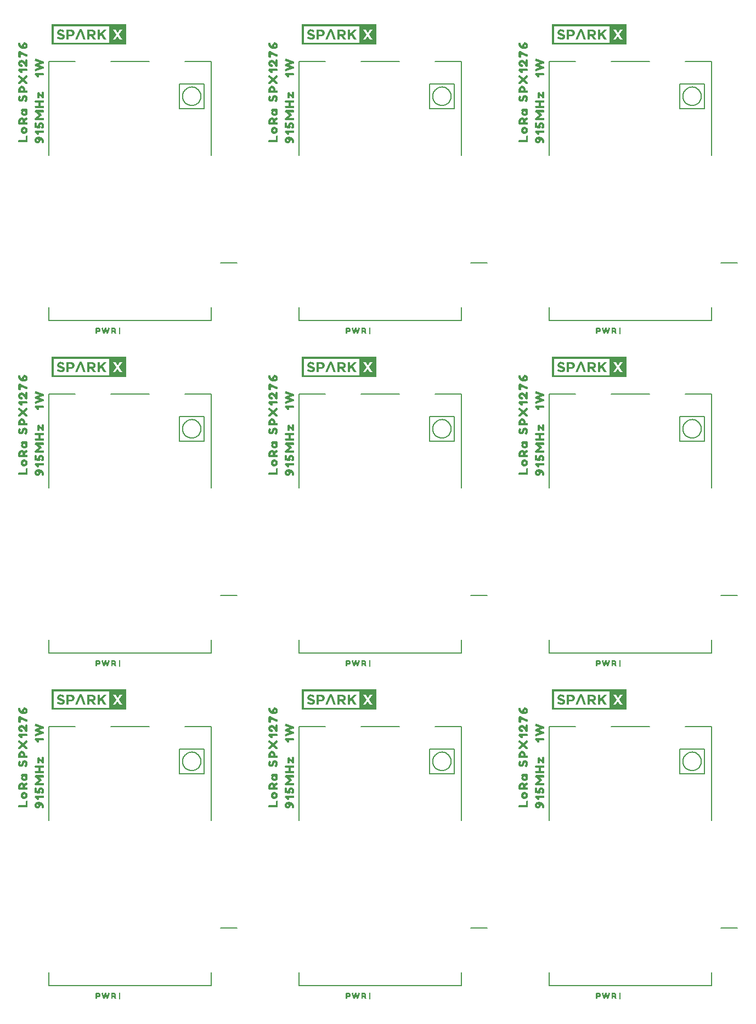
<source format=gto>
G04 EAGLE Gerber RS-274X export*
G75*
%MOMM*%
%FSLAX34Y34*%
%LPD*%
%INSilkscreen Top*%
%IPPOS*%
%AMOC8*
5,1,8,0,0,1.08239X$1,22.5*%
G01*
%ADD10C,0.203200*%

G36*
X570277Y1480228D02*
X570277Y1480228D01*
X570272Y1480235D01*
X570279Y1480241D01*
X570279Y1511879D01*
X570243Y1511927D01*
X570236Y1511921D01*
X570230Y1511928D01*
X455930Y1511928D01*
X455883Y1511892D01*
X455888Y1511885D01*
X455881Y1511879D01*
X455881Y1480241D01*
X455917Y1480193D01*
X455924Y1480199D01*
X455930Y1480192D01*
X570230Y1480192D01*
X570277Y1480228D01*
G37*
G36*
X184197Y1480228D02*
X184197Y1480228D01*
X184192Y1480235D01*
X184199Y1480241D01*
X184199Y1511879D01*
X184163Y1511927D01*
X184156Y1511921D01*
X184150Y1511928D01*
X69850Y1511928D01*
X69803Y1511892D01*
X69808Y1511885D01*
X69801Y1511879D01*
X69801Y1480241D01*
X69837Y1480193D01*
X69844Y1480199D01*
X69850Y1480192D01*
X184150Y1480192D01*
X184197Y1480228D01*
G37*
G36*
X956357Y1480228D02*
X956357Y1480228D01*
X956352Y1480235D01*
X956359Y1480241D01*
X956359Y1511879D01*
X956323Y1511927D01*
X956316Y1511921D01*
X956310Y1511928D01*
X842010Y1511928D01*
X841963Y1511892D01*
X841968Y1511885D01*
X841961Y1511879D01*
X841961Y1480241D01*
X841997Y1480193D01*
X842004Y1480199D01*
X842010Y1480192D01*
X956310Y1480192D01*
X956357Y1480228D01*
G37*
G36*
X184197Y967148D02*
X184197Y967148D01*
X184192Y967155D01*
X184199Y967161D01*
X184199Y998799D01*
X184163Y998847D01*
X184156Y998841D01*
X184150Y998848D01*
X69850Y998848D01*
X69803Y998812D01*
X69808Y998805D01*
X69801Y998799D01*
X69801Y967161D01*
X69837Y967113D01*
X69844Y967119D01*
X69850Y967112D01*
X184150Y967112D01*
X184197Y967148D01*
G37*
G36*
X956357Y454068D02*
X956357Y454068D01*
X956352Y454075D01*
X956359Y454081D01*
X956359Y485719D01*
X956323Y485767D01*
X956316Y485761D01*
X956310Y485768D01*
X842010Y485768D01*
X841963Y485732D01*
X841968Y485725D01*
X841961Y485719D01*
X841961Y454081D01*
X841997Y454033D01*
X842004Y454039D01*
X842010Y454032D01*
X956310Y454032D01*
X956357Y454068D01*
G37*
G36*
X956357Y967148D02*
X956357Y967148D01*
X956352Y967155D01*
X956359Y967161D01*
X956359Y998799D01*
X956323Y998847D01*
X956316Y998841D01*
X956310Y998848D01*
X842010Y998848D01*
X841963Y998812D01*
X841968Y998805D01*
X841961Y998799D01*
X841961Y967161D01*
X841997Y967113D01*
X842004Y967119D01*
X842010Y967112D01*
X956310Y967112D01*
X956357Y967148D01*
G37*
G36*
X570277Y454068D02*
X570277Y454068D01*
X570272Y454075D01*
X570279Y454081D01*
X570279Y485719D01*
X570243Y485767D01*
X570236Y485761D01*
X570230Y485768D01*
X455930Y485768D01*
X455883Y485732D01*
X455888Y485725D01*
X455881Y485719D01*
X455881Y454081D01*
X455917Y454033D01*
X455924Y454039D01*
X455930Y454032D01*
X570230Y454032D01*
X570277Y454068D01*
G37*
G36*
X184163Y485767D02*
X184163Y485767D01*
X184156Y485761D01*
X184150Y485768D01*
X69850Y485768D01*
X69803Y485732D01*
X69808Y485725D01*
X69801Y485719D01*
X69801Y454081D01*
X69837Y454033D01*
X69844Y454039D01*
X69850Y454032D01*
X184150Y454032D01*
X184197Y454068D01*
X184192Y454075D01*
X184199Y454081D01*
X184199Y485719D01*
X184163Y485767D01*
G37*
G36*
X570277Y967148D02*
X570277Y967148D01*
X570272Y967155D01*
X570279Y967161D01*
X570279Y998799D01*
X570243Y998847D01*
X570236Y998841D01*
X570230Y998848D01*
X455930Y998848D01*
X455883Y998812D01*
X455888Y998805D01*
X455881Y998799D01*
X455881Y967161D01*
X455917Y967113D01*
X455924Y967119D01*
X455930Y967112D01*
X570230Y967112D01*
X570277Y967148D01*
G37*
%LPC*%
G36*
X72837Y1483228D02*
X72837Y1483228D01*
X72837Y1508892D01*
X158566Y1508892D01*
X158566Y1483228D01*
X72837Y1483228D01*
G37*
%LPD*%
%LPC*%
G36*
X844997Y1483228D02*
X844997Y1483228D01*
X844997Y1508892D01*
X930726Y1508892D01*
X930726Y1483228D01*
X844997Y1483228D01*
G37*
%LPD*%
%LPC*%
G36*
X458917Y1483228D02*
X458917Y1483228D01*
X458917Y1508892D01*
X544646Y1508892D01*
X544646Y1483228D01*
X458917Y1483228D01*
G37*
%LPD*%
%LPC*%
G36*
X844997Y457068D02*
X844997Y457068D01*
X844997Y482732D01*
X930726Y482732D01*
X930726Y457068D01*
X844997Y457068D01*
G37*
%LPD*%
%LPC*%
G36*
X844997Y970148D02*
X844997Y970148D01*
X844997Y995812D01*
X930726Y995812D01*
X930726Y970148D01*
X844997Y970148D01*
G37*
%LPD*%
%LPC*%
G36*
X458917Y970148D02*
X458917Y970148D01*
X458917Y995812D01*
X544646Y995812D01*
X544646Y970148D01*
X458917Y970148D01*
G37*
%LPD*%
%LPC*%
G36*
X72837Y457068D02*
X72837Y457068D01*
X72837Y482732D01*
X158566Y482732D01*
X158566Y457068D01*
X72837Y457068D01*
G37*
%LPD*%
%LPC*%
G36*
X458917Y457068D02*
X458917Y457068D01*
X458917Y482732D01*
X544646Y482732D01*
X544646Y457068D01*
X458917Y457068D01*
G37*
%LPD*%
%LPC*%
G36*
X72837Y970148D02*
X72837Y970148D01*
X72837Y995812D01*
X158566Y995812D01*
X158566Y970148D01*
X72837Y970148D01*
G37*
%LPD*%
G36*
X127950Y975297D02*
X127950Y975297D01*
X127945Y975305D01*
X127952Y975310D01*
X127952Y980165D01*
X130528Y980165D01*
X133794Y975283D01*
X133827Y975272D01*
X133835Y975261D01*
X137779Y975261D01*
X137786Y975267D01*
X137794Y975264D01*
X137799Y975276D01*
X137826Y975297D01*
X137812Y975316D01*
X137819Y975338D01*
X134101Y980768D01*
X135382Y981446D01*
X135386Y981455D01*
X135393Y981454D01*
X136441Y982465D01*
X136443Y982476D01*
X136451Y982478D01*
X137135Y983820D01*
X137133Y983832D01*
X137140Y983836D01*
X137370Y985522D01*
X137368Y985527D01*
X137371Y985529D01*
X137371Y985575D01*
X137369Y985577D01*
X137370Y985579D01*
X137276Y986705D01*
X137271Y986711D01*
X137274Y986716D01*
X137263Y986751D01*
X136990Y987713D01*
X136984Y987718D01*
X136986Y987723D01*
X136511Y988589D01*
X136503Y988593D01*
X136504Y988599D01*
X135838Y989334D01*
X135830Y989335D01*
X135829Y989341D01*
X134991Y989927D01*
X134983Y989926D01*
X134982Y989932D01*
X133993Y990349D01*
X133986Y990348D01*
X133984Y990352D01*
X132842Y990602D01*
X132837Y990600D01*
X132835Y990603D01*
X131541Y990687D01*
X131539Y990686D01*
X131538Y990687D01*
X124531Y990687D01*
X124484Y990651D01*
X124488Y990645D01*
X124484Y990642D01*
X124485Y990640D01*
X124482Y990638D01*
X124482Y975310D01*
X124518Y975263D01*
X124525Y975269D01*
X124531Y975261D01*
X127903Y975261D01*
X127950Y975297D01*
G37*
G36*
X900110Y975297D02*
X900110Y975297D01*
X900105Y975305D01*
X900112Y975310D01*
X900112Y980165D01*
X902688Y980165D01*
X905954Y975283D01*
X905987Y975272D01*
X905995Y975261D01*
X909939Y975261D01*
X909946Y975267D01*
X909954Y975264D01*
X909959Y975276D01*
X909986Y975297D01*
X909972Y975316D01*
X909979Y975338D01*
X906261Y980768D01*
X907542Y981446D01*
X907546Y981455D01*
X907553Y981454D01*
X908601Y982465D01*
X908603Y982476D01*
X908611Y982478D01*
X909295Y983820D01*
X909293Y983832D01*
X909300Y983836D01*
X909530Y985522D01*
X909528Y985527D01*
X909531Y985529D01*
X909531Y985575D01*
X909529Y985577D01*
X909530Y985579D01*
X909436Y986705D01*
X909431Y986711D01*
X909434Y986716D01*
X909423Y986751D01*
X909150Y987713D01*
X909144Y987718D01*
X909146Y987723D01*
X908671Y988589D01*
X908663Y988593D01*
X908664Y988599D01*
X907998Y989334D01*
X907990Y989335D01*
X907989Y989341D01*
X907151Y989927D01*
X907143Y989926D01*
X907142Y989932D01*
X906153Y990349D01*
X906146Y990348D01*
X906144Y990352D01*
X905002Y990602D01*
X904997Y990600D01*
X904995Y990603D01*
X903701Y990687D01*
X903699Y990686D01*
X903698Y990687D01*
X896691Y990687D01*
X896644Y990651D01*
X896648Y990645D01*
X896644Y990642D01*
X896645Y990640D01*
X896642Y990638D01*
X896642Y975310D01*
X896678Y975263D01*
X896685Y975269D01*
X896691Y975261D01*
X900063Y975261D01*
X900110Y975297D01*
G37*
G36*
X127950Y462217D02*
X127950Y462217D01*
X127945Y462225D01*
X127952Y462230D01*
X127952Y467085D01*
X130528Y467085D01*
X133794Y462203D01*
X133827Y462192D01*
X133835Y462181D01*
X137779Y462181D01*
X137786Y462187D01*
X137794Y462184D01*
X137799Y462196D01*
X137826Y462217D01*
X137812Y462236D01*
X137819Y462258D01*
X134101Y467688D01*
X135382Y468366D01*
X135386Y468375D01*
X135393Y468374D01*
X136441Y469385D01*
X136443Y469396D01*
X136451Y469398D01*
X137135Y470740D01*
X137133Y470752D01*
X137140Y470756D01*
X137370Y472442D01*
X137368Y472447D01*
X137371Y472449D01*
X137371Y472495D01*
X137369Y472497D01*
X137370Y472499D01*
X137276Y473625D01*
X137271Y473631D01*
X137274Y473636D01*
X137263Y473671D01*
X136990Y474633D01*
X136984Y474638D01*
X136986Y474643D01*
X136511Y475509D01*
X136503Y475513D01*
X136504Y475519D01*
X135838Y476254D01*
X135830Y476255D01*
X135829Y476261D01*
X134991Y476847D01*
X134983Y476846D01*
X134982Y476852D01*
X133993Y477269D01*
X133986Y477268D01*
X133984Y477272D01*
X132842Y477522D01*
X132837Y477520D01*
X132835Y477523D01*
X131541Y477607D01*
X131539Y477606D01*
X131538Y477607D01*
X124531Y477607D01*
X124484Y477571D01*
X124488Y477565D01*
X124484Y477562D01*
X124485Y477560D01*
X124482Y477558D01*
X124482Y462230D01*
X124518Y462183D01*
X124525Y462189D01*
X124531Y462181D01*
X127903Y462181D01*
X127950Y462217D01*
G37*
G36*
X900110Y462217D02*
X900110Y462217D01*
X900105Y462225D01*
X900112Y462230D01*
X900112Y467085D01*
X902688Y467085D01*
X905954Y462203D01*
X905987Y462192D01*
X905995Y462181D01*
X909939Y462181D01*
X909946Y462187D01*
X909954Y462184D01*
X909959Y462196D01*
X909986Y462217D01*
X909972Y462236D01*
X909979Y462258D01*
X906261Y467688D01*
X907542Y468366D01*
X907546Y468375D01*
X907553Y468374D01*
X908601Y469385D01*
X908603Y469396D01*
X908611Y469398D01*
X909295Y470740D01*
X909293Y470752D01*
X909300Y470756D01*
X909530Y472442D01*
X909528Y472447D01*
X909531Y472449D01*
X909531Y472495D01*
X909529Y472497D01*
X909530Y472499D01*
X909436Y473625D01*
X909431Y473631D01*
X909434Y473636D01*
X909423Y473671D01*
X909150Y474633D01*
X909144Y474638D01*
X909146Y474643D01*
X908671Y475509D01*
X908663Y475513D01*
X908664Y475519D01*
X907998Y476254D01*
X907990Y476255D01*
X907989Y476261D01*
X907151Y476847D01*
X907143Y476846D01*
X907142Y476852D01*
X906153Y477269D01*
X906146Y477268D01*
X906144Y477272D01*
X905002Y477522D01*
X904997Y477520D01*
X904995Y477523D01*
X903701Y477607D01*
X903699Y477606D01*
X903698Y477607D01*
X896691Y477607D01*
X896644Y477571D01*
X896648Y477565D01*
X896644Y477562D01*
X896645Y477560D01*
X896642Y477558D01*
X896642Y462230D01*
X896678Y462183D01*
X896685Y462189D01*
X896691Y462181D01*
X900063Y462181D01*
X900110Y462217D01*
G37*
G36*
X514030Y462217D02*
X514030Y462217D01*
X514025Y462225D01*
X514032Y462230D01*
X514032Y467085D01*
X516608Y467085D01*
X519874Y462203D01*
X519907Y462192D01*
X519915Y462181D01*
X523859Y462181D01*
X523866Y462187D01*
X523874Y462184D01*
X523879Y462196D01*
X523906Y462217D01*
X523892Y462236D01*
X523899Y462258D01*
X520181Y467688D01*
X521462Y468366D01*
X521466Y468375D01*
X521473Y468374D01*
X522521Y469385D01*
X522523Y469396D01*
X522531Y469398D01*
X523215Y470740D01*
X523213Y470752D01*
X523220Y470756D01*
X523450Y472442D01*
X523448Y472447D01*
X523451Y472449D01*
X523451Y472495D01*
X523449Y472497D01*
X523450Y472499D01*
X523356Y473625D01*
X523351Y473631D01*
X523354Y473636D01*
X523343Y473671D01*
X523070Y474633D01*
X523064Y474638D01*
X523066Y474643D01*
X522591Y475509D01*
X522583Y475513D01*
X522584Y475519D01*
X521918Y476254D01*
X521910Y476255D01*
X521909Y476261D01*
X521071Y476847D01*
X521063Y476846D01*
X521062Y476852D01*
X520073Y477269D01*
X520066Y477268D01*
X520064Y477272D01*
X518922Y477522D01*
X518917Y477520D01*
X518915Y477523D01*
X517621Y477607D01*
X517619Y477606D01*
X517618Y477607D01*
X510611Y477607D01*
X510564Y477571D01*
X510568Y477565D01*
X510564Y477562D01*
X510565Y477560D01*
X510562Y477558D01*
X510562Y462230D01*
X510598Y462183D01*
X510605Y462189D01*
X510611Y462181D01*
X513983Y462181D01*
X514030Y462217D01*
G37*
G36*
X514030Y975297D02*
X514030Y975297D01*
X514025Y975305D01*
X514032Y975310D01*
X514032Y980165D01*
X516608Y980165D01*
X519874Y975283D01*
X519907Y975272D01*
X519915Y975261D01*
X523859Y975261D01*
X523866Y975267D01*
X523874Y975264D01*
X523879Y975276D01*
X523906Y975297D01*
X523892Y975316D01*
X523899Y975338D01*
X520181Y980768D01*
X521462Y981446D01*
X521466Y981455D01*
X521473Y981454D01*
X522521Y982465D01*
X522523Y982476D01*
X522531Y982478D01*
X523215Y983820D01*
X523213Y983832D01*
X523220Y983836D01*
X523450Y985522D01*
X523448Y985527D01*
X523451Y985529D01*
X523451Y985575D01*
X523449Y985577D01*
X523450Y985579D01*
X523356Y986705D01*
X523351Y986711D01*
X523354Y986716D01*
X523343Y986751D01*
X523070Y987713D01*
X523064Y987718D01*
X523066Y987723D01*
X522591Y988589D01*
X522583Y988593D01*
X522584Y988599D01*
X521918Y989334D01*
X521910Y989335D01*
X521909Y989341D01*
X521071Y989927D01*
X521063Y989926D01*
X521062Y989932D01*
X520073Y990349D01*
X520066Y990348D01*
X520064Y990352D01*
X518922Y990602D01*
X518917Y990600D01*
X518915Y990603D01*
X517621Y990687D01*
X517619Y990686D01*
X517618Y990687D01*
X510611Y990687D01*
X510564Y990651D01*
X510568Y990645D01*
X510564Y990642D01*
X510565Y990640D01*
X510562Y990638D01*
X510562Y975310D01*
X510598Y975263D01*
X510605Y975269D01*
X510611Y975261D01*
X513983Y975261D01*
X514030Y975297D01*
G37*
G36*
X900110Y1488377D02*
X900110Y1488377D01*
X900105Y1488385D01*
X900112Y1488390D01*
X900112Y1493245D01*
X902688Y1493245D01*
X905954Y1488363D01*
X905987Y1488352D01*
X905995Y1488341D01*
X909939Y1488341D01*
X909946Y1488347D01*
X909954Y1488344D01*
X909959Y1488356D01*
X909986Y1488377D01*
X909972Y1488396D01*
X909979Y1488418D01*
X906261Y1493848D01*
X907542Y1494526D01*
X907546Y1494535D01*
X907553Y1494534D01*
X908601Y1495545D01*
X908603Y1495556D01*
X908611Y1495558D01*
X909295Y1496900D01*
X909293Y1496912D01*
X909300Y1496916D01*
X909530Y1498602D01*
X909528Y1498607D01*
X909531Y1498609D01*
X909531Y1498655D01*
X909529Y1498657D01*
X909530Y1498659D01*
X909436Y1499785D01*
X909431Y1499791D01*
X909434Y1499796D01*
X909423Y1499831D01*
X909150Y1500793D01*
X909144Y1500798D01*
X909146Y1500803D01*
X908671Y1501669D01*
X908663Y1501673D01*
X908664Y1501679D01*
X907998Y1502414D01*
X907990Y1502415D01*
X907989Y1502421D01*
X907151Y1503007D01*
X907143Y1503006D01*
X907142Y1503012D01*
X906153Y1503429D01*
X906146Y1503428D01*
X906144Y1503432D01*
X905002Y1503682D01*
X904997Y1503680D01*
X904995Y1503683D01*
X903701Y1503767D01*
X903699Y1503766D01*
X903698Y1503767D01*
X896691Y1503767D01*
X896644Y1503731D01*
X896648Y1503725D01*
X896644Y1503722D01*
X896645Y1503720D01*
X896642Y1503718D01*
X896642Y1488390D01*
X896678Y1488343D01*
X896685Y1488349D01*
X896691Y1488341D01*
X900063Y1488341D01*
X900110Y1488377D01*
G37*
G36*
X127950Y1488377D02*
X127950Y1488377D01*
X127945Y1488385D01*
X127952Y1488390D01*
X127952Y1493245D01*
X130528Y1493245D01*
X133794Y1488363D01*
X133827Y1488352D01*
X133835Y1488341D01*
X137779Y1488341D01*
X137786Y1488347D01*
X137794Y1488344D01*
X137799Y1488356D01*
X137826Y1488377D01*
X137812Y1488396D01*
X137819Y1488418D01*
X134101Y1493848D01*
X135382Y1494526D01*
X135386Y1494535D01*
X135393Y1494534D01*
X136441Y1495545D01*
X136443Y1495556D01*
X136451Y1495558D01*
X137135Y1496900D01*
X137133Y1496912D01*
X137140Y1496916D01*
X137370Y1498602D01*
X137368Y1498607D01*
X137371Y1498609D01*
X137371Y1498655D01*
X137369Y1498657D01*
X137370Y1498659D01*
X137276Y1499785D01*
X137271Y1499791D01*
X137274Y1499796D01*
X137263Y1499831D01*
X136990Y1500793D01*
X136984Y1500798D01*
X136986Y1500803D01*
X136511Y1501669D01*
X136503Y1501673D01*
X136504Y1501679D01*
X135838Y1502414D01*
X135830Y1502415D01*
X135829Y1502421D01*
X134991Y1503007D01*
X134983Y1503006D01*
X134982Y1503012D01*
X133993Y1503429D01*
X133986Y1503428D01*
X133984Y1503432D01*
X132842Y1503682D01*
X132837Y1503680D01*
X132835Y1503683D01*
X131541Y1503767D01*
X131539Y1503766D01*
X131538Y1503767D01*
X124531Y1503767D01*
X124484Y1503731D01*
X124488Y1503725D01*
X124484Y1503722D01*
X124485Y1503720D01*
X124482Y1503718D01*
X124482Y1488390D01*
X124518Y1488343D01*
X124525Y1488349D01*
X124531Y1488341D01*
X127903Y1488341D01*
X127950Y1488377D01*
G37*
G36*
X514030Y1488377D02*
X514030Y1488377D01*
X514025Y1488385D01*
X514032Y1488390D01*
X514032Y1493245D01*
X516608Y1493245D01*
X519874Y1488363D01*
X519907Y1488352D01*
X519915Y1488341D01*
X523859Y1488341D01*
X523866Y1488347D01*
X523874Y1488344D01*
X523879Y1488356D01*
X523906Y1488377D01*
X523892Y1488396D01*
X523899Y1488418D01*
X520181Y1493848D01*
X521462Y1494526D01*
X521466Y1494535D01*
X521473Y1494534D01*
X522521Y1495545D01*
X522523Y1495556D01*
X522531Y1495558D01*
X523215Y1496900D01*
X523213Y1496912D01*
X523220Y1496916D01*
X523450Y1498602D01*
X523448Y1498607D01*
X523451Y1498609D01*
X523451Y1498655D01*
X523449Y1498657D01*
X523450Y1498659D01*
X523356Y1499785D01*
X523351Y1499791D01*
X523354Y1499796D01*
X523343Y1499831D01*
X523070Y1500793D01*
X523064Y1500798D01*
X523066Y1500803D01*
X522591Y1501669D01*
X522583Y1501673D01*
X522584Y1501679D01*
X521918Y1502414D01*
X521910Y1502415D01*
X521909Y1502421D01*
X521071Y1503007D01*
X521063Y1503006D01*
X521062Y1503012D01*
X520073Y1503429D01*
X520066Y1503428D01*
X520064Y1503432D01*
X518922Y1503682D01*
X518917Y1503680D01*
X518915Y1503683D01*
X517621Y1503767D01*
X517619Y1503766D01*
X517618Y1503767D01*
X510611Y1503767D01*
X510564Y1503731D01*
X510568Y1503725D01*
X510564Y1503722D01*
X510565Y1503720D01*
X510562Y1503718D01*
X510562Y1488390D01*
X510598Y1488343D01*
X510605Y1488349D01*
X510611Y1488341D01*
X513983Y1488341D01*
X514030Y1488377D01*
G37*
G36*
X818270Y413552D02*
X818270Y413552D01*
X818273Y413556D01*
X818276Y413554D01*
X828876Y417254D01*
X828882Y417263D01*
X828890Y417261D01*
X829690Y417861D01*
X829695Y417879D01*
X829706Y417882D01*
X830106Y418882D01*
X830101Y418900D01*
X830104Y418903D01*
X830103Y418904D01*
X830108Y418911D01*
X829908Y419811D01*
X829892Y419825D01*
X829892Y419837D01*
X829092Y420537D01*
X829077Y420538D01*
X829074Y420547D01*
X828375Y420747D01*
X825577Y421746D01*
X825576Y421746D01*
X825576Y421747D01*
X824076Y422246D01*
X822510Y422799D01*
X828175Y424753D01*
X829174Y425053D01*
X829184Y425067D01*
X829195Y425065D01*
X829895Y425765D01*
X829898Y425785D01*
X829908Y425790D01*
X830108Y426790D01*
X830098Y426811D01*
X830104Y426822D01*
X829604Y427822D01*
X829587Y427830D01*
X829586Y427842D01*
X828786Y428342D01*
X828778Y428341D01*
X828776Y428347D01*
X818176Y432047D01*
X818175Y432046D01*
X818174Y432047D01*
X817174Y432347D01*
X817152Y432339D01*
X817141Y432345D01*
X816441Y432045D01*
X816429Y432025D01*
X816417Y432024D01*
X815817Y430924D01*
X815818Y430913D01*
X815812Y430910D01*
X815612Y429910D01*
X815623Y429886D01*
X815618Y429874D01*
X816118Y429074D01*
X816140Y429066D01*
X816144Y429053D01*
X822825Y426760D01*
X822990Y426429D01*
X817245Y424547D01*
X817242Y424544D01*
X817240Y424545D01*
X816340Y424145D01*
X816332Y424130D01*
X816321Y424130D01*
X815721Y423330D01*
X815721Y423319D01*
X815713Y423313D01*
X815720Y423303D01*
X815711Y423296D01*
X815811Y422196D01*
X815825Y422180D01*
X815823Y422168D01*
X816423Y421468D01*
X816435Y421465D01*
X816436Y421457D01*
X817336Y420957D01*
X817343Y420958D01*
X817345Y420953D01*
X823079Y419075D01*
X822830Y418742D01*
X816945Y416847D01*
X816943Y416844D01*
X816940Y416845D01*
X816040Y416445D01*
X816029Y416424D01*
X816016Y416422D01*
X815616Y415622D01*
X815621Y415597D01*
X815613Y415587D01*
X815913Y414487D01*
X815922Y414480D01*
X815919Y414473D01*
X816519Y413573D01*
X816542Y413565D01*
X816546Y413553D01*
X817246Y413353D01*
X817262Y413359D01*
X817270Y413352D01*
X818270Y413552D01*
G37*
G36*
X432190Y926632D02*
X432190Y926632D01*
X432193Y926636D01*
X432196Y926634D01*
X442796Y930334D01*
X442802Y930343D01*
X442810Y930341D01*
X443610Y930941D01*
X443615Y930959D01*
X443626Y930962D01*
X444026Y931962D01*
X444021Y931980D01*
X444024Y931983D01*
X444023Y931984D01*
X444028Y931991D01*
X443828Y932891D01*
X443812Y932905D01*
X443812Y932917D01*
X443012Y933617D01*
X442997Y933618D01*
X442994Y933627D01*
X442295Y933827D01*
X439497Y934826D01*
X439496Y934826D01*
X439496Y934827D01*
X437996Y935326D01*
X436430Y935879D01*
X442095Y937833D01*
X443094Y938133D01*
X443104Y938147D01*
X443115Y938145D01*
X443815Y938845D01*
X443818Y938865D01*
X443828Y938870D01*
X444028Y939870D01*
X444018Y939891D01*
X444024Y939902D01*
X443524Y940902D01*
X443507Y940910D01*
X443506Y940922D01*
X442706Y941422D01*
X442698Y941421D01*
X442696Y941427D01*
X432096Y945127D01*
X432095Y945126D01*
X432094Y945127D01*
X431094Y945427D01*
X431072Y945419D01*
X431061Y945425D01*
X430361Y945125D01*
X430349Y945105D01*
X430337Y945104D01*
X429737Y944004D01*
X429738Y943993D01*
X429732Y943990D01*
X429532Y942990D01*
X429543Y942966D01*
X429538Y942954D01*
X430038Y942154D01*
X430060Y942146D01*
X430064Y942133D01*
X436745Y939840D01*
X436910Y939509D01*
X431165Y937627D01*
X431162Y937624D01*
X431160Y937625D01*
X430260Y937225D01*
X430252Y937210D01*
X430241Y937210D01*
X429641Y936410D01*
X429641Y936399D01*
X429633Y936393D01*
X429640Y936383D01*
X429631Y936376D01*
X429731Y935276D01*
X429745Y935260D01*
X429743Y935248D01*
X430343Y934548D01*
X430355Y934545D01*
X430356Y934537D01*
X431256Y934037D01*
X431263Y934038D01*
X431265Y934033D01*
X436999Y932155D01*
X436750Y931822D01*
X430865Y929927D01*
X430863Y929924D01*
X430860Y929925D01*
X429960Y929525D01*
X429949Y929504D01*
X429936Y929502D01*
X429536Y928702D01*
X429541Y928677D01*
X429533Y928667D01*
X429833Y927567D01*
X429842Y927560D01*
X429839Y927553D01*
X430439Y926653D01*
X430462Y926645D01*
X430466Y926633D01*
X431166Y926433D01*
X431182Y926439D01*
X431190Y926432D01*
X432190Y926632D01*
G37*
G36*
X818270Y926632D02*
X818270Y926632D01*
X818273Y926636D01*
X818276Y926634D01*
X828876Y930334D01*
X828882Y930343D01*
X828890Y930341D01*
X829690Y930941D01*
X829695Y930959D01*
X829706Y930962D01*
X830106Y931962D01*
X830101Y931980D01*
X830104Y931983D01*
X830103Y931984D01*
X830108Y931991D01*
X829908Y932891D01*
X829892Y932905D01*
X829892Y932917D01*
X829092Y933617D01*
X829077Y933618D01*
X829074Y933627D01*
X828375Y933827D01*
X825577Y934826D01*
X825576Y934826D01*
X825576Y934827D01*
X824076Y935326D01*
X822510Y935879D01*
X828175Y937833D01*
X829174Y938133D01*
X829184Y938147D01*
X829195Y938145D01*
X829895Y938845D01*
X829898Y938865D01*
X829908Y938870D01*
X830108Y939870D01*
X830098Y939891D01*
X830104Y939902D01*
X829604Y940902D01*
X829587Y940910D01*
X829586Y940922D01*
X828786Y941422D01*
X828778Y941421D01*
X828776Y941427D01*
X818176Y945127D01*
X818175Y945126D01*
X818174Y945127D01*
X817174Y945427D01*
X817152Y945419D01*
X817141Y945425D01*
X816441Y945125D01*
X816429Y945105D01*
X816417Y945104D01*
X815817Y944004D01*
X815818Y943993D01*
X815812Y943990D01*
X815612Y942990D01*
X815623Y942966D01*
X815618Y942954D01*
X816118Y942154D01*
X816140Y942146D01*
X816144Y942133D01*
X822825Y939840D01*
X822990Y939509D01*
X817245Y937627D01*
X817242Y937624D01*
X817240Y937625D01*
X816340Y937225D01*
X816332Y937210D01*
X816321Y937210D01*
X815721Y936410D01*
X815721Y936399D01*
X815713Y936393D01*
X815720Y936383D01*
X815711Y936376D01*
X815811Y935276D01*
X815825Y935260D01*
X815823Y935248D01*
X816423Y934548D01*
X816435Y934545D01*
X816436Y934537D01*
X817336Y934037D01*
X817343Y934038D01*
X817345Y934033D01*
X823079Y932155D01*
X822830Y931822D01*
X816945Y929927D01*
X816943Y929924D01*
X816940Y929925D01*
X816040Y929525D01*
X816029Y929504D01*
X816016Y929502D01*
X815616Y928702D01*
X815621Y928677D01*
X815613Y928667D01*
X815913Y927567D01*
X815922Y927560D01*
X815919Y927553D01*
X816519Y926653D01*
X816542Y926645D01*
X816546Y926633D01*
X817246Y926433D01*
X817262Y926439D01*
X817270Y926432D01*
X818270Y926632D01*
G37*
G36*
X46110Y926632D02*
X46110Y926632D01*
X46113Y926636D01*
X46116Y926634D01*
X56716Y930334D01*
X56722Y930343D01*
X56730Y930341D01*
X57530Y930941D01*
X57535Y930959D01*
X57546Y930962D01*
X57946Y931962D01*
X57941Y931980D01*
X57944Y931983D01*
X57943Y931984D01*
X57948Y931991D01*
X57748Y932891D01*
X57732Y932905D01*
X57732Y932917D01*
X56932Y933617D01*
X56917Y933618D01*
X56914Y933627D01*
X56215Y933827D01*
X53417Y934826D01*
X53416Y934826D01*
X53416Y934827D01*
X51916Y935326D01*
X50350Y935879D01*
X56015Y937833D01*
X57014Y938133D01*
X57024Y938147D01*
X57035Y938145D01*
X57735Y938845D01*
X57738Y938865D01*
X57748Y938870D01*
X57948Y939870D01*
X57938Y939891D01*
X57944Y939902D01*
X57444Y940902D01*
X57427Y940910D01*
X57426Y940922D01*
X56626Y941422D01*
X56618Y941421D01*
X56616Y941427D01*
X46016Y945127D01*
X46015Y945126D01*
X46014Y945127D01*
X45014Y945427D01*
X44992Y945419D01*
X44981Y945425D01*
X44281Y945125D01*
X44269Y945105D01*
X44257Y945104D01*
X43657Y944004D01*
X43658Y943993D01*
X43652Y943990D01*
X43452Y942990D01*
X43463Y942966D01*
X43458Y942954D01*
X43958Y942154D01*
X43980Y942146D01*
X43984Y942133D01*
X50665Y939840D01*
X50830Y939509D01*
X45085Y937627D01*
X45082Y937624D01*
X45080Y937625D01*
X44180Y937225D01*
X44172Y937210D01*
X44161Y937210D01*
X43561Y936410D01*
X43561Y936399D01*
X43553Y936393D01*
X43560Y936383D01*
X43551Y936376D01*
X43651Y935276D01*
X43665Y935260D01*
X43663Y935248D01*
X44263Y934548D01*
X44275Y934545D01*
X44276Y934537D01*
X45176Y934037D01*
X45183Y934038D01*
X45185Y934033D01*
X50919Y932155D01*
X50670Y931822D01*
X44785Y929927D01*
X44783Y929924D01*
X44780Y929925D01*
X43880Y929525D01*
X43869Y929504D01*
X43856Y929502D01*
X43456Y928702D01*
X43461Y928677D01*
X43453Y928667D01*
X43753Y927567D01*
X43762Y927560D01*
X43759Y927553D01*
X44359Y926653D01*
X44382Y926645D01*
X44386Y926633D01*
X45086Y926433D01*
X45102Y926439D01*
X45110Y926432D01*
X46110Y926632D01*
G37*
G36*
X46110Y1439712D02*
X46110Y1439712D01*
X46113Y1439716D01*
X46116Y1439714D01*
X56716Y1443414D01*
X56722Y1443423D01*
X56730Y1443421D01*
X57530Y1444021D01*
X57535Y1444039D01*
X57546Y1444042D01*
X57946Y1445042D01*
X57941Y1445060D01*
X57944Y1445063D01*
X57943Y1445064D01*
X57948Y1445071D01*
X57748Y1445971D01*
X57732Y1445985D01*
X57732Y1445997D01*
X56932Y1446697D01*
X56917Y1446698D01*
X56914Y1446707D01*
X56215Y1446907D01*
X53417Y1447906D01*
X53416Y1447906D01*
X53416Y1447907D01*
X51916Y1448406D01*
X50350Y1448959D01*
X56015Y1450913D01*
X57014Y1451213D01*
X57024Y1451227D01*
X57035Y1451225D01*
X57735Y1451925D01*
X57738Y1451945D01*
X57748Y1451950D01*
X57948Y1452950D01*
X57938Y1452971D01*
X57944Y1452982D01*
X57444Y1453982D01*
X57427Y1453990D01*
X57426Y1454002D01*
X56626Y1454502D01*
X56618Y1454501D01*
X56616Y1454507D01*
X46016Y1458207D01*
X46015Y1458206D01*
X46014Y1458207D01*
X45014Y1458507D01*
X44992Y1458499D01*
X44981Y1458505D01*
X44281Y1458205D01*
X44269Y1458185D01*
X44257Y1458184D01*
X43657Y1457084D01*
X43658Y1457073D01*
X43652Y1457070D01*
X43452Y1456070D01*
X43463Y1456046D01*
X43458Y1456034D01*
X43958Y1455234D01*
X43980Y1455226D01*
X43984Y1455213D01*
X50665Y1452920D01*
X50830Y1452589D01*
X45085Y1450707D01*
X45082Y1450704D01*
X45080Y1450705D01*
X44180Y1450305D01*
X44172Y1450290D01*
X44161Y1450290D01*
X43561Y1449490D01*
X43561Y1449479D01*
X43553Y1449473D01*
X43560Y1449463D01*
X43551Y1449456D01*
X43651Y1448356D01*
X43665Y1448340D01*
X43663Y1448328D01*
X44263Y1447628D01*
X44275Y1447625D01*
X44276Y1447617D01*
X45176Y1447117D01*
X45183Y1447118D01*
X45185Y1447113D01*
X50919Y1445235D01*
X50670Y1444902D01*
X44785Y1443007D01*
X44783Y1443004D01*
X44780Y1443005D01*
X43880Y1442605D01*
X43869Y1442584D01*
X43856Y1442582D01*
X43456Y1441782D01*
X43461Y1441757D01*
X43453Y1441747D01*
X43753Y1440647D01*
X43762Y1440640D01*
X43759Y1440633D01*
X44359Y1439733D01*
X44382Y1439725D01*
X44386Y1439713D01*
X45086Y1439513D01*
X45102Y1439519D01*
X45110Y1439512D01*
X46110Y1439712D01*
G37*
G36*
X432190Y1439712D02*
X432190Y1439712D01*
X432193Y1439716D01*
X432196Y1439714D01*
X442796Y1443414D01*
X442802Y1443423D01*
X442810Y1443421D01*
X443610Y1444021D01*
X443615Y1444039D01*
X443626Y1444042D01*
X444026Y1445042D01*
X444021Y1445060D01*
X444024Y1445063D01*
X444023Y1445064D01*
X444028Y1445071D01*
X443828Y1445971D01*
X443812Y1445985D01*
X443812Y1445997D01*
X443012Y1446697D01*
X442997Y1446698D01*
X442994Y1446707D01*
X442295Y1446907D01*
X439497Y1447906D01*
X439496Y1447906D01*
X439496Y1447907D01*
X437996Y1448406D01*
X436430Y1448959D01*
X442095Y1450913D01*
X443094Y1451213D01*
X443104Y1451227D01*
X443115Y1451225D01*
X443815Y1451925D01*
X443818Y1451945D01*
X443828Y1451950D01*
X444028Y1452950D01*
X444018Y1452971D01*
X444024Y1452982D01*
X443524Y1453982D01*
X443507Y1453990D01*
X443506Y1454002D01*
X442706Y1454502D01*
X442698Y1454501D01*
X442696Y1454507D01*
X432096Y1458207D01*
X432095Y1458206D01*
X432094Y1458207D01*
X431094Y1458507D01*
X431072Y1458499D01*
X431061Y1458505D01*
X430361Y1458205D01*
X430349Y1458185D01*
X430337Y1458184D01*
X429737Y1457084D01*
X429738Y1457073D01*
X429732Y1457070D01*
X429532Y1456070D01*
X429543Y1456046D01*
X429538Y1456034D01*
X430038Y1455234D01*
X430060Y1455226D01*
X430064Y1455213D01*
X436745Y1452920D01*
X436910Y1452589D01*
X431165Y1450707D01*
X431162Y1450704D01*
X431160Y1450705D01*
X430260Y1450305D01*
X430252Y1450290D01*
X430241Y1450290D01*
X429641Y1449490D01*
X429641Y1449479D01*
X429633Y1449473D01*
X429640Y1449463D01*
X429631Y1449456D01*
X429731Y1448356D01*
X429745Y1448340D01*
X429743Y1448328D01*
X430343Y1447628D01*
X430355Y1447625D01*
X430356Y1447617D01*
X431256Y1447117D01*
X431263Y1447118D01*
X431265Y1447113D01*
X436999Y1445235D01*
X436750Y1444902D01*
X430865Y1443007D01*
X430863Y1443004D01*
X430860Y1443005D01*
X429960Y1442605D01*
X429949Y1442584D01*
X429936Y1442582D01*
X429536Y1441782D01*
X429541Y1441757D01*
X429533Y1441747D01*
X429833Y1440647D01*
X429842Y1440640D01*
X429839Y1440633D01*
X430439Y1439733D01*
X430462Y1439725D01*
X430466Y1439713D01*
X431166Y1439513D01*
X431182Y1439519D01*
X431190Y1439512D01*
X432190Y1439712D01*
G37*
G36*
X818270Y1439712D02*
X818270Y1439712D01*
X818273Y1439716D01*
X818276Y1439714D01*
X828876Y1443414D01*
X828882Y1443423D01*
X828890Y1443421D01*
X829690Y1444021D01*
X829695Y1444039D01*
X829706Y1444042D01*
X830106Y1445042D01*
X830101Y1445060D01*
X830104Y1445063D01*
X830103Y1445064D01*
X830108Y1445071D01*
X829908Y1445971D01*
X829892Y1445985D01*
X829892Y1445997D01*
X829092Y1446697D01*
X829077Y1446698D01*
X829074Y1446707D01*
X828375Y1446907D01*
X825577Y1447906D01*
X825576Y1447906D01*
X825576Y1447907D01*
X824076Y1448406D01*
X822510Y1448959D01*
X828175Y1450913D01*
X829174Y1451213D01*
X829184Y1451227D01*
X829195Y1451225D01*
X829895Y1451925D01*
X829898Y1451945D01*
X829908Y1451950D01*
X830108Y1452950D01*
X830098Y1452971D01*
X830104Y1452982D01*
X829604Y1453982D01*
X829587Y1453990D01*
X829586Y1454002D01*
X828786Y1454502D01*
X828778Y1454501D01*
X828776Y1454507D01*
X818176Y1458207D01*
X818175Y1458206D01*
X818174Y1458207D01*
X817174Y1458507D01*
X817152Y1458499D01*
X817141Y1458505D01*
X816441Y1458205D01*
X816429Y1458185D01*
X816417Y1458184D01*
X815817Y1457084D01*
X815818Y1457073D01*
X815812Y1457070D01*
X815612Y1456070D01*
X815623Y1456046D01*
X815618Y1456034D01*
X816118Y1455234D01*
X816140Y1455226D01*
X816144Y1455213D01*
X822825Y1452920D01*
X822990Y1452589D01*
X817245Y1450707D01*
X817242Y1450704D01*
X817240Y1450705D01*
X816340Y1450305D01*
X816332Y1450290D01*
X816321Y1450290D01*
X815721Y1449490D01*
X815721Y1449479D01*
X815713Y1449473D01*
X815720Y1449463D01*
X815711Y1449456D01*
X815811Y1448356D01*
X815825Y1448340D01*
X815823Y1448328D01*
X816423Y1447628D01*
X816435Y1447625D01*
X816436Y1447617D01*
X817336Y1447117D01*
X817343Y1447118D01*
X817345Y1447113D01*
X823079Y1445235D01*
X822830Y1444902D01*
X816945Y1443007D01*
X816943Y1443004D01*
X816940Y1443005D01*
X816040Y1442605D01*
X816029Y1442584D01*
X816016Y1442582D01*
X815616Y1441782D01*
X815621Y1441757D01*
X815613Y1441747D01*
X815913Y1440647D01*
X815922Y1440640D01*
X815919Y1440633D01*
X816519Y1439733D01*
X816542Y1439725D01*
X816546Y1439713D01*
X817246Y1439513D01*
X817262Y1439519D01*
X817270Y1439512D01*
X818270Y1439712D01*
G37*
G36*
X432190Y413552D02*
X432190Y413552D01*
X432193Y413556D01*
X432196Y413554D01*
X442796Y417254D01*
X442802Y417263D01*
X442810Y417261D01*
X443610Y417861D01*
X443615Y417879D01*
X443626Y417882D01*
X444026Y418882D01*
X444021Y418900D01*
X444024Y418903D01*
X444023Y418904D01*
X444028Y418911D01*
X443828Y419811D01*
X443812Y419825D01*
X443812Y419837D01*
X443012Y420537D01*
X442997Y420538D01*
X442994Y420547D01*
X442295Y420747D01*
X439497Y421746D01*
X439496Y421746D01*
X439496Y421747D01*
X437996Y422246D01*
X436430Y422799D01*
X442095Y424753D01*
X443094Y425053D01*
X443104Y425067D01*
X443115Y425065D01*
X443815Y425765D01*
X443818Y425785D01*
X443828Y425790D01*
X444028Y426790D01*
X444018Y426811D01*
X444024Y426822D01*
X443524Y427822D01*
X443507Y427830D01*
X443506Y427842D01*
X442706Y428342D01*
X442698Y428341D01*
X442696Y428347D01*
X432096Y432047D01*
X432095Y432046D01*
X432094Y432047D01*
X431094Y432347D01*
X431072Y432339D01*
X431061Y432345D01*
X430361Y432045D01*
X430349Y432025D01*
X430337Y432024D01*
X429737Y430924D01*
X429738Y430913D01*
X429732Y430910D01*
X429532Y429910D01*
X429543Y429886D01*
X429538Y429874D01*
X430038Y429074D01*
X430060Y429066D01*
X430064Y429053D01*
X436745Y426760D01*
X436910Y426429D01*
X431165Y424547D01*
X431162Y424544D01*
X431160Y424545D01*
X430260Y424145D01*
X430252Y424130D01*
X430241Y424130D01*
X429641Y423330D01*
X429641Y423319D01*
X429633Y423313D01*
X429640Y423303D01*
X429631Y423296D01*
X429731Y422196D01*
X429745Y422180D01*
X429743Y422168D01*
X430343Y421468D01*
X430355Y421465D01*
X430356Y421457D01*
X431256Y420957D01*
X431263Y420958D01*
X431265Y420953D01*
X436999Y419075D01*
X436750Y418742D01*
X430865Y416847D01*
X430863Y416844D01*
X430860Y416845D01*
X429960Y416445D01*
X429949Y416424D01*
X429936Y416422D01*
X429536Y415622D01*
X429541Y415597D01*
X429533Y415587D01*
X429833Y414487D01*
X429842Y414480D01*
X429839Y414473D01*
X430439Y413573D01*
X430462Y413565D01*
X430466Y413553D01*
X431166Y413353D01*
X431182Y413359D01*
X431190Y413352D01*
X432190Y413552D01*
G37*
G36*
X46110Y413552D02*
X46110Y413552D01*
X46113Y413556D01*
X46116Y413554D01*
X56716Y417254D01*
X56722Y417263D01*
X56730Y417261D01*
X57530Y417861D01*
X57535Y417879D01*
X57546Y417882D01*
X57946Y418882D01*
X57941Y418900D01*
X57944Y418903D01*
X57943Y418904D01*
X57948Y418911D01*
X57748Y419811D01*
X57732Y419825D01*
X57732Y419837D01*
X56932Y420537D01*
X56917Y420538D01*
X56914Y420547D01*
X56215Y420747D01*
X53417Y421746D01*
X53416Y421746D01*
X53416Y421747D01*
X51916Y422246D01*
X50350Y422799D01*
X56015Y424753D01*
X57014Y425053D01*
X57024Y425067D01*
X57035Y425065D01*
X57735Y425765D01*
X57738Y425785D01*
X57748Y425790D01*
X57948Y426790D01*
X57938Y426811D01*
X57944Y426822D01*
X57444Y427822D01*
X57427Y427830D01*
X57426Y427842D01*
X56626Y428342D01*
X56618Y428341D01*
X56616Y428347D01*
X46016Y432047D01*
X46015Y432046D01*
X46014Y432047D01*
X45014Y432347D01*
X44992Y432339D01*
X44981Y432345D01*
X44281Y432045D01*
X44269Y432025D01*
X44257Y432024D01*
X43657Y430924D01*
X43658Y430913D01*
X43652Y430910D01*
X43452Y429910D01*
X43463Y429886D01*
X43458Y429874D01*
X43958Y429074D01*
X43980Y429066D01*
X43984Y429053D01*
X50665Y426760D01*
X50830Y426429D01*
X45085Y424547D01*
X45082Y424544D01*
X45080Y424545D01*
X44180Y424145D01*
X44172Y424130D01*
X44161Y424130D01*
X43561Y423330D01*
X43561Y423319D01*
X43553Y423313D01*
X43560Y423303D01*
X43551Y423296D01*
X43651Y422196D01*
X43665Y422180D01*
X43663Y422168D01*
X44263Y421468D01*
X44275Y421465D01*
X44276Y421457D01*
X45176Y420957D01*
X45183Y420958D01*
X45185Y420953D01*
X50919Y419075D01*
X50670Y418742D01*
X44785Y416847D01*
X44783Y416844D01*
X44780Y416845D01*
X43880Y416445D01*
X43869Y416424D01*
X43856Y416422D01*
X43456Y415622D01*
X43461Y415597D01*
X43453Y415587D01*
X43753Y414487D01*
X43762Y414480D01*
X43759Y414473D01*
X44359Y413573D01*
X44382Y413565D01*
X44386Y413553D01*
X45086Y413353D01*
X45102Y413359D01*
X45110Y413352D01*
X46110Y413552D01*
G37*
G36*
X828363Y1364013D02*
X828363Y1364013D01*
X828365Y1364011D01*
X829365Y1364111D01*
X829382Y1364127D01*
X829395Y1364125D01*
X829995Y1364725D01*
X829996Y1364736D01*
X829997Y1364736D01*
X829996Y1364737D01*
X829998Y1364749D01*
X830009Y1364756D01*
X830109Y1365956D01*
X830102Y1365967D01*
X830107Y1365974D01*
X829807Y1366974D01*
X829789Y1366987D01*
X829789Y1367000D01*
X829089Y1367500D01*
X829069Y1367500D01*
X829062Y1367508D01*
X829061Y1367508D01*
X829060Y1367509D01*
X822040Y1367509D01*
X822099Y1367628D01*
X825690Y1370321D01*
X825692Y1370330D01*
X825699Y1370330D01*
X826299Y1371130D01*
X826299Y1371137D01*
X826301Y1371139D01*
X826299Y1371141D01*
X826299Y1371149D01*
X826309Y1371155D01*
X826409Y1372155D01*
X826397Y1372174D01*
X826402Y1372186D01*
X825902Y1372986D01*
X825889Y1372991D01*
X825889Y1373000D01*
X825189Y1373500D01*
X821910Y1375911D01*
X828960Y1375911D01*
X828975Y1375922D01*
X828986Y1375918D01*
X829786Y1376418D01*
X829794Y1376440D01*
X829807Y1376444D01*
X830107Y1377344D01*
X830103Y1377355D01*
X830109Y1377360D01*
X830109Y1378460D01*
X830096Y1378477D01*
X830100Y1378489D01*
X829600Y1379189D01*
X829579Y1379195D01*
X829574Y1379207D01*
X828574Y1379507D01*
X828564Y1379504D01*
X828560Y1379509D01*
X817260Y1379509D01*
X817254Y1379504D01*
X817249Y1379508D01*
X816349Y1379308D01*
X816333Y1379289D01*
X816320Y1379289D01*
X815820Y1378589D01*
X815820Y1378570D01*
X815811Y1378564D01*
X815711Y1377264D01*
X815718Y1377252D01*
X815713Y1377244D01*
X816013Y1376344D01*
X816030Y1376333D01*
X816029Y1376322D01*
X817029Y1375522D01*
X817030Y1375522D01*
X817030Y1375521D01*
X818430Y1374421D01*
X818431Y1374421D01*
X818431Y1374420D01*
X821421Y1372227D01*
X821797Y1371475D01*
X816931Y1367900D01*
X816930Y1367897D01*
X816928Y1367897D01*
X816128Y1367197D01*
X816125Y1367183D01*
X816124Y1367182D01*
X816115Y1367180D01*
X815715Y1366280D01*
X815718Y1366266D01*
X815711Y1366260D01*
X815711Y1365060D01*
X815722Y1365046D01*
X815717Y1365036D01*
X816117Y1364336D01*
X816141Y1364325D01*
X816146Y1364313D01*
X817146Y1364013D01*
X817156Y1364016D01*
X817160Y1364011D01*
X828360Y1364011D01*
X828363Y1364013D01*
G37*
G36*
X442283Y1364013D02*
X442283Y1364013D01*
X442285Y1364011D01*
X443285Y1364111D01*
X443302Y1364127D01*
X443315Y1364125D01*
X443915Y1364725D01*
X443916Y1364736D01*
X443917Y1364736D01*
X443916Y1364737D01*
X443918Y1364749D01*
X443929Y1364756D01*
X444029Y1365956D01*
X444022Y1365967D01*
X444027Y1365974D01*
X443727Y1366974D01*
X443709Y1366987D01*
X443709Y1367000D01*
X443009Y1367500D01*
X442989Y1367500D01*
X442982Y1367508D01*
X442981Y1367508D01*
X442980Y1367509D01*
X435960Y1367509D01*
X436019Y1367628D01*
X439610Y1370321D01*
X439612Y1370330D01*
X439619Y1370330D01*
X440219Y1371130D01*
X440219Y1371137D01*
X440221Y1371139D01*
X440219Y1371141D01*
X440219Y1371149D01*
X440229Y1371155D01*
X440329Y1372155D01*
X440317Y1372174D01*
X440322Y1372186D01*
X439822Y1372986D01*
X439809Y1372991D01*
X439809Y1373000D01*
X439109Y1373500D01*
X435830Y1375911D01*
X442880Y1375911D01*
X442895Y1375922D01*
X442906Y1375918D01*
X443706Y1376418D01*
X443714Y1376440D01*
X443727Y1376444D01*
X444027Y1377344D01*
X444023Y1377355D01*
X444029Y1377360D01*
X444029Y1378460D01*
X444016Y1378477D01*
X444020Y1378489D01*
X443520Y1379189D01*
X443499Y1379195D01*
X443494Y1379207D01*
X442494Y1379507D01*
X442484Y1379504D01*
X442480Y1379509D01*
X431180Y1379509D01*
X431174Y1379504D01*
X431169Y1379508D01*
X430269Y1379308D01*
X430253Y1379289D01*
X430240Y1379289D01*
X429740Y1378589D01*
X429740Y1378570D01*
X429731Y1378564D01*
X429631Y1377264D01*
X429638Y1377252D01*
X429633Y1377244D01*
X429933Y1376344D01*
X429950Y1376333D01*
X429949Y1376322D01*
X430949Y1375522D01*
X430950Y1375522D01*
X430950Y1375521D01*
X432350Y1374421D01*
X432351Y1374421D01*
X432351Y1374420D01*
X435341Y1372227D01*
X435717Y1371475D01*
X430851Y1367900D01*
X430850Y1367897D01*
X430848Y1367897D01*
X430048Y1367197D01*
X430045Y1367183D01*
X430044Y1367182D01*
X430035Y1367180D01*
X429635Y1366280D01*
X429638Y1366266D01*
X429631Y1366260D01*
X429631Y1365060D01*
X429642Y1365046D01*
X429637Y1365036D01*
X430037Y1364336D01*
X430061Y1364325D01*
X430066Y1364313D01*
X431066Y1364013D01*
X431076Y1364016D01*
X431080Y1364011D01*
X442280Y1364011D01*
X442283Y1364013D01*
G37*
G36*
X56203Y1364013D02*
X56203Y1364013D01*
X56205Y1364011D01*
X57205Y1364111D01*
X57222Y1364127D01*
X57235Y1364125D01*
X57835Y1364725D01*
X57836Y1364736D01*
X57837Y1364736D01*
X57836Y1364737D01*
X57838Y1364749D01*
X57849Y1364756D01*
X57949Y1365956D01*
X57942Y1365967D01*
X57947Y1365974D01*
X57647Y1366974D01*
X57629Y1366987D01*
X57629Y1367000D01*
X56929Y1367500D01*
X56909Y1367500D01*
X56902Y1367508D01*
X56901Y1367508D01*
X56900Y1367509D01*
X49880Y1367509D01*
X49939Y1367628D01*
X53530Y1370321D01*
X53532Y1370330D01*
X53539Y1370330D01*
X54139Y1371130D01*
X54139Y1371137D01*
X54141Y1371139D01*
X54139Y1371141D01*
X54139Y1371149D01*
X54149Y1371155D01*
X54249Y1372155D01*
X54237Y1372174D01*
X54242Y1372186D01*
X53742Y1372986D01*
X53729Y1372991D01*
X53729Y1373000D01*
X53029Y1373500D01*
X49750Y1375911D01*
X56800Y1375911D01*
X56815Y1375922D01*
X56826Y1375918D01*
X57626Y1376418D01*
X57634Y1376440D01*
X57647Y1376444D01*
X57947Y1377344D01*
X57943Y1377355D01*
X57949Y1377360D01*
X57949Y1378460D01*
X57936Y1378477D01*
X57940Y1378489D01*
X57440Y1379189D01*
X57419Y1379195D01*
X57414Y1379207D01*
X56414Y1379507D01*
X56404Y1379504D01*
X56400Y1379509D01*
X45100Y1379509D01*
X45094Y1379504D01*
X45089Y1379508D01*
X44189Y1379308D01*
X44173Y1379289D01*
X44160Y1379289D01*
X43660Y1378589D01*
X43660Y1378570D01*
X43651Y1378564D01*
X43551Y1377264D01*
X43558Y1377252D01*
X43553Y1377244D01*
X43853Y1376344D01*
X43870Y1376333D01*
X43869Y1376322D01*
X44869Y1375522D01*
X44870Y1375522D01*
X44870Y1375521D01*
X46270Y1374421D01*
X46271Y1374421D01*
X46271Y1374420D01*
X49261Y1372227D01*
X49637Y1371475D01*
X44771Y1367900D01*
X44770Y1367897D01*
X44768Y1367897D01*
X43968Y1367197D01*
X43965Y1367183D01*
X43964Y1367182D01*
X43955Y1367180D01*
X43555Y1366280D01*
X43558Y1366266D01*
X43551Y1366260D01*
X43551Y1365060D01*
X43562Y1365046D01*
X43557Y1365036D01*
X43957Y1364336D01*
X43981Y1364325D01*
X43986Y1364313D01*
X44986Y1364013D01*
X44996Y1364016D01*
X45000Y1364011D01*
X56200Y1364011D01*
X56203Y1364013D01*
G37*
G36*
X828363Y337853D02*
X828363Y337853D01*
X828365Y337851D01*
X829365Y337951D01*
X829382Y337967D01*
X829395Y337965D01*
X829995Y338565D01*
X829996Y338576D01*
X829997Y338576D01*
X829996Y338577D01*
X829998Y338589D01*
X830009Y338596D01*
X830109Y339796D01*
X830102Y339807D01*
X830107Y339814D01*
X829807Y340814D01*
X829789Y340827D01*
X829789Y340840D01*
X829089Y341340D01*
X829069Y341340D01*
X829062Y341348D01*
X829061Y341348D01*
X829060Y341349D01*
X822040Y341349D01*
X822099Y341468D01*
X825690Y344161D01*
X825692Y344170D01*
X825699Y344170D01*
X826299Y344970D01*
X826299Y344977D01*
X826301Y344979D01*
X826299Y344981D01*
X826299Y344989D01*
X826309Y344995D01*
X826409Y345995D01*
X826397Y346014D01*
X826402Y346026D01*
X825902Y346826D01*
X825889Y346831D01*
X825889Y346840D01*
X825189Y347340D01*
X821910Y349751D01*
X828960Y349751D01*
X828975Y349762D01*
X828986Y349758D01*
X829786Y350258D01*
X829794Y350280D01*
X829807Y350284D01*
X830107Y351184D01*
X830103Y351195D01*
X830109Y351200D01*
X830109Y352300D01*
X830096Y352317D01*
X830100Y352329D01*
X829600Y353029D01*
X829579Y353035D01*
X829574Y353047D01*
X828574Y353347D01*
X828564Y353344D01*
X828560Y353349D01*
X817260Y353349D01*
X817254Y353344D01*
X817249Y353348D01*
X816349Y353148D01*
X816333Y353129D01*
X816320Y353129D01*
X815820Y352429D01*
X815820Y352410D01*
X815811Y352404D01*
X815711Y351104D01*
X815718Y351092D01*
X815713Y351084D01*
X816013Y350184D01*
X816030Y350173D01*
X816029Y350162D01*
X817029Y349362D01*
X817030Y349362D01*
X817030Y349361D01*
X818430Y348261D01*
X818431Y348261D01*
X818431Y348260D01*
X821421Y346067D01*
X821797Y345315D01*
X816931Y341740D01*
X816930Y341737D01*
X816928Y341737D01*
X816128Y341037D01*
X816125Y341023D01*
X816124Y341022D01*
X816115Y341020D01*
X815715Y340120D01*
X815718Y340106D01*
X815711Y340100D01*
X815711Y338900D01*
X815722Y338886D01*
X815717Y338876D01*
X816117Y338176D01*
X816141Y338165D01*
X816146Y338153D01*
X817146Y337853D01*
X817156Y337856D01*
X817160Y337851D01*
X828360Y337851D01*
X828363Y337853D01*
G37*
G36*
X442283Y337853D02*
X442283Y337853D01*
X442285Y337851D01*
X443285Y337951D01*
X443302Y337967D01*
X443315Y337965D01*
X443915Y338565D01*
X443916Y338576D01*
X443917Y338576D01*
X443916Y338577D01*
X443918Y338589D01*
X443929Y338596D01*
X444029Y339796D01*
X444022Y339807D01*
X444027Y339814D01*
X443727Y340814D01*
X443709Y340827D01*
X443709Y340840D01*
X443009Y341340D01*
X442989Y341340D01*
X442982Y341348D01*
X442981Y341348D01*
X442980Y341349D01*
X435960Y341349D01*
X436019Y341468D01*
X439610Y344161D01*
X439612Y344170D01*
X439619Y344170D01*
X440219Y344970D01*
X440219Y344977D01*
X440221Y344979D01*
X440219Y344981D01*
X440219Y344989D01*
X440229Y344995D01*
X440329Y345995D01*
X440317Y346014D01*
X440322Y346026D01*
X439822Y346826D01*
X439809Y346831D01*
X439809Y346840D01*
X439109Y347340D01*
X435830Y349751D01*
X442880Y349751D01*
X442895Y349762D01*
X442906Y349758D01*
X443706Y350258D01*
X443714Y350280D01*
X443727Y350284D01*
X444027Y351184D01*
X444023Y351195D01*
X444029Y351200D01*
X444029Y352300D01*
X444016Y352317D01*
X444020Y352329D01*
X443520Y353029D01*
X443499Y353035D01*
X443494Y353047D01*
X442494Y353347D01*
X442484Y353344D01*
X442480Y353349D01*
X431180Y353349D01*
X431174Y353344D01*
X431169Y353348D01*
X430269Y353148D01*
X430253Y353129D01*
X430240Y353129D01*
X429740Y352429D01*
X429740Y352410D01*
X429731Y352404D01*
X429631Y351104D01*
X429638Y351092D01*
X429633Y351084D01*
X429933Y350184D01*
X429950Y350173D01*
X429949Y350162D01*
X430949Y349362D01*
X430950Y349362D01*
X430950Y349361D01*
X432350Y348261D01*
X432351Y348261D01*
X432351Y348260D01*
X435341Y346067D01*
X435717Y345315D01*
X430851Y341740D01*
X430850Y341737D01*
X430848Y341737D01*
X430048Y341037D01*
X430045Y341023D01*
X430044Y341022D01*
X430035Y341020D01*
X429635Y340120D01*
X429638Y340106D01*
X429631Y340100D01*
X429631Y338900D01*
X429642Y338886D01*
X429637Y338876D01*
X430037Y338176D01*
X430061Y338165D01*
X430066Y338153D01*
X431066Y337853D01*
X431076Y337856D01*
X431080Y337851D01*
X442280Y337851D01*
X442283Y337853D01*
G37*
G36*
X56203Y337853D02*
X56203Y337853D01*
X56205Y337851D01*
X57205Y337951D01*
X57222Y337967D01*
X57235Y337965D01*
X57835Y338565D01*
X57836Y338576D01*
X57837Y338576D01*
X57836Y338577D01*
X57838Y338589D01*
X57849Y338596D01*
X57949Y339796D01*
X57942Y339807D01*
X57947Y339814D01*
X57647Y340814D01*
X57629Y340827D01*
X57629Y340840D01*
X56929Y341340D01*
X56909Y341340D01*
X56902Y341348D01*
X56901Y341348D01*
X56900Y341349D01*
X49880Y341349D01*
X49939Y341468D01*
X53530Y344161D01*
X53532Y344170D01*
X53539Y344170D01*
X54139Y344970D01*
X54139Y344977D01*
X54141Y344979D01*
X54139Y344981D01*
X54139Y344989D01*
X54149Y344995D01*
X54249Y345995D01*
X54237Y346014D01*
X54242Y346026D01*
X53742Y346826D01*
X53729Y346831D01*
X53729Y346840D01*
X53029Y347340D01*
X49750Y349751D01*
X56800Y349751D01*
X56815Y349762D01*
X56826Y349758D01*
X57626Y350258D01*
X57634Y350280D01*
X57647Y350284D01*
X57947Y351184D01*
X57943Y351195D01*
X57949Y351200D01*
X57949Y352300D01*
X57936Y352317D01*
X57940Y352329D01*
X57440Y353029D01*
X57419Y353035D01*
X57414Y353047D01*
X56414Y353347D01*
X56404Y353344D01*
X56400Y353349D01*
X45100Y353349D01*
X45094Y353344D01*
X45089Y353348D01*
X44189Y353148D01*
X44173Y353129D01*
X44160Y353129D01*
X43660Y352429D01*
X43660Y352410D01*
X43651Y352404D01*
X43551Y351104D01*
X43558Y351092D01*
X43553Y351084D01*
X43853Y350184D01*
X43870Y350173D01*
X43869Y350162D01*
X44869Y349362D01*
X44870Y349362D01*
X44870Y349361D01*
X46270Y348261D01*
X46271Y348261D01*
X46271Y348260D01*
X49261Y346067D01*
X49637Y345315D01*
X44771Y341740D01*
X44770Y341737D01*
X44768Y341737D01*
X43968Y341037D01*
X43965Y341023D01*
X43964Y341022D01*
X43955Y341020D01*
X43555Y340120D01*
X43558Y340106D01*
X43551Y340100D01*
X43551Y338900D01*
X43562Y338886D01*
X43557Y338876D01*
X43957Y338176D01*
X43981Y338165D01*
X43986Y338153D01*
X44986Y337853D01*
X44996Y337856D01*
X45000Y337851D01*
X56200Y337851D01*
X56203Y337853D01*
G37*
G36*
X442283Y850933D02*
X442283Y850933D01*
X442285Y850931D01*
X443285Y851031D01*
X443302Y851047D01*
X443315Y851045D01*
X443915Y851645D01*
X443916Y851656D01*
X443917Y851656D01*
X443916Y851657D01*
X443918Y851669D01*
X443929Y851676D01*
X444029Y852876D01*
X444022Y852887D01*
X444027Y852894D01*
X443727Y853894D01*
X443709Y853907D01*
X443709Y853920D01*
X443009Y854420D01*
X442989Y854420D01*
X442982Y854428D01*
X442981Y854428D01*
X442980Y854429D01*
X435960Y854429D01*
X436019Y854548D01*
X439610Y857241D01*
X439612Y857250D01*
X439619Y857250D01*
X440219Y858050D01*
X440219Y858057D01*
X440221Y858059D01*
X440219Y858061D01*
X440219Y858069D01*
X440229Y858075D01*
X440329Y859075D01*
X440317Y859094D01*
X440322Y859106D01*
X439822Y859906D01*
X439809Y859911D01*
X439809Y859920D01*
X439109Y860420D01*
X435830Y862831D01*
X442880Y862831D01*
X442895Y862842D01*
X442906Y862838D01*
X443706Y863338D01*
X443714Y863360D01*
X443727Y863364D01*
X444027Y864264D01*
X444023Y864275D01*
X444029Y864280D01*
X444029Y865380D01*
X444016Y865397D01*
X444020Y865409D01*
X443520Y866109D01*
X443499Y866115D01*
X443494Y866127D01*
X442494Y866427D01*
X442484Y866424D01*
X442480Y866429D01*
X431180Y866429D01*
X431174Y866424D01*
X431169Y866428D01*
X430269Y866228D01*
X430253Y866209D01*
X430240Y866209D01*
X429740Y865509D01*
X429740Y865490D01*
X429731Y865484D01*
X429631Y864184D01*
X429638Y864172D01*
X429633Y864164D01*
X429933Y863264D01*
X429950Y863253D01*
X429949Y863242D01*
X430949Y862442D01*
X430950Y862442D01*
X430950Y862441D01*
X432350Y861341D01*
X432351Y861341D01*
X432351Y861340D01*
X435341Y859147D01*
X435717Y858395D01*
X430851Y854820D01*
X430850Y854817D01*
X430848Y854817D01*
X430048Y854117D01*
X430045Y854103D01*
X430044Y854102D01*
X430035Y854100D01*
X429635Y853200D01*
X429638Y853186D01*
X429631Y853180D01*
X429631Y851980D01*
X429642Y851966D01*
X429637Y851956D01*
X430037Y851256D01*
X430061Y851245D01*
X430066Y851233D01*
X431066Y850933D01*
X431076Y850936D01*
X431080Y850931D01*
X442280Y850931D01*
X442283Y850933D01*
G37*
G36*
X56203Y850933D02*
X56203Y850933D01*
X56205Y850931D01*
X57205Y851031D01*
X57222Y851047D01*
X57235Y851045D01*
X57835Y851645D01*
X57836Y851656D01*
X57837Y851656D01*
X57836Y851657D01*
X57838Y851669D01*
X57849Y851676D01*
X57949Y852876D01*
X57942Y852887D01*
X57947Y852894D01*
X57647Y853894D01*
X57629Y853907D01*
X57629Y853920D01*
X56929Y854420D01*
X56909Y854420D01*
X56902Y854428D01*
X56901Y854428D01*
X56900Y854429D01*
X49880Y854429D01*
X49939Y854548D01*
X53530Y857241D01*
X53532Y857250D01*
X53539Y857250D01*
X54139Y858050D01*
X54139Y858057D01*
X54141Y858059D01*
X54139Y858061D01*
X54139Y858069D01*
X54149Y858075D01*
X54249Y859075D01*
X54237Y859094D01*
X54242Y859106D01*
X53742Y859906D01*
X53729Y859911D01*
X53729Y859920D01*
X53029Y860420D01*
X49750Y862831D01*
X56800Y862831D01*
X56815Y862842D01*
X56826Y862838D01*
X57626Y863338D01*
X57634Y863360D01*
X57647Y863364D01*
X57947Y864264D01*
X57943Y864275D01*
X57949Y864280D01*
X57949Y865380D01*
X57936Y865397D01*
X57940Y865409D01*
X57440Y866109D01*
X57419Y866115D01*
X57414Y866127D01*
X56414Y866427D01*
X56404Y866424D01*
X56400Y866429D01*
X45100Y866429D01*
X45094Y866424D01*
X45089Y866428D01*
X44189Y866228D01*
X44173Y866209D01*
X44160Y866209D01*
X43660Y865509D01*
X43660Y865490D01*
X43651Y865484D01*
X43551Y864184D01*
X43558Y864172D01*
X43553Y864164D01*
X43853Y863264D01*
X43870Y863253D01*
X43869Y863242D01*
X44869Y862442D01*
X44870Y862442D01*
X44870Y862441D01*
X46270Y861341D01*
X46271Y861341D01*
X46271Y861340D01*
X49261Y859147D01*
X49637Y858395D01*
X44771Y854820D01*
X44770Y854817D01*
X44768Y854817D01*
X43968Y854117D01*
X43965Y854103D01*
X43964Y854102D01*
X43955Y854100D01*
X43555Y853200D01*
X43558Y853186D01*
X43551Y853180D01*
X43551Y851980D01*
X43562Y851966D01*
X43557Y851956D01*
X43957Y851256D01*
X43981Y851245D01*
X43986Y851233D01*
X44986Y850933D01*
X44996Y850936D01*
X45000Y850931D01*
X56200Y850931D01*
X56203Y850933D01*
G37*
G36*
X828363Y850933D02*
X828363Y850933D01*
X828365Y850931D01*
X829365Y851031D01*
X829382Y851047D01*
X829395Y851045D01*
X829995Y851645D01*
X829996Y851656D01*
X829997Y851656D01*
X829996Y851657D01*
X829998Y851669D01*
X830009Y851676D01*
X830109Y852876D01*
X830102Y852887D01*
X830107Y852894D01*
X829807Y853894D01*
X829789Y853907D01*
X829789Y853920D01*
X829089Y854420D01*
X829069Y854420D01*
X829062Y854428D01*
X829061Y854428D01*
X829060Y854429D01*
X822040Y854429D01*
X822099Y854548D01*
X825690Y857241D01*
X825692Y857250D01*
X825699Y857250D01*
X826299Y858050D01*
X826299Y858057D01*
X826301Y858059D01*
X826299Y858061D01*
X826299Y858069D01*
X826309Y858075D01*
X826409Y859075D01*
X826397Y859094D01*
X826402Y859106D01*
X825902Y859906D01*
X825889Y859911D01*
X825889Y859920D01*
X825189Y860420D01*
X821910Y862831D01*
X828960Y862831D01*
X828975Y862842D01*
X828986Y862838D01*
X829786Y863338D01*
X829794Y863360D01*
X829807Y863364D01*
X830107Y864264D01*
X830103Y864275D01*
X830109Y864280D01*
X830109Y865380D01*
X830096Y865397D01*
X830100Y865409D01*
X829600Y866109D01*
X829579Y866115D01*
X829574Y866127D01*
X828574Y866427D01*
X828564Y866424D01*
X828560Y866429D01*
X817260Y866429D01*
X817254Y866424D01*
X817249Y866428D01*
X816349Y866228D01*
X816333Y866209D01*
X816320Y866209D01*
X815820Y865509D01*
X815820Y865490D01*
X815811Y865484D01*
X815711Y864184D01*
X815718Y864172D01*
X815713Y864164D01*
X816013Y863264D01*
X816030Y863253D01*
X816029Y863242D01*
X817029Y862442D01*
X817030Y862442D01*
X817030Y862441D01*
X818430Y861341D01*
X818431Y861341D01*
X818431Y861340D01*
X821421Y859147D01*
X821797Y858395D01*
X816931Y854820D01*
X816930Y854817D01*
X816928Y854817D01*
X816128Y854117D01*
X816125Y854103D01*
X816124Y854102D01*
X816115Y854100D01*
X815715Y853200D01*
X815718Y853186D01*
X815711Y853180D01*
X815711Y851980D01*
X815722Y851966D01*
X815717Y851956D01*
X816117Y851256D01*
X816141Y851245D01*
X816146Y851233D01*
X817146Y850933D01*
X817156Y850936D01*
X817160Y850931D01*
X828360Y850931D01*
X828363Y850933D01*
G37*
G36*
X482095Y462240D02*
X482095Y462240D01*
X482089Y462248D01*
X482097Y462253D01*
X482097Y466799D01*
X484608Y466799D01*
X484610Y466801D01*
X484611Y466799D01*
X485861Y466885D01*
X485865Y466889D01*
X485868Y466886D01*
X487042Y467143D01*
X487046Y467148D01*
X487050Y467145D01*
X488105Y467572D01*
X488109Y467578D01*
X488113Y467577D01*
X489024Y468167D01*
X489027Y468175D01*
X489032Y468174D01*
X489785Y468938D01*
X489786Y468946D01*
X489792Y468947D01*
X490365Y469874D01*
X490364Y469883D01*
X490370Y469885D01*
X490729Y470974D01*
X490726Y470982D01*
X490731Y470985D01*
X490849Y472209D01*
X490864Y472220D01*
X490864Y472266D01*
X490862Y472269D01*
X490863Y472270D01*
X490762Y473402D01*
X490757Y473407D01*
X490760Y473411D01*
X490685Y473672D01*
X490462Y474440D01*
X490455Y474445D01*
X490458Y474450D01*
X489965Y475358D01*
X489958Y475361D01*
X489959Y475367D01*
X489286Y476139D01*
X489278Y476141D01*
X489278Y476146D01*
X488440Y476766D01*
X488432Y476766D01*
X488431Y476771D01*
X487429Y477237D01*
X487422Y477236D01*
X487420Y477240D01*
X486263Y477528D01*
X486257Y477526D01*
X486255Y477530D01*
X484943Y477630D01*
X484941Y477629D01*
X484939Y477630D01*
X478676Y477630D01*
X478628Y477594D01*
X478634Y477587D01*
X478626Y477581D01*
X478626Y462253D01*
X478662Y462206D01*
X478670Y462212D01*
X478676Y462204D01*
X482048Y462204D01*
X482095Y462240D01*
G37*
G36*
X96015Y462240D02*
X96015Y462240D01*
X96009Y462248D01*
X96017Y462253D01*
X96017Y466799D01*
X98528Y466799D01*
X98530Y466801D01*
X98531Y466799D01*
X99781Y466885D01*
X99785Y466889D01*
X99788Y466886D01*
X100962Y467143D01*
X100966Y467148D01*
X100970Y467145D01*
X102025Y467572D01*
X102029Y467578D01*
X102033Y467577D01*
X102944Y468167D01*
X102947Y468175D01*
X102952Y468174D01*
X103705Y468938D01*
X103706Y468946D01*
X103712Y468947D01*
X104285Y469874D01*
X104284Y469883D01*
X104290Y469885D01*
X104649Y470974D01*
X104646Y470982D01*
X104651Y470985D01*
X104769Y472209D01*
X104784Y472220D01*
X104784Y472266D01*
X104782Y472269D01*
X104783Y472270D01*
X104682Y473402D01*
X104677Y473407D01*
X104680Y473411D01*
X104605Y473672D01*
X104382Y474440D01*
X104375Y474445D01*
X104378Y474450D01*
X103885Y475358D01*
X103878Y475361D01*
X103879Y475367D01*
X103206Y476139D01*
X103198Y476141D01*
X103198Y476146D01*
X102360Y476766D01*
X102352Y476766D01*
X102351Y476771D01*
X101349Y477237D01*
X101342Y477236D01*
X101340Y477240D01*
X100183Y477528D01*
X100177Y477526D01*
X100175Y477530D01*
X98863Y477630D01*
X98861Y477629D01*
X98859Y477630D01*
X92596Y477630D01*
X92548Y477594D01*
X92554Y477587D01*
X92546Y477581D01*
X92546Y462253D01*
X92582Y462206D01*
X92590Y462212D01*
X92596Y462204D01*
X95968Y462204D01*
X96015Y462240D01*
G37*
G36*
X868175Y462240D02*
X868175Y462240D01*
X868169Y462248D01*
X868177Y462253D01*
X868177Y466799D01*
X870688Y466799D01*
X870690Y466801D01*
X870691Y466799D01*
X871941Y466885D01*
X871945Y466889D01*
X871948Y466886D01*
X873122Y467143D01*
X873126Y467148D01*
X873130Y467145D01*
X874185Y467572D01*
X874189Y467578D01*
X874193Y467577D01*
X875104Y468167D01*
X875107Y468175D01*
X875112Y468174D01*
X875865Y468938D01*
X875866Y468946D01*
X875872Y468947D01*
X876445Y469874D01*
X876444Y469883D01*
X876450Y469885D01*
X876809Y470974D01*
X876806Y470982D01*
X876811Y470985D01*
X876929Y472209D01*
X876944Y472220D01*
X876944Y472266D01*
X876942Y472269D01*
X876943Y472270D01*
X876842Y473402D01*
X876837Y473407D01*
X876840Y473411D01*
X876765Y473672D01*
X876542Y474440D01*
X876535Y474445D01*
X876538Y474450D01*
X876045Y475358D01*
X876038Y475361D01*
X876039Y475367D01*
X875366Y476139D01*
X875358Y476141D01*
X875358Y476146D01*
X874520Y476766D01*
X874512Y476766D01*
X874511Y476771D01*
X873509Y477237D01*
X873502Y477236D01*
X873500Y477240D01*
X872343Y477528D01*
X872337Y477526D01*
X872335Y477530D01*
X871023Y477630D01*
X871021Y477629D01*
X871019Y477630D01*
X864756Y477630D01*
X864708Y477594D01*
X864714Y477587D01*
X864706Y477581D01*
X864706Y462253D01*
X864742Y462206D01*
X864750Y462212D01*
X864756Y462204D01*
X868128Y462204D01*
X868175Y462240D01*
G37*
G36*
X868175Y975320D02*
X868175Y975320D01*
X868169Y975328D01*
X868177Y975333D01*
X868177Y979879D01*
X870688Y979879D01*
X870690Y979881D01*
X870691Y979879D01*
X871941Y979965D01*
X871945Y979969D01*
X871948Y979966D01*
X873122Y980223D01*
X873126Y980228D01*
X873130Y980225D01*
X874185Y980652D01*
X874189Y980658D01*
X874193Y980657D01*
X875104Y981247D01*
X875107Y981255D01*
X875112Y981254D01*
X875865Y982018D01*
X875866Y982026D01*
X875872Y982027D01*
X876445Y982954D01*
X876444Y982963D01*
X876450Y982965D01*
X876809Y984054D01*
X876806Y984062D01*
X876811Y984065D01*
X876929Y985289D01*
X876944Y985300D01*
X876944Y985346D01*
X876942Y985349D01*
X876943Y985350D01*
X876842Y986482D01*
X876837Y986487D01*
X876840Y986491D01*
X876765Y986752D01*
X876542Y987520D01*
X876535Y987525D01*
X876538Y987530D01*
X876045Y988438D01*
X876038Y988441D01*
X876039Y988447D01*
X875366Y989219D01*
X875358Y989221D01*
X875358Y989226D01*
X874520Y989846D01*
X874512Y989846D01*
X874511Y989851D01*
X873509Y990317D01*
X873502Y990316D01*
X873500Y990320D01*
X872343Y990608D01*
X872337Y990606D01*
X872335Y990610D01*
X871023Y990710D01*
X871021Y990709D01*
X871019Y990710D01*
X864756Y990710D01*
X864708Y990674D01*
X864714Y990667D01*
X864706Y990661D01*
X864706Y975333D01*
X864742Y975286D01*
X864750Y975292D01*
X864756Y975284D01*
X868128Y975284D01*
X868175Y975320D01*
G37*
G36*
X482095Y975320D02*
X482095Y975320D01*
X482089Y975328D01*
X482097Y975333D01*
X482097Y979879D01*
X484608Y979879D01*
X484610Y979881D01*
X484611Y979879D01*
X485861Y979965D01*
X485865Y979969D01*
X485868Y979966D01*
X487042Y980223D01*
X487046Y980228D01*
X487050Y980225D01*
X488105Y980652D01*
X488109Y980658D01*
X488113Y980657D01*
X489024Y981247D01*
X489027Y981255D01*
X489032Y981254D01*
X489785Y982018D01*
X489786Y982026D01*
X489792Y982027D01*
X490365Y982954D01*
X490364Y982963D01*
X490370Y982965D01*
X490729Y984054D01*
X490726Y984062D01*
X490731Y984065D01*
X490849Y985289D01*
X490864Y985300D01*
X490864Y985346D01*
X490862Y985349D01*
X490863Y985350D01*
X490762Y986482D01*
X490757Y986487D01*
X490760Y986491D01*
X490685Y986752D01*
X490462Y987520D01*
X490455Y987525D01*
X490458Y987530D01*
X489965Y988438D01*
X489958Y988441D01*
X489959Y988447D01*
X489286Y989219D01*
X489278Y989221D01*
X489278Y989226D01*
X488440Y989846D01*
X488432Y989846D01*
X488431Y989851D01*
X487429Y990317D01*
X487422Y990316D01*
X487420Y990320D01*
X486263Y990608D01*
X486257Y990606D01*
X486255Y990610D01*
X484943Y990710D01*
X484941Y990709D01*
X484939Y990710D01*
X478676Y990710D01*
X478628Y990674D01*
X478634Y990667D01*
X478626Y990661D01*
X478626Y975333D01*
X478662Y975286D01*
X478670Y975292D01*
X478676Y975284D01*
X482048Y975284D01*
X482095Y975320D01*
G37*
G36*
X96015Y975320D02*
X96015Y975320D01*
X96009Y975328D01*
X96017Y975333D01*
X96017Y979879D01*
X98528Y979879D01*
X98530Y979881D01*
X98531Y979879D01*
X99781Y979965D01*
X99785Y979969D01*
X99788Y979966D01*
X100962Y980223D01*
X100966Y980228D01*
X100970Y980225D01*
X102025Y980652D01*
X102029Y980658D01*
X102033Y980657D01*
X102944Y981247D01*
X102947Y981255D01*
X102952Y981254D01*
X103705Y982018D01*
X103706Y982026D01*
X103712Y982027D01*
X104285Y982954D01*
X104284Y982963D01*
X104290Y982965D01*
X104649Y984054D01*
X104646Y984062D01*
X104651Y984065D01*
X104769Y985289D01*
X104784Y985300D01*
X104784Y985346D01*
X104782Y985349D01*
X104783Y985350D01*
X104682Y986482D01*
X104677Y986487D01*
X104680Y986491D01*
X104605Y986752D01*
X104382Y987520D01*
X104375Y987525D01*
X104378Y987530D01*
X103885Y988438D01*
X103878Y988441D01*
X103879Y988447D01*
X103206Y989219D01*
X103198Y989221D01*
X103198Y989226D01*
X102360Y989846D01*
X102352Y989846D01*
X102351Y989851D01*
X101349Y990317D01*
X101342Y990316D01*
X101340Y990320D01*
X100183Y990608D01*
X100177Y990606D01*
X100175Y990610D01*
X98863Y990710D01*
X98861Y990709D01*
X98859Y990710D01*
X92596Y990710D01*
X92548Y990674D01*
X92554Y990667D01*
X92546Y990661D01*
X92546Y975333D01*
X92582Y975286D01*
X92590Y975292D01*
X92596Y975284D01*
X95968Y975284D01*
X96015Y975320D01*
G37*
G36*
X482095Y1488400D02*
X482095Y1488400D01*
X482089Y1488408D01*
X482097Y1488413D01*
X482097Y1492959D01*
X484608Y1492959D01*
X484610Y1492961D01*
X484611Y1492959D01*
X485861Y1493045D01*
X485865Y1493049D01*
X485868Y1493046D01*
X487042Y1493303D01*
X487046Y1493308D01*
X487050Y1493305D01*
X488105Y1493732D01*
X488109Y1493738D01*
X488113Y1493737D01*
X489024Y1494327D01*
X489027Y1494335D01*
X489032Y1494334D01*
X489785Y1495098D01*
X489786Y1495106D01*
X489792Y1495107D01*
X490365Y1496034D01*
X490364Y1496043D01*
X490370Y1496045D01*
X490729Y1497134D01*
X490726Y1497142D01*
X490731Y1497145D01*
X490849Y1498369D01*
X490864Y1498380D01*
X490864Y1498426D01*
X490862Y1498429D01*
X490863Y1498430D01*
X490762Y1499562D01*
X490757Y1499567D01*
X490760Y1499571D01*
X490685Y1499832D01*
X490462Y1500600D01*
X490455Y1500605D01*
X490458Y1500610D01*
X489965Y1501518D01*
X489958Y1501521D01*
X489959Y1501527D01*
X489286Y1502299D01*
X489278Y1502301D01*
X489278Y1502306D01*
X488440Y1502926D01*
X488432Y1502926D01*
X488431Y1502931D01*
X487429Y1503397D01*
X487422Y1503396D01*
X487420Y1503400D01*
X486263Y1503688D01*
X486257Y1503686D01*
X486255Y1503690D01*
X484943Y1503790D01*
X484941Y1503789D01*
X484939Y1503790D01*
X478676Y1503790D01*
X478628Y1503754D01*
X478634Y1503747D01*
X478626Y1503741D01*
X478626Y1488413D01*
X478662Y1488366D01*
X478670Y1488372D01*
X478676Y1488364D01*
X482048Y1488364D01*
X482095Y1488400D01*
G37*
G36*
X96015Y1488400D02*
X96015Y1488400D01*
X96009Y1488408D01*
X96017Y1488413D01*
X96017Y1492959D01*
X98528Y1492959D01*
X98530Y1492961D01*
X98531Y1492959D01*
X99781Y1493045D01*
X99785Y1493049D01*
X99788Y1493046D01*
X100962Y1493303D01*
X100966Y1493308D01*
X100970Y1493305D01*
X102025Y1493732D01*
X102029Y1493738D01*
X102033Y1493737D01*
X102944Y1494327D01*
X102947Y1494335D01*
X102952Y1494334D01*
X103705Y1495098D01*
X103706Y1495106D01*
X103712Y1495107D01*
X104285Y1496034D01*
X104284Y1496043D01*
X104290Y1496045D01*
X104649Y1497134D01*
X104646Y1497142D01*
X104651Y1497145D01*
X104769Y1498369D01*
X104784Y1498380D01*
X104784Y1498426D01*
X104782Y1498429D01*
X104783Y1498430D01*
X104682Y1499562D01*
X104677Y1499567D01*
X104680Y1499571D01*
X104605Y1499832D01*
X104382Y1500600D01*
X104375Y1500605D01*
X104378Y1500610D01*
X103885Y1501518D01*
X103878Y1501521D01*
X103879Y1501527D01*
X103206Y1502299D01*
X103198Y1502301D01*
X103198Y1502306D01*
X102360Y1502926D01*
X102352Y1502926D01*
X102351Y1502931D01*
X101349Y1503397D01*
X101342Y1503396D01*
X101340Y1503400D01*
X100183Y1503688D01*
X100177Y1503686D01*
X100175Y1503690D01*
X98863Y1503790D01*
X98861Y1503789D01*
X98859Y1503790D01*
X92596Y1503790D01*
X92548Y1503754D01*
X92554Y1503747D01*
X92546Y1503741D01*
X92546Y1488413D01*
X92582Y1488366D01*
X92590Y1488372D01*
X92596Y1488364D01*
X95968Y1488364D01*
X96015Y1488400D01*
G37*
G36*
X868175Y1488400D02*
X868175Y1488400D01*
X868169Y1488408D01*
X868177Y1488413D01*
X868177Y1492959D01*
X870688Y1492959D01*
X870690Y1492961D01*
X870691Y1492959D01*
X871941Y1493045D01*
X871945Y1493049D01*
X871948Y1493046D01*
X873122Y1493303D01*
X873126Y1493308D01*
X873130Y1493305D01*
X874185Y1493732D01*
X874189Y1493738D01*
X874193Y1493737D01*
X875104Y1494327D01*
X875107Y1494335D01*
X875112Y1494334D01*
X875865Y1495098D01*
X875866Y1495106D01*
X875872Y1495107D01*
X876445Y1496034D01*
X876444Y1496043D01*
X876450Y1496045D01*
X876809Y1497134D01*
X876806Y1497142D01*
X876811Y1497145D01*
X876929Y1498369D01*
X876944Y1498380D01*
X876944Y1498426D01*
X876942Y1498429D01*
X876943Y1498430D01*
X876842Y1499562D01*
X876837Y1499567D01*
X876840Y1499571D01*
X876765Y1499832D01*
X876542Y1500600D01*
X876535Y1500605D01*
X876538Y1500610D01*
X876045Y1501518D01*
X876038Y1501521D01*
X876039Y1501527D01*
X875366Y1502299D01*
X875358Y1502301D01*
X875358Y1502306D01*
X874520Y1502926D01*
X874512Y1502926D01*
X874511Y1502931D01*
X873509Y1503397D01*
X873502Y1503396D01*
X873500Y1503400D01*
X872343Y1503688D01*
X872337Y1503686D01*
X872335Y1503690D01*
X871023Y1503790D01*
X871021Y1503789D01*
X871019Y1503790D01*
X864756Y1503790D01*
X864708Y1503754D01*
X864714Y1503747D01*
X864706Y1503741D01*
X864706Y1488413D01*
X864742Y1488366D01*
X864750Y1488372D01*
X864756Y1488364D01*
X868128Y1488364D01*
X868175Y1488400D01*
G37*
G36*
X803571Y843739D02*
X803571Y843739D01*
X803579Y843735D01*
X804279Y844035D01*
X804294Y844060D01*
X804297Y844062D01*
X804297Y844063D01*
X804308Y844067D01*
X804608Y845167D01*
X804603Y845179D01*
X804609Y845184D01*
X804509Y846384D01*
X804497Y846398D01*
X804500Y846409D01*
X804000Y847109D01*
X803972Y847117D01*
X803965Y847129D01*
X802965Y847229D01*
X802962Y847228D01*
X802961Y847228D01*
X802960Y847229D01*
X800894Y847229D01*
X800609Y847989D01*
X800609Y849952D01*
X801783Y850636D01*
X804181Y851735D01*
X804190Y851753D01*
X804202Y851754D01*
X804702Y852554D01*
X804699Y852579D01*
X804704Y852582D01*
X804703Y852584D01*
X804708Y852591D01*
X804508Y853491D01*
X804500Y853497D01*
X804503Y853504D01*
X803903Y854604D01*
X803882Y854613D01*
X803879Y854625D01*
X803179Y854925D01*
X803156Y854920D01*
X803146Y854927D01*
X802146Y854627D01*
X802145Y854626D01*
X802144Y854627D01*
X801544Y854427D01*
X801544Y854426D01*
X801543Y854426D01*
X800443Y854026D01*
X800441Y854023D01*
X800438Y854024D01*
X799645Y853628D01*
X798973Y853532D01*
X798190Y854119D01*
X798181Y854119D01*
X798180Y854125D01*
X797280Y854525D01*
X797275Y854524D01*
X797274Y854527D01*
X796274Y854827D01*
X796264Y854824D01*
X796260Y854829D01*
X795160Y854829D01*
X795157Y854827D01*
X795155Y854829D01*
X794155Y854729D01*
X794147Y854721D01*
X794140Y854725D01*
X793240Y854325D01*
X793238Y854322D01*
X793236Y854323D01*
X792336Y853823D01*
X792332Y853814D01*
X792325Y853815D01*
X791625Y853115D01*
X791625Y853110D01*
X791621Y853110D01*
X790921Y852210D01*
X790921Y852201D01*
X790915Y852200D01*
X790515Y851300D01*
X790516Y851295D01*
X790513Y851294D01*
X790213Y850294D01*
X790216Y850284D01*
X790211Y850280D01*
X790211Y845180D01*
X790215Y845174D01*
X790212Y845170D01*
X790412Y844170D01*
X790435Y844149D01*
X790438Y844136D01*
X791238Y843736D01*
X791254Y843739D01*
X791260Y843731D01*
X803560Y843731D01*
X803571Y843739D01*
G37*
G36*
X31411Y330659D02*
X31411Y330659D01*
X31419Y330655D01*
X32119Y330955D01*
X32134Y330980D01*
X32137Y330982D01*
X32137Y330983D01*
X32148Y330987D01*
X32448Y332087D01*
X32443Y332099D01*
X32449Y332104D01*
X32349Y333304D01*
X32337Y333318D01*
X32340Y333329D01*
X31840Y334029D01*
X31812Y334037D01*
X31805Y334049D01*
X30805Y334149D01*
X30802Y334148D01*
X30801Y334148D01*
X30800Y334149D01*
X28734Y334149D01*
X28449Y334909D01*
X28449Y336872D01*
X29623Y337556D01*
X32021Y338655D01*
X32030Y338673D01*
X32042Y338674D01*
X32542Y339474D01*
X32539Y339499D01*
X32544Y339502D01*
X32543Y339504D01*
X32548Y339511D01*
X32348Y340411D01*
X32340Y340417D01*
X32343Y340424D01*
X31743Y341524D01*
X31722Y341533D01*
X31719Y341545D01*
X31019Y341845D01*
X30996Y341840D01*
X30986Y341847D01*
X29986Y341547D01*
X29985Y341546D01*
X29984Y341547D01*
X29384Y341347D01*
X29384Y341346D01*
X29383Y341346D01*
X28283Y340946D01*
X28281Y340943D01*
X28278Y340944D01*
X27485Y340548D01*
X26813Y340452D01*
X26030Y341039D01*
X26021Y341039D01*
X26020Y341045D01*
X25120Y341445D01*
X25115Y341444D01*
X25114Y341447D01*
X24114Y341747D01*
X24104Y341744D01*
X24100Y341749D01*
X23000Y341749D01*
X22997Y341747D01*
X22995Y341749D01*
X21995Y341649D01*
X21987Y341641D01*
X21980Y341645D01*
X21080Y341245D01*
X21078Y341242D01*
X21076Y341243D01*
X20176Y340743D01*
X20172Y340734D01*
X20165Y340735D01*
X19465Y340035D01*
X19465Y340030D01*
X19461Y340030D01*
X18761Y339130D01*
X18761Y339121D01*
X18755Y339120D01*
X18355Y338220D01*
X18356Y338215D01*
X18353Y338214D01*
X18053Y337214D01*
X18056Y337204D01*
X18051Y337200D01*
X18051Y332100D01*
X18055Y332094D01*
X18052Y332090D01*
X18252Y331090D01*
X18275Y331069D01*
X18278Y331056D01*
X19078Y330656D01*
X19094Y330659D01*
X19100Y330651D01*
X31400Y330651D01*
X31411Y330659D01*
G37*
G36*
X803571Y330659D02*
X803571Y330659D01*
X803579Y330655D01*
X804279Y330955D01*
X804294Y330980D01*
X804297Y330982D01*
X804297Y330983D01*
X804308Y330987D01*
X804608Y332087D01*
X804603Y332099D01*
X804609Y332104D01*
X804509Y333304D01*
X804497Y333318D01*
X804500Y333329D01*
X804000Y334029D01*
X803972Y334037D01*
X803965Y334049D01*
X802965Y334149D01*
X802962Y334148D01*
X802961Y334148D01*
X802960Y334149D01*
X800894Y334149D01*
X800609Y334909D01*
X800609Y336872D01*
X801783Y337556D01*
X804181Y338655D01*
X804190Y338673D01*
X804202Y338674D01*
X804702Y339474D01*
X804699Y339499D01*
X804704Y339502D01*
X804703Y339504D01*
X804708Y339511D01*
X804508Y340411D01*
X804500Y340417D01*
X804503Y340424D01*
X803903Y341524D01*
X803882Y341533D01*
X803879Y341545D01*
X803179Y341845D01*
X803156Y341840D01*
X803146Y341847D01*
X802146Y341547D01*
X802145Y341546D01*
X802144Y341547D01*
X801544Y341347D01*
X801544Y341346D01*
X801543Y341346D01*
X800443Y340946D01*
X800441Y340943D01*
X800438Y340944D01*
X799645Y340548D01*
X798973Y340452D01*
X798190Y341039D01*
X798181Y341039D01*
X798180Y341045D01*
X797280Y341445D01*
X797275Y341444D01*
X797274Y341447D01*
X796274Y341747D01*
X796264Y341744D01*
X796260Y341749D01*
X795160Y341749D01*
X795157Y341747D01*
X795155Y341749D01*
X794155Y341649D01*
X794147Y341641D01*
X794140Y341645D01*
X793240Y341245D01*
X793238Y341242D01*
X793236Y341243D01*
X792336Y340743D01*
X792332Y340734D01*
X792325Y340735D01*
X791625Y340035D01*
X791625Y340030D01*
X791621Y340030D01*
X790921Y339130D01*
X790921Y339121D01*
X790915Y339120D01*
X790515Y338220D01*
X790516Y338215D01*
X790513Y338214D01*
X790213Y337214D01*
X790216Y337204D01*
X790211Y337200D01*
X790211Y332100D01*
X790215Y332094D01*
X790212Y332090D01*
X790412Y331090D01*
X790435Y331069D01*
X790438Y331056D01*
X791238Y330656D01*
X791254Y330659D01*
X791260Y330651D01*
X803560Y330651D01*
X803571Y330659D01*
G37*
G36*
X417491Y330659D02*
X417491Y330659D01*
X417499Y330655D01*
X418199Y330955D01*
X418214Y330980D01*
X418217Y330982D01*
X418217Y330983D01*
X418228Y330987D01*
X418528Y332087D01*
X418523Y332099D01*
X418529Y332104D01*
X418429Y333304D01*
X418417Y333318D01*
X418420Y333329D01*
X417920Y334029D01*
X417892Y334037D01*
X417885Y334049D01*
X416885Y334149D01*
X416882Y334148D01*
X416881Y334148D01*
X416880Y334149D01*
X414814Y334149D01*
X414529Y334909D01*
X414529Y336872D01*
X415703Y337556D01*
X418101Y338655D01*
X418110Y338673D01*
X418122Y338674D01*
X418622Y339474D01*
X418619Y339499D01*
X418624Y339502D01*
X418623Y339504D01*
X418628Y339511D01*
X418428Y340411D01*
X418420Y340417D01*
X418423Y340424D01*
X417823Y341524D01*
X417802Y341533D01*
X417799Y341545D01*
X417099Y341845D01*
X417076Y341840D01*
X417066Y341847D01*
X416066Y341547D01*
X416065Y341546D01*
X416064Y341547D01*
X415464Y341347D01*
X415464Y341346D01*
X415463Y341346D01*
X414363Y340946D01*
X414361Y340943D01*
X414358Y340944D01*
X413565Y340548D01*
X412893Y340452D01*
X412110Y341039D01*
X412101Y341039D01*
X412100Y341045D01*
X411200Y341445D01*
X411195Y341444D01*
X411194Y341447D01*
X410194Y341747D01*
X410184Y341744D01*
X410180Y341749D01*
X409080Y341749D01*
X409077Y341747D01*
X409075Y341749D01*
X408075Y341649D01*
X408067Y341641D01*
X408060Y341645D01*
X407160Y341245D01*
X407158Y341242D01*
X407156Y341243D01*
X406256Y340743D01*
X406252Y340734D01*
X406245Y340735D01*
X405545Y340035D01*
X405545Y340030D01*
X405541Y340030D01*
X404841Y339130D01*
X404841Y339121D01*
X404835Y339120D01*
X404435Y338220D01*
X404436Y338215D01*
X404433Y338214D01*
X404133Y337214D01*
X404136Y337204D01*
X404131Y337200D01*
X404131Y332100D01*
X404135Y332094D01*
X404132Y332090D01*
X404332Y331090D01*
X404355Y331069D01*
X404358Y331056D01*
X405158Y330656D01*
X405174Y330659D01*
X405180Y330651D01*
X417480Y330651D01*
X417491Y330659D01*
G37*
G36*
X31411Y843739D02*
X31411Y843739D01*
X31419Y843735D01*
X32119Y844035D01*
X32134Y844060D01*
X32137Y844062D01*
X32137Y844063D01*
X32148Y844067D01*
X32448Y845167D01*
X32443Y845179D01*
X32449Y845184D01*
X32349Y846384D01*
X32337Y846398D01*
X32340Y846409D01*
X31840Y847109D01*
X31812Y847117D01*
X31805Y847129D01*
X30805Y847229D01*
X30802Y847228D01*
X30801Y847228D01*
X30800Y847229D01*
X28734Y847229D01*
X28449Y847989D01*
X28449Y849952D01*
X29623Y850636D01*
X32021Y851735D01*
X32030Y851753D01*
X32042Y851754D01*
X32542Y852554D01*
X32539Y852579D01*
X32544Y852582D01*
X32543Y852584D01*
X32548Y852591D01*
X32348Y853491D01*
X32340Y853497D01*
X32343Y853504D01*
X31743Y854604D01*
X31722Y854613D01*
X31719Y854625D01*
X31019Y854925D01*
X30996Y854920D01*
X30986Y854927D01*
X29986Y854627D01*
X29985Y854626D01*
X29984Y854627D01*
X29384Y854427D01*
X29384Y854426D01*
X29383Y854426D01*
X28283Y854026D01*
X28281Y854023D01*
X28278Y854024D01*
X27485Y853628D01*
X26813Y853532D01*
X26030Y854119D01*
X26021Y854119D01*
X26020Y854125D01*
X25120Y854525D01*
X25115Y854524D01*
X25114Y854527D01*
X24114Y854827D01*
X24104Y854824D01*
X24100Y854829D01*
X23000Y854829D01*
X22997Y854827D01*
X22995Y854829D01*
X21995Y854729D01*
X21987Y854721D01*
X21980Y854725D01*
X21080Y854325D01*
X21078Y854322D01*
X21076Y854323D01*
X20176Y853823D01*
X20172Y853814D01*
X20165Y853815D01*
X19465Y853115D01*
X19465Y853110D01*
X19461Y853110D01*
X18761Y852210D01*
X18761Y852201D01*
X18755Y852200D01*
X18355Y851300D01*
X18356Y851295D01*
X18353Y851294D01*
X18053Y850294D01*
X18056Y850284D01*
X18051Y850280D01*
X18051Y845180D01*
X18055Y845174D01*
X18052Y845170D01*
X18252Y844170D01*
X18275Y844149D01*
X18278Y844136D01*
X19078Y843736D01*
X19094Y843739D01*
X19100Y843731D01*
X31400Y843731D01*
X31411Y843739D01*
G37*
G36*
X417491Y843739D02*
X417491Y843739D01*
X417499Y843735D01*
X418199Y844035D01*
X418214Y844060D01*
X418217Y844062D01*
X418217Y844063D01*
X418228Y844067D01*
X418528Y845167D01*
X418523Y845179D01*
X418529Y845184D01*
X418429Y846384D01*
X418417Y846398D01*
X418420Y846409D01*
X417920Y847109D01*
X417892Y847117D01*
X417885Y847129D01*
X416885Y847229D01*
X416882Y847228D01*
X416881Y847228D01*
X416880Y847229D01*
X414814Y847229D01*
X414529Y847989D01*
X414529Y849952D01*
X415703Y850636D01*
X418101Y851735D01*
X418110Y851753D01*
X418122Y851754D01*
X418622Y852554D01*
X418619Y852579D01*
X418624Y852582D01*
X418623Y852584D01*
X418628Y852591D01*
X418428Y853491D01*
X418420Y853497D01*
X418423Y853504D01*
X417823Y854604D01*
X417802Y854613D01*
X417799Y854625D01*
X417099Y854925D01*
X417076Y854920D01*
X417066Y854927D01*
X416066Y854627D01*
X416065Y854626D01*
X416064Y854627D01*
X415464Y854427D01*
X415464Y854426D01*
X415463Y854426D01*
X414363Y854026D01*
X414361Y854023D01*
X414358Y854024D01*
X413565Y853628D01*
X412893Y853532D01*
X412110Y854119D01*
X412101Y854119D01*
X412100Y854125D01*
X411200Y854525D01*
X411195Y854524D01*
X411194Y854527D01*
X410194Y854827D01*
X410184Y854824D01*
X410180Y854829D01*
X409080Y854829D01*
X409077Y854827D01*
X409075Y854829D01*
X408075Y854729D01*
X408067Y854721D01*
X408060Y854725D01*
X407160Y854325D01*
X407158Y854322D01*
X407156Y854323D01*
X406256Y853823D01*
X406252Y853814D01*
X406245Y853815D01*
X405545Y853115D01*
X405545Y853110D01*
X405541Y853110D01*
X404841Y852210D01*
X404841Y852201D01*
X404835Y852200D01*
X404435Y851300D01*
X404436Y851295D01*
X404433Y851294D01*
X404133Y850294D01*
X404136Y850284D01*
X404131Y850280D01*
X404131Y845180D01*
X404135Y845174D01*
X404132Y845170D01*
X404332Y844170D01*
X404355Y844149D01*
X404358Y844136D01*
X405158Y843736D01*
X405174Y843739D01*
X405180Y843731D01*
X417480Y843731D01*
X417491Y843739D01*
G37*
G36*
X803571Y1356819D02*
X803571Y1356819D01*
X803579Y1356815D01*
X804279Y1357115D01*
X804294Y1357140D01*
X804297Y1357142D01*
X804297Y1357143D01*
X804308Y1357147D01*
X804608Y1358247D01*
X804603Y1358259D01*
X804609Y1358264D01*
X804509Y1359464D01*
X804497Y1359478D01*
X804500Y1359489D01*
X804000Y1360189D01*
X803972Y1360197D01*
X803965Y1360209D01*
X802965Y1360309D01*
X802962Y1360308D01*
X802961Y1360308D01*
X802960Y1360309D01*
X800894Y1360309D01*
X800609Y1361069D01*
X800609Y1363032D01*
X801783Y1363716D01*
X804181Y1364815D01*
X804190Y1364833D01*
X804202Y1364834D01*
X804702Y1365634D01*
X804699Y1365659D01*
X804704Y1365662D01*
X804703Y1365664D01*
X804708Y1365671D01*
X804508Y1366571D01*
X804500Y1366577D01*
X804503Y1366584D01*
X803903Y1367684D01*
X803882Y1367693D01*
X803879Y1367705D01*
X803179Y1368005D01*
X803156Y1368000D01*
X803146Y1368007D01*
X802146Y1367707D01*
X802145Y1367706D01*
X802144Y1367707D01*
X801544Y1367507D01*
X801544Y1367506D01*
X801543Y1367506D01*
X800443Y1367106D01*
X800441Y1367103D01*
X800438Y1367104D01*
X799645Y1366708D01*
X798973Y1366612D01*
X798190Y1367199D01*
X798181Y1367199D01*
X798180Y1367205D01*
X797280Y1367605D01*
X797275Y1367604D01*
X797274Y1367607D01*
X796274Y1367907D01*
X796264Y1367904D01*
X796260Y1367909D01*
X795160Y1367909D01*
X795157Y1367907D01*
X795155Y1367909D01*
X794155Y1367809D01*
X794147Y1367801D01*
X794140Y1367805D01*
X793240Y1367405D01*
X793238Y1367402D01*
X793236Y1367403D01*
X792336Y1366903D01*
X792332Y1366894D01*
X792325Y1366895D01*
X791625Y1366195D01*
X791625Y1366190D01*
X791621Y1366190D01*
X790921Y1365290D01*
X790921Y1365281D01*
X790915Y1365280D01*
X790515Y1364380D01*
X790516Y1364375D01*
X790513Y1364374D01*
X790213Y1363374D01*
X790216Y1363364D01*
X790211Y1363360D01*
X790211Y1358260D01*
X790215Y1358254D01*
X790212Y1358250D01*
X790412Y1357250D01*
X790435Y1357229D01*
X790438Y1357216D01*
X791238Y1356816D01*
X791254Y1356819D01*
X791260Y1356811D01*
X803560Y1356811D01*
X803571Y1356819D01*
G37*
G36*
X31411Y1356819D02*
X31411Y1356819D01*
X31419Y1356815D01*
X32119Y1357115D01*
X32134Y1357140D01*
X32137Y1357142D01*
X32137Y1357143D01*
X32148Y1357147D01*
X32448Y1358247D01*
X32443Y1358259D01*
X32449Y1358264D01*
X32349Y1359464D01*
X32337Y1359478D01*
X32340Y1359489D01*
X31840Y1360189D01*
X31812Y1360197D01*
X31805Y1360209D01*
X30805Y1360309D01*
X30802Y1360308D01*
X30801Y1360308D01*
X30800Y1360309D01*
X28734Y1360309D01*
X28449Y1361069D01*
X28449Y1363032D01*
X29623Y1363716D01*
X32021Y1364815D01*
X32030Y1364833D01*
X32042Y1364834D01*
X32542Y1365634D01*
X32539Y1365659D01*
X32544Y1365662D01*
X32543Y1365664D01*
X32548Y1365671D01*
X32348Y1366571D01*
X32340Y1366577D01*
X32343Y1366584D01*
X31743Y1367684D01*
X31722Y1367693D01*
X31719Y1367705D01*
X31019Y1368005D01*
X30996Y1368000D01*
X30986Y1368007D01*
X29986Y1367707D01*
X29985Y1367706D01*
X29984Y1367707D01*
X29384Y1367507D01*
X29384Y1367506D01*
X29383Y1367506D01*
X28283Y1367106D01*
X28281Y1367103D01*
X28278Y1367104D01*
X27485Y1366708D01*
X26813Y1366612D01*
X26030Y1367199D01*
X26021Y1367199D01*
X26020Y1367205D01*
X25120Y1367605D01*
X25115Y1367604D01*
X25114Y1367607D01*
X24114Y1367907D01*
X24104Y1367904D01*
X24100Y1367909D01*
X23000Y1367909D01*
X22997Y1367907D01*
X22995Y1367909D01*
X21995Y1367809D01*
X21987Y1367801D01*
X21980Y1367805D01*
X21080Y1367405D01*
X21078Y1367402D01*
X21076Y1367403D01*
X20176Y1366903D01*
X20172Y1366894D01*
X20165Y1366895D01*
X19465Y1366195D01*
X19465Y1366190D01*
X19461Y1366190D01*
X18761Y1365290D01*
X18761Y1365281D01*
X18755Y1365280D01*
X18355Y1364380D01*
X18356Y1364375D01*
X18353Y1364374D01*
X18053Y1363374D01*
X18056Y1363364D01*
X18051Y1363360D01*
X18051Y1358260D01*
X18055Y1358254D01*
X18052Y1358250D01*
X18252Y1357250D01*
X18275Y1357229D01*
X18278Y1357216D01*
X19078Y1356816D01*
X19094Y1356819D01*
X19100Y1356811D01*
X31400Y1356811D01*
X31411Y1356819D01*
G37*
G36*
X417491Y1356819D02*
X417491Y1356819D01*
X417499Y1356815D01*
X418199Y1357115D01*
X418214Y1357140D01*
X418217Y1357142D01*
X418217Y1357143D01*
X418228Y1357147D01*
X418528Y1358247D01*
X418523Y1358259D01*
X418529Y1358264D01*
X418429Y1359464D01*
X418417Y1359478D01*
X418420Y1359489D01*
X417920Y1360189D01*
X417892Y1360197D01*
X417885Y1360209D01*
X416885Y1360309D01*
X416882Y1360308D01*
X416881Y1360308D01*
X416880Y1360309D01*
X414814Y1360309D01*
X414529Y1361069D01*
X414529Y1363032D01*
X415703Y1363716D01*
X418101Y1364815D01*
X418110Y1364833D01*
X418122Y1364834D01*
X418622Y1365634D01*
X418619Y1365659D01*
X418624Y1365662D01*
X418623Y1365664D01*
X418628Y1365671D01*
X418428Y1366571D01*
X418420Y1366577D01*
X418423Y1366584D01*
X417823Y1367684D01*
X417802Y1367693D01*
X417799Y1367705D01*
X417099Y1368005D01*
X417076Y1368000D01*
X417066Y1368007D01*
X416066Y1367707D01*
X416065Y1367706D01*
X416064Y1367707D01*
X415464Y1367507D01*
X415464Y1367506D01*
X415463Y1367506D01*
X414363Y1367106D01*
X414361Y1367103D01*
X414358Y1367104D01*
X413565Y1366708D01*
X412893Y1366612D01*
X412110Y1367199D01*
X412101Y1367199D01*
X412100Y1367205D01*
X411200Y1367605D01*
X411195Y1367604D01*
X411194Y1367607D01*
X410194Y1367907D01*
X410184Y1367904D01*
X410180Y1367909D01*
X409080Y1367909D01*
X409077Y1367907D01*
X409075Y1367909D01*
X408075Y1367809D01*
X408067Y1367801D01*
X408060Y1367805D01*
X407160Y1367405D01*
X407158Y1367402D01*
X407156Y1367403D01*
X406256Y1366903D01*
X406252Y1366894D01*
X406245Y1366895D01*
X405545Y1366195D01*
X405545Y1366190D01*
X405541Y1366190D01*
X404841Y1365290D01*
X404841Y1365281D01*
X404835Y1365280D01*
X404435Y1364380D01*
X404436Y1364375D01*
X404433Y1364374D01*
X404133Y1363374D01*
X404136Y1363364D01*
X404131Y1363360D01*
X404131Y1358260D01*
X404135Y1358254D01*
X404132Y1358250D01*
X404332Y1357250D01*
X404355Y1357229D01*
X404358Y1357216D01*
X405158Y1356816D01*
X405174Y1356819D01*
X405180Y1356811D01*
X417480Y1356811D01*
X417491Y1356819D01*
G37*
G36*
X915952Y1488377D02*
X915952Y1488377D01*
X915947Y1488385D01*
X915954Y1488390D01*
X915954Y1493057D01*
X917671Y1494841D01*
X922392Y1488361D01*
X922423Y1488352D01*
X922431Y1488341D01*
X926478Y1488341D01*
X926486Y1488347D01*
X926495Y1488344D01*
X926499Y1488357D01*
X926525Y1488377D01*
X926510Y1488396D01*
X926517Y1488420D01*
X920015Y1497210D01*
X922485Y1499784D01*
X926227Y1503684D01*
X926229Y1503694D01*
X926230Y1503695D01*
X926229Y1503697D01*
X926239Y1503705D01*
X926231Y1503716D01*
X926234Y1503743D01*
X926208Y1503746D01*
X926192Y1503767D01*
X922123Y1503767D01*
X922100Y1503750D01*
X922087Y1503752D01*
X918466Y1499851D01*
X915954Y1497146D01*
X915954Y1503718D01*
X915918Y1503766D01*
X915911Y1503760D01*
X915905Y1503767D01*
X912533Y1503767D01*
X912486Y1503731D01*
X912490Y1503725D01*
X912486Y1503722D01*
X912487Y1503720D01*
X912484Y1503718D01*
X912484Y1488390D01*
X912520Y1488343D01*
X912527Y1488349D01*
X912533Y1488341D01*
X915905Y1488341D01*
X915952Y1488377D01*
G37*
G36*
X143792Y1488377D02*
X143792Y1488377D01*
X143787Y1488385D01*
X143794Y1488390D01*
X143794Y1493057D01*
X145511Y1494841D01*
X150232Y1488361D01*
X150263Y1488352D01*
X150271Y1488341D01*
X154318Y1488341D01*
X154326Y1488347D01*
X154335Y1488344D01*
X154339Y1488357D01*
X154365Y1488377D01*
X154350Y1488396D01*
X154357Y1488420D01*
X147855Y1497210D01*
X150325Y1499784D01*
X154067Y1503684D01*
X154069Y1503694D01*
X154070Y1503695D01*
X154069Y1503697D01*
X154079Y1503705D01*
X154071Y1503716D01*
X154074Y1503743D01*
X154048Y1503746D01*
X154032Y1503767D01*
X149963Y1503767D01*
X149940Y1503750D01*
X149927Y1503752D01*
X146306Y1499851D01*
X143794Y1497146D01*
X143794Y1503718D01*
X143758Y1503766D01*
X143751Y1503760D01*
X143745Y1503767D01*
X140373Y1503767D01*
X140326Y1503731D01*
X140330Y1503725D01*
X140326Y1503722D01*
X140327Y1503720D01*
X140324Y1503718D01*
X140324Y1488390D01*
X140360Y1488343D01*
X140367Y1488349D01*
X140373Y1488341D01*
X143745Y1488341D01*
X143792Y1488377D01*
G37*
G36*
X529872Y1488377D02*
X529872Y1488377D01*
X529867Y1488385D01*
X529874Y1488390D01*
X529874Y1493057D01*
X531591Y1494841D01*
X536312Y1488361D01*
X536343Y1488352D01*
X536351Y1488341D01*
X540398Y1488341D01*
X540406Y1488347D01*
X540415Y1488344D01*
X540419Y1488357D01*
X540445Y1488377D01*
X540430Y1488396D01*
X540437Y1488420D01*
X533935Y1497210D01*
X536405Y1499784D01*
X540147Y1503684D01*
X540149Y1503694D01*
X540150Y1503695D01*
X540149Y1503697D01*
X540159Y1503705D01*
X540151Y1503716D01*
X540154Y1503743D01*
X540128Y1503746D01*
X540112Y1503767D01*
X536043Y1503767D01*
X536020Y1503750D01*
X536007Y1503752D01*
X532386Y1499851D01*
X529874Y1497146D01*
X529874Y1503718D01*
X529838Y1503766D01*
X529831Y1503760D01*
X529825Y1503767D01*
X526453Y1503767D01*
X526406Y1503731D01*
X526410Y1503725D01*
X526406Y1503722D01*
X526407Y1503720D01*
X526404Y1503718D01*
X526404Y1488390D01*
X526440Y1488343D01*
X526447Y1488349D01*
X526453Y1488341D01*
X529825Y1488341D01*
X529872Y1488377D01*
G37*
G36*
X915952Y462217D02*
X915952Y462217D01*
X915947Y462225D01*
X915954Y462230D01*
X915954Y466897D01*
X917671Y468681D01*
X922392Y462201D01*
X922423Y462192D01*
X922431Y462181D01*
X926478Y462181D01*
X926486Y462187D01*
X926495Y462184D01*
X926499Y462197D01*
X926525Y462217D01*
X926510Y462236D01*
X926517Y462260D01*
X920015Y471050D01*
X922485Y473624D01*
X926227Y477524D01*
X926229Y477534D01*
X926230Y477535D01*
X926229Y477537D01*
X926239Y477545D01*
X926231Y477556D01*
X926234Y477583D01*
X926208Y477586D01*
X926192Y477607D01*
X922123Y477607D01*
X922100Y477590D01*
X922087Y477592D01*
X918466Y473691D01*
X915954Y470986D01*
X915954Y477558D01*
X915918Y477606D01*
X915911Y477600D01*
X915905Y477607D01*
X912533Y477607D01*
X912486Y477571D01*
X912490Y477565D01*
X912486Y477562D01*
X912487Y477560D01*
X912484Y477558D01*
X912484Y462230D01*
X912520Y462183D01*
X912527Y462189D01*
X912533Y462181D01*
X915905Y462181D01*
X915952Y462217D01*
G37*
G36*
X529872Y462217D02*
X529872Y462217D01*
X529867Y462225D01*
X529874Y462230D01*
X529874Y466897D01*
X531591Y468681D01*
X536312Y462201D01*
X536343Y462192D01*
X536351Y462181D01*
X540398Y462181D01*
X540406Y462187D01*
X540415Y462184D01*
X540419Y462197D01*
X540445Y462217D01*
X540430Y462236D01*
X540437Y462260D01*
X533935Y471050D01*
X536405Y473624D01*
X540147Y477524D01*
X540149Y477534D01*
X540150Y477535D01*
X540149Y477537D01*
X540159Y477545D01*
X540151Y477556D01*
X540154Y477583D01*
X540128Y477586D01*
X540112Y477607D01*
X536043Y477607D01*
X536020Y477590D01*
X536007Y477592D01*
X532386Y473691D01*
X529874Y470986D01*
X529874Y477558D01*
X529838Y477606D01*
X529831Y477600D01*
X529825Y477607D01*
X526453Y477607D01*
X526406Y477571D01*
X526410Y477565D01*
X526406Y477562D01*
X526407Y477560D01*
X526404Y477558D01*
X526404Y462230D01*
X526440Y462183D01*
X526447Y462189D01*
X526453Y462181D01*
X529825Y462181D01*
X529872Y462217D01*
G37*
G36*
X915952Y975297D02*
X915952Y975297D01*
X915947Y975305D01*
X915954Y975310D01*
X915954Y979977D01*
X917671Y981761D01*
X922392Y975281D01*
X922423Y975272D01*
X922431Y975261D01*
X926478Y975261D01*
X926486Y975267D01*
X926495Y975264D01*
X926499Y975277D01*
X926525Y975297D01*
X926510Y975316D01*
X926517Y975340D01*
X920015Y984130D01*
X922485Y986704D01*
X926227Y990604D01*
X926229Y990614D01*
X926230Y990615D01*
X926229Y990617D01*
X926239Y990625D01*
X926231Y990636D01*
X926234Y990663D01*
X926208Y990666D01*
X926192Y990687D01*
X922123Y990687D01*
X922100Y990670D01*
X922087Y990672D01*
X918466Y986771D01*
X915954Y984066D01*
X915954Y990638D01*
X915918Y990686D01*
X915911Y990680D01*
X915905Y990687D01*
X912533Y990687D01*
X912486Y990651D01*
X912490Y990645D01*
X912486Y990642D01*
X912487Y990640D01*
X912484Y990638D01*
X912484Y975310D01*
X912520Y975263D01*
X912527Y975269D01*
X912533Y975261D01*
X915905Y975261D01*
X915952Y975297D01*
G37*
G36*
X529872Y975297D02*
X529872Y975297D01*
X529867Y975305D01*
X529874Y975310D01*
X529874Y979977D01*
X531591Y981761D01*
X536312Y975281D01*
X536343Y975272D01*
X536351Y975261D01*
X540398Y975261D01*
X540406Y975267D01*
X540415Y975264D01*
X540419Y975277D01*
X540445Y975297D01*
X540430Y975316D01*
X540437Y975340D01*
X533935Y984130D01*
X536405Y986704D01*
X540147Y990604D01*
X540149Y990614D01*
X540150Y990615D01*
X540149Y990617D01*
X540159Y990625D01*
X540151Y990636D01*
X540154Y990663D01*
X540128Y990666D01*
X540112Y990687D01*
X536043Y990687D01*
X536020Y990670D01*
X536007Y990672D01*
X532386Y986771D01*
X529874Y984066D01*
X529874Y990638D01*
X529838Y990686D01*
X529831Y990680D01*
X529825Y990687D01*
X526453Y990687D01*
X526406Y990651D01*
X526410Y990645D01*
X526406Y990642D01*
X526407Y990640D01*
X526404Y990638D01*
X526404Y975310D01*
X526440Y975263D01*
X526447Y975269D01*
X526453Y975261D01*
X529825Y975261D01*
X529872Y975297D01*
G37*
G36*
X143792Y975297D02*
X143792Y975297D01*
X143787Y975305D01*
X143794Y975310D01*
X143794Y979977D01*
X145511Y981761D01*
X150232Y975281D01*
X150263Y975272D01*
X150271Y975261D01*
X154318Y975261D01*
X154326Y975267D01*
X154335Y975264D01*
X154339Y975277D01*
X154365Y975297D01*
X154350Y975316D01*
X154357Y975340D01*
X147855Y984130D01*
X150325Y986704D01*
X154067Y990604D01*
X154069Y990614D01*
X154070Y990615D01*
X154069Y990617D01*
X154079Y990625D01*
X154071Y990636D01*
X154074Y990663D01*
X154048Y990666D01*
X154032Y990687D01*
X149963Y990687D01*
X149940Y990670D01*
X149927Y990672D01*
X146306Y986771D01*
X143794Y984066D01*
X143794Y990638D01*
X143758Y990686D01*
X143751Y990680D01*
X143745Y990687D01*
X140373Y990687D01*
X140326Y990651D01*
X140330Y990645D01*
X140326Y990642D01*
X140327Y990640D01*
X140324Y990638D01*
X140324Y975310D01*
X140360Y975263D01*
X140367Y975269D01*
X140373Y975261D01*
X143745Y975261D01*
X143792Y975297D01*
G37*
G36*
X143792Y462217D02*
X143792Y462217D01*
X143787Y462225D01*
X143794Y462230D01*
X143794Y466897D01*
X145511Y468681D01*
X150232Y462201D01*
X150263Y462192D01*
X150271Y462181D01*
X154318Y462181D01*
X154326Y462187D01*
X154335Y462184D01*
X154339Y462197D01*
X154365Y462217D01*
X154350Y462236D01*
X154357Y462260D01*
X147855Y471050D01*
X150325Y473624D01*
X154067Y477524D01*
X154069Y477534D01*
X154070Y477535D01*
X154069Y477537D01*
X154079Y477545D01*
X154071Y477556D01*
X154074Y477583D01*
X154048Y477586D01*
X154032Y477607D01*
X149963Y477607D01*
X149940Y477590D01*
X149927Y477592D01*
X146306Y473691D01*
X143794Y470986D01*
X143794Y477558D01*
X143758Y477606D01*
X143751Y477600D01*
X143745Y477607D01*
X140373Y477607D01*
X140326Y477571D01*
X140330Y477565D01*
X140326Y477562D01*
X140327Y477560D01*
X140324Y477558D01*
X140324Y462230D01*
X140360Y462183D01*
X140367Y462189D01*
X140373Y462181D01*
X143745Y462181D01*
X143792Y462217D01*
G37*
G36*
X802663Y892583D02*
X802663Y892583D01*
X802665Y892581D01*
X803665Y892681D01*
X803673Y892688D01*
X803679Y892685D01*
X804379Y892985D01*
X804394Y893011D01*
X804407Y893016D01*
X804707Y894016D01*
X804703Y894028D01*
X804709Y894034D01*
X804609Y895334D01*
X804595Y895350D01*
X804598Y895362D01*
X804098Y895962D01*
X804075Y895967D01*
X804070Y895978D01*
X803070Y896178D01*
X803065Y896176D01*
X803062Y896176D01*
X803060Y896179D01*
X801089Y896179D01*
X800709Y896843D01*
X800709Y898830D01*
X800707Y898833D01*
X800709Y898835D01*
X800609Y899735D01*
X800604Y899740D01*
X800607Y899744D01*
X800307Y900744D01*
X800299Y900750D01*
X800301Y900757D01*
X799701Y901657D01*
X799699Y901658D01*
X799699Y901660D01*
X799099Y902460D01*
X799090Y902462D01*
X799090Y902469D01*
X798290Y903069D01*
X798281Y903069D01*
X798280Y903075D01*
X797380Y903475D01*
X797375Y903474D01*
X797374Y903477D01*
X796374Y903777D01*
X796364Y903774D01*
X796360Y903779D01*
X794260Y903779D01*
X794247Y903770D01*
X794238Y903774D01*
X794038Y903674D01*
X794037Y903673D01*
X794036Y903673D01*
X793136Y903173D01*
X793135Y903170D01*
X793133Y903171D01*
X792233Y902571D01*
X792230Y902564D01*
X792225Y902565D01*
X791525Y901865D01*
X791524Y901858D01*
X791519Y901857D01*
X790919Y900957D01*
X790919Y900951D01*
X790915Y900950D01*
X790515Y900050D01*
X790517Y900042D01*
X790512Y900040D01*
X790312Y899040D01*
X790315Y899033D01*
X790311Y899030D01*
X790311Y893930D01*
X790318Y893921D01*
X790313Y893914D01*
X790613Y893014D01*
X790635Y892999D01*
X790638Y892986D01*
X791438Y892586D01*
X791454Y892589D01*
X791460Y892581D01*
X802660Y892581D01*
X802663Y892583D01*
G37*
G36*
X416583Y892583D02*
X416583Y892583D01*
X416585Y892581D01*
X417585Y892681D01*
X417593Y892688D01*
X417599Y892685D01*
X418299Y892985D01*
X418314Y893011D01*
X418327Y893016D01*
X418627Y894016D01*
X418623Y894028D01*
X418629Y894034D01*
X418529Y895334D01*
X418515Y895350D01*
X418518Y895362D01*
X418018Y895962D01*
X417995Y895967D01*
X417990Y895978D01*
X416990Y896178D01*
X416985Y896176D01*
X416982Y896176D01*
X416980Y896179D01*
X415009Y896179D01*
X414629Y896843D01*
X414629Y898830D01*
X414627Y898833D01*
X414629Y898835D01*
X414529Y899735D01*
X414524Y899740D01*
X414527Y899744D01*
X414227Y900744D01*
X414219Y900750D01*
X414221Y900757D01*
X413621Y901657D01*
X413619Y901658D01*
X413619Y901660D01*
X413019Y902460D01*
X413010Y902462D01*
X413010Y902469D01*
X412210Y903069D01*
X412201Y903069D01*
X412200Y903075D01*
X411300Y903475D01*
X411295Y903474D01*
X411294Y903477D01*
X410294Y903777D01*
X410284Y903774D01*
X410280Y903779D01*
X408180Y903779D01*
X408167Y903770D01*
X408158Y903774D01*
X407958Y903674D01*
X407957Y903673D01*
X407956Y903673D01*
X407056Y903173D01*
X407055Y903170D01*
X407053Y903171D01*
X406153Y902571D01*
X406150Y902564D01*
X406145Y902565D01*
X405445Y901865D01*
X405444Y901858D01*
X405439Y901857D01*
X404839Y900957D01*
X404839Y900951D01*
X404835Y900950D01*
X404435Y900050D01*
X404437Y900042D01*
X404432Y900040D01*
X404232Y899040D01*
X404235Y899033D01*
X404231Y899030D01*
X404231Y893930D01*
X404238Y893921D01*
X404233Y893914D01*
X404533Y893014D01*
X404555Y892999D01*
X404558Y892986D01*
X405358Y892586D01*
X405374Y892589D01*
X405380Y892581D01*
X416580Y892581D01*
X416583Y892583D01*
G37*
G36*
X30503Y892583D02*
X30503Y892583D01*
X30505Y892581D01*
X31505Y892681D01*
X31513Y892688D01*
X31519Y892685D01*
X32219Y892985D01*
X32234Y893011D01*
X32247Y893016D01*
X32547Y894016D01*
X32543Y894028D01*
X32549Y894034D01*
X32449Y895334D01*
X32435Y895350D01*
X32438Y895362D01*
X31938Y895962D01*
X31915Y895967D01*
X31910Y895978D01*
X30910Y896178D01*
X30905Y896176D01*
X30902Y896176D01*
X30900Y896179D01*
X28929Y896179D01*
X28549Y896843D01*
X28549Y898830D01*
X28547Y898833D01*
X28549Y898835D01*
X28449Y899735D01*
X28444Y899740D01*
X28447Y899744D01*
X28147Y900744D01*
X28139Y900750D01*
X28141Y900757D01*
X27541Y901657D01*
X27539Y901658D01*
X27539Y901660D01*
X26939Y902460D01*
X26930Y902462D01*
X26930Y902469D01*
X26130Y903069D01*
X26121Y903069D01*
X26120Y903075D01*
X25220Y903475D01*
X25215Y903474D01*
X25214Y903477D01*
X24214Y903777D01*
X24204Y903774D01*
X24200Y903779D01*
X22100Y903779D01*
X22087Y903770D01*
X22078Y903774D01*
X21878Y903674D01*
X21877Y903673D01*
X21876Y903673D01*
X20976Y903173D01*
X20975Y903170D01*
X20973Y903171D01*
X20073Y902571D01*
X20070Y902564D01*
X20065Y902565D01*
X19365Y901865D01*
X19364Y901858D01*
X19359Y901857D01*
X18759Y900957D01*
X18759Y900951D01*
X18755Y900950D01*
X18355Y900050D01*
X18357Y900042D01*
X18352Y900040D01*
X18152Y899040D01*
X18155Y899033D01*
X18151Y899030D01*
X18151Y893930D01*
X18158Y893921D01*
X18153Y893914D01*
X18453Y893014D01*
X18475Y892999D01*
X18478Y892986D01*
X19278Y892586D01*
X19294Y892589D01*
X19300Y892581D01*
X30500Y892581D01*
X30503Y892583D01*
G37*
G36*
X802663Y379503D02*
X802663Y379503D01*
X802665Y379501D01*
X803665Y379601D01*
X803673Y379608D01*
X803679Y379605D01*
X804379Y379905D01*
X804394Y379931D01*
X804407Y379936D01*
X804707Y380936D01*
X804703Y380948D01*
X804709Y380954D01*
X804609Y382254D01*
X804595Y382270D01*
X804598Y382282D01*
X804098Y382882D01*
X804075Y382887D01*
X804070Y382898D01*
X803070Y383098D01*
X803065Y383096D01*
X803062Y383096D01*
X803060Y383099D01*
X801089Y383099D01*
X800709Y383763D01*
X800709Y385750D01*
X800707Y385753D01*
X800709Y385755D01*
X800609Y386655D01*
X800604Y386660D01*
X800607Y386664D01*
X800307Y387664D01*
X800299Y387670D01*
X800301Y387677D01*
X799701Y388577D01*
X799699Y388578D01*
X799699Y388580D01*
X799099Y389380D01*
X799090Y389382D01*
X799090Y389389D01*
X798290Y389989D01*
X798281Y389989D01*
X798280Y389995D01*
X797380Y390395D01*
X797375Y390394D01*
X797374Y390397D01*
X796374Y390697D01*
X796364Y390694D01*
X796360Y390699D01*
X794260Y390699D01*
X794247Y390690D01*
X794238Y390694D01*
X794038Y390594D01*
X794037Y390593D01*
X794036Y390593D01*
X793136Y390093D01*
X793135Y390090D01*
X793133Y390091D01*
X792233Y389491D01*
X792230Y389484D01*
X792225Y389485D01*
X791525Y388785D01*
X791524Y388778D01*
X791519Y388777D01*
X790919Y387877D01*
X790919Y387871D01*
X790915Y387870D01*
X790515Y386970D01*
X790517Y386962D01*
X790512Y386960D01*
X790312Y385960D01*
X790315Y385953D01*
X790311Y385950D01*
X790311Y380850D01*
X790318Y380841D01*
X790313Y380834D01*
X790613Y379934D01*
X790635Y379919D01*
X790638Y379906D01*
X791438Y379506D01*
X791454Y379509D01*
X791460Y379501D01*
X802660Y379501D01*
X802663Y379503D01*
G37*
G36*
X30503Y379503D02*
X30503Y379503D01*
X30505Y379501D01*
X31505Y379601D01*
X31513Y379608D01*
X31519Y379605D01*
X32219Y379905D01*
X32234Y379931D01*
X32247Y379936D01*
X32547Y380936D01*
X32543Y380948D01*
X32549Y380954D01*
X32449Y382254D01*
X32435Y382270D01*
X32438Y382282D01*
X31938Y382882D01*
X31915Y382887D01*
X31910Y382898D01*
X30910Y383098D01*
X30905Y383096D01*
X30902Y383096D01*
X30900Y383099D01*
X28929Y383099D01*
X28549Y383763D01*
X28549Y385750D01*
X28547Y385753D01*
X28549Y385755D01*
X28449Y386655D01*
X28444Y386660D01*
X28447Y386664D01*
X28147Y387664D01*
X28139Y387670D01*
X28141Y387677D01*
X27541Y388577D01*
X27539Y388578D01*
X27539Y388580D01*
X26939Y389380D01*
X26930Y389382D01*
X26930Y389389D01*
X26130Y389989D01*
X26121Y389989D01*
X26120Y389995D01*
X25220Y390395D01*
X25215Y390394D01*
X25214Y390397D01*
X24214Y390697D01*
X24204Y390694D01*
X24200Y390699D01*
X22100Y390699D01*
X22087Y390690D01*
X22078Y390694D01*
X21878Y390594D01*
X21877Y390593D01*
X21876Y390593D01*
X20976Y390093D01*
X20975Y390090D01*
X20973Y390091D01*
X20073Y389491D01*
X20070Y389484D01*
X20065Y389485D01*
X19365Y388785D01*
X19364Y388778D01*
X19359Y388777D01*
X18759Y387877D01*
X18759Y387871D01*
X18755Y387870D01*
X18355Y386970D01*
X18357Y386962D01*
X18352Y386960D01*
X18152Y385960D01*
X18155Y385953D01*
X18151Y385950D01*
X18151Y380850D01*
X18158Y380841D01*
X18153Y380834D01*
X18453Y379934D01*
X18475Y379919D01*
X18478Y379906D01*
X19278Y379506D01*
X19294Y379509D01*
X19300Y379501D01*
X30500Y379501D01*
X30503Y379503D01*
G37*
G36*
X416583Y379503D02*
X416583Y379503D01*
X416585Y379501D01*
X417585Y379601D01*
X417593Y379608D01*
X417599Y379605D01*
X418299Y379905D01*
X418314Y379931D01*
X418327Y379936D01*
X418627Y380936D01*
X418623Y380948D01*
X418629Y380954D01*
X418529Y382254D01*
X418515Y382270D01*
X418518Y382282D01*
X418018Y382882D01*
X417995Y382887D01*
X417990Y382898D01*
X416990Y383098D01*
X416985Y383096D01*
X416982Y383096D01*
X416980Y383099D01*
X415009Y383099D01*
X414629Y383763D01*
X414629Y385750D01*
X414627Y385753D01*
X414629Y385755D01*
X414529Y386655D01*
X414524Y386660D01*
X414527Y386664D01*
X414227Y387664D01*
X414219Y387670D01*
X414221Y387677D01*
X413621Y388577D01*
X413619Y388578D01*
X413619Y388580D01*
X413019Y389380D01*
X413010Y389382D01*
X413010Y389389D01*
X412210Y389989D01*
X412201Y389989D01*
X412200Y389995D01*
X411300Y390395D01*
X411295Y390394D01*
X411294Y390397D01*
X410294Y390697D01*
X410284Y390694D01*
X410280Y390699D01*
X408180Y390699D01*
X408167Y390690D01*
X408158Y390694D01*
X407958Y390594D01*
X407957Y390593D01*
X407956Y390593D01*
X407056Y390093D01*
X407055Y390090D01*
X407053Y390091D01*
X406153Y389491D01*
X406150Y389484D01*
X406145Y389485D01*
X405445Y388785D01*
X405444Y388778D01*
X405439Y388777D01*
X404839Y387877D01*
X404839Y387871D01*
X404835Y387870D01*
X404435Y386970D01*
X404437Y386962D01*
X404432Y386960D01*
X404232Y385960D01*
X404235Y385953D01*
X404231Y385950D01*
X404231Y380850D01*
X404238Y380841D01*
X404233Y380834D01*
X404533Y379934D01*
X404555Y379919D01*
X404558Y379906D01*
X405358Y379506D01*
X405374Y379509D01*
X405380Y379501D01*
X416580Y379501D01*
X416583Y379503D01*
G37*
G36*
X30503Y1405663D02*
X30503Y1405663D01*
X30505Y1405661D01*
X31505Y1405761D01*
X31513Y1405768D01*
X31519Y1405765D01*
X32219Y1406065D01*
X32234Y1406091D01*
X32247Y1406096D01*
X32547Y1407096D01*
X32543Y1407108D01*
X32549Y1407114D01*
X32449Y1408414D01*
X32435Y1408430D01*
X32438Y1408442D01*
X31938Y1409042D01*
X31915Y1409047D01*
X31910Y1409058D01*
X30910Y1409258D01*
X30905Y1409256D01*
X30902Y1409256D01*
X30900Y1409259D01*
X28929Y1409259D01*
X28549Y1409923D01*
X28549Y1411910D01*
X28547Y1411913D01*
X28549Y1411915D01*
X28449Y1412815D01*
X28444Y1412820D01*
X28447Y1412824D01*
X28147Y1413824D01*
X28139Y1413830D01*
X28141Y1413837D01*
X27541Y1414737D01*
X27539Y1414738D01*
X27539Y1414740D01*
X26939Y1415540D01*
X26930Y1415542D01*
X26930Y1415549D01*
X26130Y1416149D01*
X26121Y1416149D01*
X26120Y1416155D01*
X25220Y1416555D01*
X25215Y1416554D01*
X25214Y1416557D01*
X24214Y1416857D01*
X24204Y1416854D01*
X24200Y1416859D01*
X22100Y1416859D01*
X22087Y1416850D01*
X22078Y1416854D01*
X21878Y1416754D01*
X21877Y1416753D01*
X21876Y1416753D01*
X20976Y1416253D01*
X20975Y1416250D01*
X20973Y1416251D01*
X20073Y1415651D01*
X20070Y1415644D01*
X20065Y1415645D01*
X19365Y1414945D01*
X19364Y1414938D01*
X19359Y1414937D01*
X18759Y1414037D01*
X18759Y1414031D01*
X18755Y1414030D01*
X18355Y1413130D01*
X18357Y1413122D01*
X18352Y1413120D01*
X18152Y1412120D01*
X18155Y1412113D01*
X18151Y1412110D01*
X18151Y1407010D01*
X18158Y1407001D01*
X18153Y1406994D01*
X18453Y1406094D01*
X18475Y1406079D01*
X18478Y1406066D01*
X19278Y1405666D01*
X19294Y1405669D01*
X19300Y1405661D01*
X30500Y1405661D01*
X30503Y1405663D01*
G37*
G36*
X802663Y1405663D02*
X802663Y1405663D01*
X802665Y1405661D01*
X803665Y1405761D01*
X803673Y1405768D01*
X803679Y1405765D01*
X804379Y1406065D01*
X804394Y1406091D01*
X804407Y1406096D01*
X804707Y1407096D01*
X804703Y1407108D01*
X804709Y1407114D01*
X804609Y1408414D01*
X804595Y1408430D01*
X804598Y1408442D01*
X804098Y1409042D01*
X804075Y1409047D01*
X804070Y1409058D01*
X803070Y1409258D01*
X803065Y1409256D01*
X803062Y1409256D01*
X803060Y1409259D01*
X801089Y1409259D01*
X800709Y1409923D01*
X800709Y1411910D01*
X800707Y1411913D01*
X800709Y1411915D01*
X800609Y1412815D01*
X800604Y1412820D01*
X800607Y1412824D01*
X800307Y1413824D01*
X800299Y1413830D01*
X800301Y1413837D01*
X799701Y1414737D01*
X799699Y1414738D01*
X799699Y1414740D01*
X799099Y1415540D01*
X799090Y1415542D01*
X799090Y1415549D01*
X798290Y1416149D01*
X798281Y1416149D01*
X798280Y1416155D01*
X797380Y1416555D01*
X797375Y1416554D01*
X797374Y1416557D01*
X796374Y1416857D01*
X796364Y1416854D01*
X796360Y1416859D01*
X794260Y1416859D01*
X794247Y1416850D01*
X794238Y1416854D01*
X794038Y1416754D01*
X794037Y1416753D01*
X794036Y1416753D01*
X793136Y1416253D01*
X793135Y1416250D01*
X793133Y1416251D01*
X792233Y1415651D01*
X792230Y1415644D01*
X792225Y1415645D01*
X791525Y1414945D01*
X791524Y1414938D01*
X791519Y1414937D01*
X790919Y1414037D01*
X790919Y1414031D01*
X790915Y1414030D01*
X790515Y1413130D01*
X790517Y1413122D01*
X790512Y1413120D01*
X790312Y1412120D01*
X790315Y1412113D01*
X790311Y1412110D01*
X790311Y1407010D01*
X790318Y1407001D01*
X790313Y1406994D01*
X790613Y1406094D01*
X790635Y1406079D01*
X790638Y1406066D01*
X791438Y1405666D01*
X791454Y1405669D01*
X791460Y1405661D01*
X802660Y1405661D01*
X802663Y1405663D01*
G37*
G36*
X416583Y1405663D02*
X416583Y1405663D01*
X416585Y1405661D01*
X417585Y1405761D01*
X417593Y1405768D01*
X417599Y1405765D01*
X418299Y1406065D01*
X418314Y1406091D01*
X418327Y1406096D01*
X418627Y1407096D01*
X418623Y1407108D01*
X418629Y1407114D01*
X418529Y1408414D01*
X418515Y1408430D01*
X418518Y1408442D01*
X418018Y1409042D01*
X417995Y1409047D01*
X417990Y1409058D01*
X416990Y1409258D01*
X416985Y1409256D01*
X416982Y1409256D01*
X416980Y1409259D01*
X415009Y1409259D01*
X414629Y1409923D01*
X414629Y1411910D01*
X414627Y1411913D01*
X414629Y1411915D01*
X414529Y1412815D01*
X414524Y1412820D01*
X414527Y1412824D01*
X414227Y1413824D01*
X414219Y1413830D01*
X414221Y1413837D01*
X413621Y1414737D01*
X413619Y1414738D01*
X413619Y1414740D01*
X413019Y1415540D01*
X413010Y1415542D01*
X413010Y1415549D01*
X412210Y1416149D01*
X412201Y1416149D01*
X412200Y1416155D01*
X411300Y1416555D01*
X411295Y1416554D01*
X411294Y1416557D01*
X410294Y1416857D01*
X410284Y1416854D01*
X410280Y1416859D01*
X408180Y1416859D01*
X408167Y1416850D01*
X408158Y1416854D01*
X407958Y1416754D01*
X407957Y1416753D01*
X407956Y1416753D01*
X407056Y1416253D01*
X407055Y1416250D01*
X407053Y1416251D01*
X406153Y1415651D01*
X406150Y1415644D01*
X406145Y1415645D01*
X405445Y1414945D01*
X405444Y1414938D01*
X405439Y1414937D01*
X404839Y1414037D01*
X404839Y1414031D01*
X404835Y1414030D01*
X404435Y1413130D01*
X404437Y1413122D01*
X404432Y1413120D01*
X404232Y1412120D01*
X404235Y1412113D01*
X404231Y1412110D01*
X404231Y1407010D01*
X404238Y1407001D01*
X404233Y1406994D01*
X404533Y1406094D01*
X404555Y1406079D01*
X404558Y1406066D01*
X405358Y1405666D01*
X405374Y1405669D01*
X405380Y1405661D01*
X416580Y1405661D01*
X416583Y1405663D01*
G37*
G36*
X56303Y869333D02*
X56303Y869333D01*
X56305Y869331D01*
X57305Y869431D01*
X57326Y869451D01*
X57340Y869451D01*
X57840Y870151D01*
X57840Y870170D01*
X57849Y870176D01*
X57949Y871476D01*
X57942Y871487D01*
X57947Y871494D01*
X57647Y872494D01*
X57621Y872513D01*
X57617Y872526D01*
X56817Y872826D01*
X56808Y872823D01*
X56805Y872829D01*
X55805Y872929D01*
X55802Y872927D01*
X55800Y872929D01*
X52720Y872929D01*
X52249Y873400D01*
X52249Y877460D01*
X52720Y877931D01*
X55800Y877931D01*
X55803Y877933D01*
X55805Y877931D01*
X56805Y878031D01*
X56812Y878037D01*
X56817Y878034D01*
X57617Y878334D01*
X57634Y878361D01*
X57647Y878366D01*
X57947Y879366D01*
X57943Y879378D01*
X57949Y879384D01*
X57849Y880684D01*
X57833Y880702D01*
X57835Y880715D01*
X57235Y881315D01*
X57216Y881317D01*
X57211Y881328D01*
X56311Y881528D01*
X56303Y881525D01*
X56300Y881529D01*
X45000Y881529D01*
X44991Y881522D01*
X44984Y881527D01*
X44084Y881227D01*
X44071Y881207D01*
X44058Y881206D01*
X43558Y880406D01*
X43560Y880387D01*
X43551Y880380D01*
X43551Y879280D01*
X43558Y879271D01*
X43553Y879264D01*
X43853Y878364D01*
X43877Y878348D01*
X43880Y878335D01*
X44780Y877935D01*
X44794Y877938D01*
X44800Y877931D01*
X48880Y877931D01*
X49351Y877460D01*
X49351Y873400D01*
X48880Y872929D01*
X45800Y872929D01*
X45797Y872927D01*
X45796Y872929D01*
X44696Y872829D01*
X44687Y872822D01*
X44681Y872825D01*
X43981Y872525D01*
X43968Y872503D01*
X43955Y872500D01*
X43555Y871600D01*
X43559Y871583D01*
X43551Y871576D01*
X43651Y870276D01*
X43661Y870265D01*
X43657Y870256D01*
X44057Y869556D01*
X44084Y869544D01*
X44090Y869532D01*
X45090Y869332D01*
X45097Y869335D01*
X45100Y869331D01*
X56300Y869331D01*
X56303Y869333D01*
G37*
G36*
X56303Y1382413D02*
X56303Y1382413D01*
X56305Y1382411D01*
X57305Y1382511D01*
X57326Y1382531D01*
X57340Y1382531D01*
X57840Y1383231D01*
X57840Y1383250D01*
X57849Y1383256D01*
X57949Y1384556D01*
X57942Y1384567D01*
X57947Y1384574D01*
X57647Y1385574D01*
X57621Y1385593D01*
X57617Y1385606D01*
X56817Y1385906D01*
X56808Y1385903D01*
X56805Y1385909D01*
X55805Y1386009D01*
X55802Y1386007D01*
X55800Y1386009D01*
X52720Y1386009D01*
X52249Y1386480D01*
X52249Y1390540D01*
X52720Y1391011D01*
X55800Y1391011D01*
X55803Y1391013D01*
X55805Y1391011D01*
X56805Y1391111D01*
X56812Y1391117D01*
X56817Y1391114D01*
X57617Y1391414D01*
X57634Y1391441D01*
X57647Y1391446D01*
X57947Y1392446D01*
X57943Y1392458D01*
X57949Y1392464D01*
X57849Y1393764D01*
X57833Y1393782D01*
X57835Y1393795D01*
X57235Y1394395D01*
X57216Y1394397D01*
X57211Y1394408D01*
X56311Y1394608D01*
X56303Y1394605D01*
X56300Y1394609D01*
X45000Y1394609D01*
X44991Y1394602D01*
X44984Y1394607D01*
X44084Y1394307D01*
X44071Y1394287D01*
X44058Y1394286D01*
X43558Y1393486D01*
X43560Y1393467D01*
X43551Y1393460D01*
X43551Y1392360D01*
X43558Y1392351D01*
X43553Y1392344D01*
X43853Y1391444D01*
X43877Y1391428D01*
X43880Y1391415D01*
X44780Y1391015D01*
X44794Y1391018D01*
X44800Y1391011D01*
X48880Y1391011D01*
X49351Y1390540D01*
X49351Y1386480D01*
X48880Y1386009D01*
X45800Y1386009D01*
X45797Y1386007D01*
X45796Y1386009D01*
X44696Y1385909D01*
X44687Y1385902D01*
X44681Y1385905D01*
X43981Y1385605D01*
X43968Y1385583D01*
X43955Y1385580D01*
X43555Y1384680D01*
X43559Y1384663D01*
X43551Y1384656D01*
X43651Y1383356D01*
X43661Y1383345D01*
X43657Y1383336D01*
X44057Y1382636D01*
X44084Y1382624D01*
X44090Y1382612D01*
X45090Y1382412D01*
X45097Y1382415D01*
X45100Y1382411D01*
X56300Y1382411D01*
X56303Y1382413D01*
G37*
G36*
X56303Y356253D02*
X56303Y356253D01*
X56305Y356251D01*
X57305Y356351D01*
X57326Y356371D01*
X57340Y356371D01*
X57840Y357071D01*
X57840Y357090D01*
X57849Y357096D01*
X57949Y358396D01*
X57942Y358407D01*
X57947Y358414D01*
X57647Y359414D01*
X57621Y359433D01*
X57617Y359446D01*
X56817Y359746D01*
X56808Y359743D01*
X56805Y359749D01*
X55805Y359849D01*
X55802Y359847D01*
X55800Y359849D01*
X52720Y359849D01*
X52249Y360320D01*
X52249Y364380D01*
X52720Y364851D01*
X55800Y364851D01*
X55803Y364853D01*
X55805Y364851D01*
X56805Y364951D01*
X56812Y364957D01*
X56817Y364954D01*
X57617Y365254D01*
X57634Y365281D01*
X57647Y365286D01*
X57947Y366286D01*
X57943Y366298D01*
X57949Y366304D01*
X57849Y367604D01*
X57833Y367622D01*
X57835Y367635D01*
X57235Y368235D01*
X57216Y368237D01*
X57211Y368248D01*
X56311Y368448D01*
X56303Y368445D01*
X56300Y368449D01*
X45000Y368449D01*
X44991Y368442D01*
X44984Y368447D01*
X44084Y368147D01*
X44071Y368127D01*
X44058Y368126D01*
X43558Y367326D01*
X43560Y367307D01*
X43551Y367300D01*
X43551Y366200D01*
X43558Y366191D01*
X43553Y366184D01*
X43853Y365284D01*
X43877Y365268D01*
X43880Y365255D01*
X44780Y364855D01*
X44794Y364858D01*
X44800Y364851D01*
X48880Y364851D01*
X49351Y364380D01*
X49351Y360320D01*
X48880Y359849D01*
X45800Y359849D01*
X45797Y359847D01*
X45796Y359849D01*
X44696Y359749D01*
X44687Y359742D01*
X44681Y359745D01*
X43981Y359445D01*
X43968Y359423D01*
X43955Y359420D01*
X43555Y358520D01*
X43559Y358503D01*
X43551Y358496D01*
X43651Y357196D01*
X43661Y357185D01*
X43657Y357176D01*
X44057Y356476D01*
X44084Y356464D01*
X44090Y356452D01*
X45090Y356252D01*
X45097Y356255D01*
X45100Y356251D01*
X56300Y356251D01*
X56303Y356253D01*
G37*
G36*
X442383Y356253D02*
X442383Y356253D01*
X442385Y356251D01*
X443385Y356351D01*
X443406Y356371D01*
X443420Y356371D01*
X443920Y357071D01*
X443920Y357090D01*
X443929Y357096D01*
X444029Y358396D01*
X444022Y358407D01*
X444027Y358414D01*
X443727Y359414D01*
X443701Y359433D01*
X443697Y359446D01*
X442897Y359746D01*
X442888Y359743D01*
X442885Y359749D01*
X441885Y359849D01*
X441882Y359847D01*
X441880Y359849D01*
X438800Y359849D01*
X438329Y360320D01*
X438329Y364380D01*
X438800Y364851D01*
X441880Y364851D01*
X441883Y364853D01*
X441885Y364851D01*
X442885Y364951D01*
X442892Y364957D01*
X442897Y364954D01*
X443697Y365254D01*
X443714Y365281D01*
X443727Y365286D01*
X444027Y366286D01*
X444023Y366298D01*
X444029Y366304D01*
X443929Y367604D01*
X443913Y367622D01*
X443915Y367635D01*
X443315Y368235D01*
X443296Y368237D01*
X443291Y368248D01*
X442391Y368448D01*
X442383Y368445D01*
X442380Y368449D01*
X431080Y368449D01*
X431071Y368442D01*
X431064Y368447D01*
X430164Y368147D01*
X430151Y368127D01*
X430138Y368126D01*
X429638Y367326D01*
X429640Y367307D01*
X429631Y367300D01*
X429631Y366200D01*
X429638Y366191D01*
X429633Y366184D01*
X429933Y365284D01*
X429957Y365268D01*
X429960Y365255D01*
X430860Y364855D01*
X430874Y364858D01*
X430880Y364851D01*
X434960Y364851D01*
X435431Y364380D01*
X435431Y360320D01*
X434960Y359849D01*
X431880Y359849D01*
X431877Y359847D01*
X431876Y359849D01*
X430776Y359749D01*
X430767Y359742D01*
X430761Y359745D01*
X430061Y359445D01*
X430048Y359423D01*
X430035Y359420D01*
X429635Y358520D01*
X429639Y358503D01*
X429631Y358496D01*
X429731Y357196D01*
X429741Y357185D01*
X429737Y357176D01*
X430137Y356476D01*
X430164Y356464D01*
X430170Y356452D01*
X431170Y356252D01*
X431177Y356255D01*
X431180Y356251D01*
X442380Y356251D01*
X442383Y356253D01*
G37*
G36*
X828463Y869333D02*
X828463Y869333D01*
X828465Y869331D01*
X829465Y869431D01*
X829486Y869451D01*
X829500Y869451D01*
X830000Y870151D01*
X830000Y870170D01*
X830009Y870176D01*
X830109Y871476D01*
X830102Y871487D01*
X830107Y871494D01*
X829807Y872494D01*
X829781Y872513D01*
X829777Y872526D01*
X828977Y872826D01*
X828968Y872823D01*
X828965Y872829D01*
X827965Y872929D01*
X827962Y872927D01*
X827960Y872929D01*
X824880Y872929D01*
X824409Y873400D01*
X824409Y877460D01*
X824880Y877931D01*
X827960Y877931D01*
X827963Y877933D01*
X827965Y877931D01*
X828965Y878031D01*
X828972Y878037D01*
X828977Y878034D01*
X829777Y878334D01*
X829794Y878361D01*
X829807Y878366D01*
X830107Y879366D01*
X830103Y879378D01*
X830109Y879384D01*
X830009Y880684D01*
X829993Y880702D01*
X829995Y880715D01*
X829395Y881315D01*
X829376Y881317D01*
X829371Y881328D01*
X828471Y881528D01*
X828463Y881525D01*
X828460Y881529D01*
X817160Y881529D01*
X817151Y881522D01*
X817144Y881527D01*
X816244Y881227D01*
X816231Y881207D01*
X816218Y881206D01*
X815718Y880406D01*
X815720Y880387D01*
X815711Y880380D01*
X815711Y879280D01*
X815718Y879271D01*
X815713Y879264D01*
X816013Y878364D01*
X816037Y878348D01*
X816040Y878335D01*
X816940Y877935D01*
X816954Y877938D01*
X816960Y877931D01*
X821040Y877931D01*
X821511Y877460D01*
X821511Y873400D01*
X821040Y872929D01*
X817960Y872929D01*
X817957Y872927D01*
X817956Y872929D01*
X816856Y872829D01*
X816847Y872822D01*
X816841Y872825D01*
X816141Y872525D01*
X816128Y872503D01*
X816115Y872500D01*
X815715Y871600D01*
X815719Y871583D01*
X815711Y871576D01*
X815811Y870276D01*
X815821Y870265D01*
X815817Y870256D01*
X816217Y869556D01*
X816244Y869544D01*
X816250Y869532D01*
X817250Y869332D01*
X817257Y869335D01*
X817260Y869331D01*
X828460Y869331D01*
X828463Y869333D01*
G37*
G36*
X442383Y869333D02*
X442383Y869333D01*
X442385Y869331D01*
X443385Y869431D01*
X443406Y869451D01*
X443420Y869451D01*
X443920Y870151D01*
X443920Y870170D01*
X443929Y870176D01*
X444029Y871476D01*
X444022Y871487D01*
X444027Y871494D01*
X443727Y872494D01*
X443701Y872513D01*
X443697Y872526D01*
X442897Y872826D01*
X442888Y872823D01*
X442885Y872829D01*
X441885Y872929D01*
X441882Y872927D01*
X441880Y872929D01*
X438800Y872929D01*
X438329Y873400D01*
X438329Y877460D01*
X438800Y877931D01*
X441880Y877931D01*
X441883Y877933D01*
X441885Y877931D01*
X442885Y878031D01*
X442892Y878037D01*
X442897Y878034D01*
X443697Y878334D01*
X443714Y878361D01*
X443727Y878366D01*
X444027Y879366D01*
X444023Y879378D01*
X444029Y879384D01*
X443929Y880684D01*
X443913Y880702D01*
X443915Y880715D01*
X443315Y881315D01*
X443296Y881317D01*
X443291Y881328D01*
X442391Y881528D01*
X442383Y881525D01*
X442380Y881529D01*
X431080Y881529D01*
X431071Y881522D01*
X431064Y881527D01*
X430164Y881227D01*
X430151Y881207D01*
X430138Y881206D01*
X429638Y880406D01*
X429640Y880387D01*
X429631Y880380D01*
X429631Y879280D01*
X429638Y879271D01*
X429633Y879264D01*
X429933Y878364D01*
X429957Y878348D01*
X429960Y878335D01*
X430860Y877935D01*
X430874Y877938D01*
X430880Y877931D01*
X434960Y877931D01*
X435431Y877460D01*
X435431Y873400D01*
X434960Y872929D01*
X431880Y872929D01*
X431877Y872927D01*
X431876Y872929D01*
X430776Y872829D01*
X430767Y872822D01*
X430761Y872825D01*
X430061Y872525D01*
X430048Y872503D01*
X430035Y872500D01*
X429635Y871600D01*
X429639Y871583D01*
X429631Y871576D01*
X429731Y870276D01*
X429741Y870265D01*
X429737Y870256D01*
X430137Y869556D01*
X430164Y869544D01*
X430170Y869532D01*
X431170Y869332D01*
X431177Y869335D01*
X431180Y869331D01*
X442380Y869331D01*
X442383Y869333D01*
G37*
G36*
X828463Y356253D02*
X828463Y356253D01*
X828465Y356251D01*
X829465Y356351D01*
X829486Y356371D01*
X829500Y356371D01*
X830000Y357071D01*
X830000Y357090D01*
X830009Y357096D01*
X830109Y358396D01*
X830102Y358407D01*
X830107Y358414D01*
X829807Y359414D01*
X829781Y359433D01*
X829777Y359446D01*
X828977Y359746D01*
X828968Y359743D01*
X828965Y359749D01*
X827965Y359849D01*
X827962Y359847D01*
X827960Y359849D01*
X824880Y359849D01*
X824409Y360320D01*
X824409Y364380D01*
X824880Y364851D01*
X827960Y364851D01*
X827963Y364853D01*
X827965Y364851D01*
X828965Y364951D01*
X828972Y364957D01*
X828977Y364954D01*
X829777Y365254D01*
X829794Y365281D01*
X829807Y365286D01*
X830107Y366286D01*
X830103Y366298D01*
X830109Y366304D01*
X830009Y367604D01*
X829993Y367622D01*
X829995Y367635D01*
X829395Y368235D01*
X829376Y368237D01*
X829371Y368248D01*
X828471Y368448D01*
X828463Y368445D01*
X828460Y368449D01*
X817160Y368449D01*
X817151Y368442D01*
X817144Y368447D01*
X816244Y368147D01*
X816231Y368127D01*
X816218Y368126D01*
X815718Y367326D01*
X815720Y367307D01*
X815711Y367300D01*
X815711Y366200D01*
X815718Y366191D01*
X815713Y366184D01*
X816013Y365284D01*
X816037Y365268D01*
X816040Y365255D01*
X816940Y364855D01*
X816954Y364858D01*
X816960Y364851D01*
X821040Y364851D01*
X821511Y364380D01*
X821511Y360320D01*
X821040Y359849D01*
X817960Y359849D01*
X817957Y359847D01*
X817956Y359849D01*
X816856Y359749D01*
X816847Y359742D01*
X816841Y359745D01*
X816141Y359445D01*
X816128Y359423D01*
X816115Y359420D01*
X815715Y358520D01*
X815719Y358503D01*
X815711Y358496D01*
X815811Y357196D01*
X815821Y357185D01*
X815817Y357176D01*
X816217Y356476D01*
X816244Y356464D01*
X816250Y356452D01*
X817250Y356252D01*
X817257Y356255D01*
X817260Y356251D01*
X828460Y356251D01*
X828463Y356253D01*
G37*
G36*
X442383Y1382413D02*
X442383Y1382413D01*
X442385Y1382411D01*
X443385Y1382511D01*
X443406Y1382531D01*
X443420Y1382531D01*
X443920Y1383231D01*
X443920Y1383250D01*
X443929Y1383256D01*
X444029Y1384556D01*
X444022Y1384567D01*
X444027Y1384574D01*
X443727Y1385574D01*
X443701Y1385593D01*
X443697Y1385606D01*
X442897Y1385906D01*
X442888Y1385903D01*
X442885Y1385909D01*
X441885Y1386009D01*
X441882Y1386007D01*
X441880Y1386009D01*
X438800Y1386009D01*
X438329Y1386480D01*
X438329Y1390540D01*
X438800Y1391011D01*
X441880Y1391011D01*
X441883Y1391013D01*
X441885Y1391011D01*
X442885Y1391111D01*
X442892Y1391117D01*
X442897Y1391114D01*
X443697Y1391414D01*
X443714Y1391441D01*
X443727Y1391446D01*
X444027Y1392446D01*
X444023Y1392458D01*
X444029Y1392464D01*
X443929Y1393764D01*
X443913Y1393782D01*
X443915Y1393795D01*
X443315Y1394395D01*
X443296Y1394397D01*
X443291Y1394408D01*
X442391Y1394608D01*
X442383Y1394605D01*
X442380Y1394609D01*
X431080Y1394609D01*
X431071Y1394602D01*
X431064Y1394607D01*
X430164Y1394307D01*
X430151Y1394287D01*
X430138Y1394286D01*
X429638Y1393486D01*
X429640Y1393467D01*
X429631Y1393460D01*
X429631Y1392360D01*
X429638Y1392351D01*
X429633Y1392344D01*
X429933Y1391444D01*
X429957Y1391428D01*
X429960Y1391415D01*
X430860Y1391015D01*
X430874Y1391018D01*
X430880Y1391011D01*
X434960Y1391011D01*
X435431Y1390540D01*
X435431Y1386480D01*
X434960Y1386009D01*
X431880Y1386009D01*
X431877Y1386007D01*
X431876Y1386009D01*
X430776Y1385909D01*
X430767Y1385902D01*
X430761Y1385905D01*
X430061Y1385605D01*
X430048Y1385583D01*
X430035Y1385580D01*
X429635Y1384680D01*
X429639Y1384663D01*
X429631Y1384656D01*
X429731Y1383356D01*
X429741Y1383345D01*
X429737Y1383336D01*
X430137Y1382636D01*
X430164Y1382624D01*
X430170Y1382612D01*
X431170Y1382412D01*
X431177Y1382415D01*
X431180Y1382411D01*
X442380Y1382411D01*
X442383Y1382413D01*
G37*
G36*
X828463Y1382413D02*
X828463Y1382413D01*
X828465Y1382411D01*
X829465Y1382511D01*
X829486Y1382531D01*
X829500Y1382531D01*
X830000Y1383231D01*
X830000Y1383250D01*
X830009Y1383256D01*
X830109Y1384556D01*
X830102Y1384567D01*
X830107Y1384574D01*
X829807Y1385574D01*
X829781Y1385593D01*
X829777Y1385606D01*
X828977Y1385906D01*
X828968Y1385903D01*
X828965Y1385909D01*
X827965Y1386009D01*
X827962Y1386007D01*
X827960Y1386009D01*
X824880Y1386009D01*
X824409Y1386480D01*
X824409Y1390540D01*
X824880Y1391011D01*
X827960Y1391011D01*
X827963Y1391013D01*
X827965Y1391011D01*
X828965Y1391111D01*
X828972Y1391117D01*
X828977Y1391114D01*
X829777Y1391414D01*
X829794Y1391441D01*
X829807Y1391446D01*
X830107Y1392446D01*
X830103Y1392458D01*
X830109Y1392464D01*
X830009Y1393764D01*
X829993Y1393782D01*
X829995Y1393795D01*
X829395Y1394395D01*
X829376Y1394397D01*
X829371Y1394408D01*
X828471Y1394608D01*
X828463Y1394605D01*
X828460Y1394609D01*
X817160Y1394609D01*
X817151Y1394602D01*
X817144Y1394607D01*
X816244Y1394307D01*
X816231Y1394287D01*
X816218Y1394286D01*
X815718Y1393486D01*
X815720Y1393467D01*
X815711Y1393460D01*
X815711Y1392360D01*
X815718Y1392351D01*
X815713Y1392344D01*
X816013Y1391444D01*
X816037Y1391428D01*
X816040Y1391415D01*
X816940Y1391015D01*
X816954Y1391018D01*
X816960Y1391011D01*
X821040Y1391011D01*
X821511Y1390540D01*
X821511Y1386480D01*
X821040Y1386009D01*
X817960Y1386009D01*
X817957Y1386007D01*
X817956Y1386009D01*
X816856Y1385909D01*
X816847Y1385902D01*
X816841Y1385905D01*
X816141Y1385605D01*
X816128Y1385583D01*
X816115Y1385580D01*
X815715Y1384680D01*
X815719Y1384663D01*
X815711Y1384656D01*
X815811Y1383356D01*
X815821Y1383345D01*
X815817Y1383336D01*
X816217Y1382636D01*
X816244Y1382624D01*
X816250Y1382612D01*
X817250Y1382412D01*
X817257Y1382415D01*
X817260Y1382411D01*
X828460Y1382411D01*
X828463Y1382413D01*
G37*
G36*
X803582Y1419666D02*
X803582Y1419666D01*
X803588Y1419678D01*
X803597Y1419677D01*
X804397Y1420577D01*
X804398Y1420590D01*
X804406Y1420593D01*
X804706Y1421393D01*
X804698Y1421420D01*
X804704Y1421432D01*
X804304Y1422232D01*
X804292Y1422238D01*
X804293Y1422247D01*
X803393Y1423047D01*
X803392Y1423047D01*
X800393Y1425646D01*
X799732Y1426308D01*
X804293Y1430373D01*
X804295Y1430386D01*
X804304Y1430388D01*
X804704Y1431188D01*
X804699Y1431214D01*
X804700Y1431215D01*
X804699Y1431217D01*
X804706Y1431227D01*
X804406Y1432027D01*
X804394Y1432035D01*
X804395Y1432045D01*
X803495Y1432945D01*
X803480Y1432947D01*
X803477Y1432956D01*
X802677Y1433256D01*
X802652Y1433249D01*
X802640Y1433255D01*
X801740Y1432855D01*
X801734Y1432844D01*
X801725Y1432845D01*
X800926Y1432046D01*
X797260Y1428676D01*
X792693Y1432747D01*
X792682Y1432748D01*
X792680Y1432755D01*
X791780Y1433155D01*
X791757Y1433150D01*
X791746Y1433157D01*
X791046Y1432957D01*
X791036Y1432943D01*
X791025Y1432945D01*
X790125Y1432045D01*
X790124Y1432033D01*
X790119Y1432030D01*
X790120Y1432029D01*
X790114Y1432027D01*
X789814Y1431227D01*
X789822Y1431200D01*
X789816Y1431188D01*
X790216Y1430388D01*
X790226Y1430383D01*
X790225Y1430375D01*
X791025Y1429575D01*
X791027Y1429575D01*
X791027Y1429573D01*
X794026Y1426874D01*
X794688Y1426213D01*
X790928Y1422947D01*
X790927Y1422945D01*
X790925Y1422945D01*
X790125Y1422145D01*
X790124Y1422133D01*
X790120Y1422131D01*
X790121Y1422129D01*
X790114Y1422127D01*
X789814Y1421327D01*
X789822Y1421300D01*
X789816Y1421288D01*
X790216Y1420488D01*
X790224Y1420484D01*
X790223Y1420477D01*
X791023Y1419577D01*
X791043Y1419573D01*
X791048Y1419562D01*
X791848Y1419362D01*
X791873Y1419373D01*
X791886Y1419368D01*
X792686Y1419868D01*
X792688Y1419874D01*
X792692Y1419873D01*
X796592Y1423273D01*
X797259Y1423845D01*
X801027Y1420473D01*
X801927Y1419673D01*
X801937Y1419672D01*
X801938Y1419666D01*
X802738Y1419266D01*
X802770Y1419272D01*
X802782Y1419266D01*
X803582Y1419666D01*
G37*
G36*
X31422Y1419666D02*
X31422Y1419666D01*
X31428Y1419678D01*
X31437Y1419677D01*
X32237Y1420577D01*
X32238Y1420590D01*
X32246Y1420593D01*
X32546Y1421393D01*
X32538Y1421420D01*
X32544Y1421432D01*
X32144Y1422232D01*
X32132Y1422238D01*
X32133Y1422247D01*
X31233Y1423047D01*
X31232Y1423047D01*
X28233Y1425646D01*
X27572Y1426308D01*
X32133Y1430373D01*
X32135Y1430386D01*
X32144Y1430388D01*
X32544Y1431188D01*
X32539Y1431214D01*
X32540Y1431215D01*
X32539Y1431217D01*
X32546Y1431227D01*
X32246Y1432027D01*
X32234Y1432035D01*
X32235Y1432045D01*
X31335Y1432945D01*
X31320Y1432947D01*
X31317Y1432956D01*
X30517Y1433256D01*
X30492Y1433249D01*
X30480Y1433255D01*
X29580Y1432855D01*
X29574Y1432844D01*
X29565Y1432845D01*
X28766Y1432046D01*
X25100Y1428676D01*
X20533Y1432747D01*
X20522Y1432748D01*
X20520Y1432755D01*
X19620Y1433155D01*
X19597Y1433150D01*
X19586Y1433157D01*
X18886Y1432957D01*
X18876Y1432943D01*
X18865Y1432945D01*
X17965Y1432045D01*
X17964Y1432033D01*
X17959Y1432030D01*
X17960Y1432029D01*
X17954Y1432027D01*
X17654Y1431227D01*
X17662Y1431200D01*
X17656Y1431188D01*
X18056Y1430388D01*
X18066Y1430383D01*
X18065Y1430375D01*
X18865Y1429575D01*
X18867Y1429575D01*
X18867Y1429573D01*
X21866Y1426874D01*
X22528Y1426213D01*
X18768Y1422947D01*
X18767Y1422945D01*
X18765Y1422945D01*
X17965Y1422145D01*
X17964Y1422133D01*
X17960Y1422131D01*
X17961Y1422129D01*
X17954Y1422127D01*
X17654Y1421327D01*
X17662Y1421300D01*
X17656Y1421288D01*
X18056Y1420488D01*
X18064Y1420484D01*
X18063Y1420477D01*
X18863Y1419577D01*
X18883Y1419573D01*
X18888Y1419562D01*
X19688Y1419362D01*
X19713Y1419373D01*
X19726Y1419368D01*
X20526Y1419868D01*
X20528Y1419874D01*
X20532Y1419873D01*
X24432Y1423273D01*
X25099Y1423845D01*
X28867Y1420473D01*
X29767Y1419673D01*
X29777Y1419672D01*
X29778Y1419666D01*
X30578Y1419266D01*
X30610Y1419272D01*
X30622Y1419266D01*
X31422Y1419666D01*
G37*
G36*
X417502Y1419666D02*
X417502Y1419666D01*
X417508Y1419678D01*
X417517Y1419677D01*
X418317Y1420577D01*
X418318Y1420590D01*
X418326Y1420593D01*
X418626Y1421393D01*
X418618Y1421420D01*
X418624Y1421432D01*
X418224Y1422232D01*
X418212Y1422238D01*
X418213Y1422247D01*
X417313Y1423047D01*
X417312Y1423047D01*
X414313Y1425646D01*
X413652Y1426308D01*
X418213Y1430373D01*
X418215Y1430386D01*
X418224Y1430388D01*
X418624Y1431188D01*
X418619Y1431214D01*
X418620Y1431215D01*
X418619Y1431217D01*
X418626Y1431227D01*
X418326Y1432027D01*
X418314Y1432035D01*
X418315Y1432045D01*
X417415Y1432945D01*
X417400Y1432947D01*
X417397Y1432956D01*
X416597Y1433256D01*
X416572Y1433249D01*
X416560Y1433255D01*
X415660Y1432855D01*
X415654Y1432844D01*
X415645Y1432845D01*
X414846Y1432046D01*
X411180Y1428676D01*
X406613Y1432747D01*
X406602Y1432748D01*
X406600Y1432755D01*
X405700Y1433155D01*
X405677Y1433150D01*
X405666Y1433157D01*
X404966Y1432957D01*
X404956Y1432943D01*
X404945Y1432945D01*
X404045Y1432045D01*
X404044Y1432033D01*
X404039Y1432030D01*
X404040Y1432029D01*
X404034Y1432027D01*
X403734Y1431227D01*
X403742Y1431200D01*
X403736Y1431188D01*
X404136Y1430388D01*
X404146Y1430383D01*
X404145Y1430375D01*
X404945Y1429575D01*
X404947Y1429575D01*
X404947Y1429573D01*
X407946Y1426874D01*
X408608Y1426213D01*
X404848Y1422947D01*
X404847Y1422945D01*
X404845Y1422945D01*
X404045Y1422145D01*
X404044Y1422133D01*
X404040Y1422131D01*
X404041Y1422129D01*
X404034Y1422127D01*
X403734Y1421327D01*
X403742Y1421300D01*
X403736Y1421288D01*
X404136Y1420488D01*
X404144Y1420484D01*
X404143Y1420477D01*
X404943Y1419577D01*
X404963Y1419573D01*
X404968Y1419562D01*
X405768Y1419362D01*
X405793Y1419373D01*
X405806Y1419368D01*
X406606Y1419868D01*
X406608Y1419874D01*
X406612Y1419873D01*
X410512Y1423273D01*
X411179Y1423845D01*
X414947Y1420473D01*
X415847Y1419673D01*
X415857Y1419672D01*
X415858Y1419666D01*
X416658Y1419266D01*
X416690Y1419272D01*
X416702Y1419266D01*
X417502Y1419666D01*
G37*
G36*
X803582Y906586D02*
X803582Y906586D01*
X803588Y906598D01*
X803597Y906597D01*
X804397Y907497D01*
X804398Y907510D01*
X804406Y907513D01*
X804706Y908313D01*
X804698Y908340D01*
X804704Y908352D01*
X804304Y909152D01*
X804292Y909158D01*
X804293Y909167D01*
X803393Y909967D01*
X803392Y909967D01*
X800393Y912566D01*
X799732Y913228D01*
X804293Y917293D01*
X804295Y917306D01*
X804304Y917308D01*
X804704Y918108D01*
X804699Y918134D01*
X804700Y918135D01*
X804699Y918137D01*
X804706Y918147D01*
X804406Y918947D01*
X804394Y918955D01*
X804395Y918965D01*
X803495Y919865D01*
X803480Y919867D01*
X803477Y919876D01*
X802677Y920176D01*
X802652Y920169D01*
X802640Y920175D01*
X801740Y919775D01*
X801734Y919764D01*
X801725Y919765D01*
X800926Y918966D01*
X797260Y915596D01*
X792693Y919667D01*
X792682Y919668D01*
X792680Y919675D01*
X791780Y920075D01*
X791757Y920070D01*
X791746Y920077D01*
X791046Y919877D01*
X791036Y919863D01*
X791025Y919865D01*
X790125Y918965D01*
X790124Y918953D01*
X790119Y918950D01*
X790120Y918949D01*
X790114Y918947D01*
X789814Y918147D01*
X789822Y918120D01*
X789816Y918108D01*
X790216Y917308D01*
X790226Y917303D01*
X790225Y917295D01*
X791025Y916495D01*
X791027Y916495D01*
X791027Y916493D01*
X794026Y913794D01*
X794688Y913133D01*
X790928Y909867D01*
X790927Y909865D01*
X790925Y909865D01*
X790125Y909065D01*
X790124Y909053D01*
X790120Y909051D01*
X790121Y909049D01*
X790114Y909047D01*
X789814Y908247D01*
X789822Y908220D01*
X789816Y908208D01*
X790216Y907408D01*
X790224Y907404D01*
X790223Y907397D01*
X791023Y906497D01*
X791043Y906493D01*
X791048Y906482D01*
X791848Y906282D01*
X791873Y906293D01*
X791886Y906288D01*
X792686Y906788D01*
X792688Y906794D01*
X792692Y906793D01*
X796592Y910193D01*
X797259Y910765D01*
X801027Y907393D01*
X801927Y906593D01*
X801937Y906592D01*
X801938Y906586D01*
X802738Y906186D01*
X802770Y906192D01*
X802782Y906186D01*
X803582Y906586D01*
G37*
G36*
X31422Y906586D02*
X31422Y906586D01*
X31428Y906598D01*
X31437Y906597D01*
X32237Y907497D01*
X32238Y907510D01*
X32246Y907513D01*
X32546Y908313D01*
X32538Y908340D01*
X32544Y908352D01*
X32144Y909152D01*
X32132Y909158D01*
X32133Y909167D01*
X31233Y909967D01*
X31232Y909967D01*
X28233Y912566D01*
X27572Y913228D01*
X32133Y917293D01*
X32135Y917306D01*
X32144Y917308D01*
X32544Y918108D01*
X32539Y918134D01*
X32540Y918135D01*
X32539Y918137D01*
X32546Y918147D01*
X32246Y918947D01*
X32234Y918955D01*
X32235Y918965D01*
X31335Y919865D01*
X31320Y919867D01*
X31317Y919876D01*
X30517Y920176D01*
X30492Y920169D01*
X30480Y920175D01*
X29580Y919775D01*
X29574Y919764D01*
X29565Y919765D01*
X28766Y918966D01*
X25100Y915596D01*
X20533Y919667D01*
X20522Y919668D01*
X20520Y919675D01*
X19620Y920075D01*
X19597Y920070D01*
X19586Y920077D01*
X18886Y919877D01*
X18876Y919863D01*
X18865Y919865D01*
X17965Y918965D01*
X17964Y918953D01*
X17959Y918950D01*
X17960Y918949D01*
X17954Y918947D01*
X17654Y918147D01*
X17662Y918120D01*
X17656Y918108D01*
X18056Y917308D01*
X18066Y917303D01*
X18065Y917295D01*
X18865Y916495D01*
X18867Y916495D01*
X18867Y916493D01*
X21866Y913794D01*
X22528Y913133D01*
X18768Y909867D01*
X18767Y909865D01*
X18765Y909865D01*
X17965Y909065D01*
X17964Y909053D01*
X17960Y909051D01*
X17961Y909049D01*
X17954Y909047D01*
X17654Y908247D01*
X17662Y908220D01*
X17656Y908208D01*
X18056Y907408D01*
X18064Y907404D01*
X18063Y907397D01*
X18863Y906497D01*
X18883Y906493D01*
X18888Y906482D01*
X19688Y906282D01*
X19713Y906293D01*
X19726Y906288D01*
X20526Y906788D01*
X20528Y906794D01*
X20532Y906793D01*
X24432Y910193D01*
X25099Y910765D01*
X28867Y907393D01*
X29767Y906593D01*
X29777Y906592D01*
X29778Y906586D01*
X30578Y906186D01*
X30610Y906192D01*
X30622Y906186D01*
X31422Y906586D01*
G37*
G36*
X417502Y906586D02*
X417502Y906586D01*
X417508Y906598D01*
X417517Y906597D01*
X418317Y907497D01*
X418318Y907510D01*
X418326Y907513D01*
X418626Y908313D01*
X418618Y908340D01*
X418624Y908352D01*
X418224Y909152D01*
X418212Y909158D01*
X418213Y909167D01*
X417313Y909967D01*
X417312Y909967D01*
X414313Y912566D01*
X413652Y913228D01*
X418213Y917293D01*
X418215Y917306D01*
X418224Y917308D01*
X418624Y918108D01*
X418619Y918134D01*
X418620Y918135D01*
X418619Y918137D01*
X418626Y918147D01*
X418326Y918947D01*
X418314Y918955D01*
X418315Y918965D01*
X417415Y919865D01*
X417400Y919867D01*
X417397Y919876D01*
X416597Y920176D01*
X416572Y920169D01*
X416560Y920175D01*
X415660Y919775D01*
X415654Y919764D01*
X415645Y919765D01*
X414846Y918966D01*
X411180Y915596D01*
X406613Y919667D01*
X406602Y919668D01*
X406600Y919675D01*
X405700Y920075D01*
X405677Y920070D01*
X405666Y920077D01*
X404966Y919877D01*
X404956Y919863D01*
X404945Y919865D01*
X404045Y918965D01*
X404044Y918953D01*
X404039Y918950D01*
X404040Y918949D01*
X404034Y918947D01*
X403734Y918147D01*
X403742Y918120D01*
X403736Y918108D01*
X404136Y917308D01*
X404146Y917303D01*
X404145Y917295D01*
X404945Y916495D01*
X404947Y916495D01*
X404947Y916493D01*
X407946Y913794D01*
X408608Y913133D01*
X404848Y909867D01*
X404847Y909865D01*
X404845Y909865D01*
X404045Y909065D01*
X404044Y909053D01*
X404040Y909051D01*
X404041Y909049D01*
X404034Y909047D01*
X403734Y908247D01*
X403742Y908220D01*
X403736Y908208D01*
X404136Y907408D01*
X404144Y907404D01*
X404143Y907397D01*
X404943Y906497D01*
X404963Y906493D01*
X404968Y906482D01*
X405768Y906282D01*
X405793Y906293D01*
X405806Y906288D01*
X406606Y906788D01*
X406608Y906794D01*
X406612Y906793D01*
X410512Y910193D01*
X411179Y910765D01*
X414947Y907393D01*
X415847Y906593D01*
X415857Y906592D01*
X415858Y906586D01*
X416658Y906186D01*
X416690Y906192D01*
X416702Y906186D01*
X417502Y906586D01*
G37*
G36*
X417502Y393506D02*
X417502Y393506D01*
X417508Y393518D01*
X417517Y393517D01*
X418317Y394417D01*
X418318Y394430D01*
X418326Y394433D01*
X418626Y395233D01*
X418618Y395260D01*
X418624Y395272D01*
X418224Y396072D01*
X418212Y396078D01*
X418213Y396087D01*
X417313Y396887D01*
X417312Y396887D01*
X414313Y399486D01*
X413652Y400148D01*
X418213Y404213D01*
X418215Y404226D01*
X418224Y404228D01*
X418624Y405028D01*
X418619Y405054D01*
X418620Y405055D01*
X418619Y405057D01*
X418626Y405067D01*
X418326Y405867D01*
X418314Y405875D01*
X418315Y405885D01*
X417415Y406785D01*
X417400Y406787D01*
X417397Y406796D01*
X416597Y407096D01*
X416572Y407089D01*
X416560Y407095D01*
X415660Y406695D01*
X415654Y406684D01*
X415645Y406685D01*
X414846Y405886D01*
X411180Y402516D01*
X406613Y406587D01*
X406602Y406588D01*
X406600Y406595D01*
X405700Y406995D01*
X405677Y406990D01*
X405666Y406997D01*
X404966Y406797D01*
X404956Y406783D01*
X404945Y406785D01*
X404045Y405885D01*
X404044Y405873D01*
X404039Y405870D01*
X404040Y405869D01*
X404034Y405867D01*
X403734Y405067D01*
X403742Y405040D01*
X403736Y405028D01*
X404136Y404228D01*
X404146Y404223D01*
X404145Y404215D01*
X404945Y403415D01*
X404947Y403415D01*
X404947Y403413D01*
X407946Y400714D01*
X408608Y400053D01*
X404848Y396787D01*
X404847Y396785D01*
X404845Y396785D01*
X404045Y395985D01*
X404044Y395973D01*
X404040Y395971D01*
X404041Y395969D01*
X404034Y395967D01*
X403734Y395167D01*
X403742Y395140D01*
X403736Y395128D01*
X404136Y394328D01*
X404144Y394324D01*
X404143Y394317D01*
X404943Y393417D01*
X404963Y393413D01*
X404968Y393402D01*
X405768Y393202D01*
X405793Y393213D01*
X405806Y393208D01*
X406606Y393708D01*
X406608Y393714D01*
X406612Y393713D01*
X410512Y397113D01*
X411179Y397685D01*
X414947Y394313D01*
X415847Y393513D01*
X415857Y393512D01*
X415858Y393506D01*
X416658Y393106D01*
X416690Y393112D01*
X416702Y393106D01*
X417502Y393506D01*
G37*
G36*
X31422Y393506D02*
X31422Y393506D01*
X31428Y393518D01*
X31437Y393517D01*
X32237Y394417D01*
X32238Y394430D01*
X32246Y394433D01*
X32546Y395233D01*
X32538Y395260D01*
X32544Y395272D01*
X32144Y396072D01*
X32132Y396078D01*
X32133Y396087D01*
X31233Y396887D01*
X31232Y396887D01*
X28233Y399486D01*
X27572Y400148D01*
X32133Y404213D01*
X32135Y404226D01*
X32144Y404228D01*
X32544Y405028D01*
X32539Y405054D01*
X32540Y405055D01*
X32539Y405057D01*
X32546Y405067D01*
X32246Y405867D01*
X32234Y405875D01*
X32235Y405885D01*
X31335Y406785D01*
X31320Y406787D01*
X31317Y406796D01*
X30517Y407096D01*
X30492Y407089D01*
X30480Y407095D01*
X29580Y406695D01*
X29574Y406684D01*
X29565Y406685D01*
X28766Y405886D01*
X25100Y402516D01*
X20533Y406587D01*
X20522Y406588D01*
X20520Y406595D01*
X19620Y406995D01*
X19597Y406990D01*
X19586Y406997D01*
X18886Y406797D01*
X18876Y406783D01*
X18865Y406785D01*
X17965Y405885D01*
X17964Y405873D01*
X17959Y405870D01*
X17960Y405869D01*
X17954Y405867D01*
X17654Y405067D01*
X17662Y405040D01*
X17656Y405028D01*
X18056Y404228D01*
X18066Y404223D01*
X18065Y404215D01*
X18865Y403415D01*
X18867Y403415D01*
X18867Y403413D01*
X21866Y400714D01*
X22528Y400053D01*
X18768Y396787D01*
X18767Y396785D01*
X18765Y396785D01*
X17965Y395985D01*
X17964Y395973D01*
X17960Y395971D01*
X17961Y395969D01*
X17954Y395967D01*
X17654Y395167D01*
X17662Y395140D01*
X17656Y395128D01*
X18056Y394328D01*
X18064Y394324D01*
X18063Y394317D01*
X18863Y393417D01*
X18883Y393413D01*
X18888Y393402D01*
X19688Y393202D01*
X19713Y393213D01*
X19726Y393208D01*
X20526Y393708D01*
X20528Y393714D01*
X20532Y393713D01*
X24432Y397113D01*
X25099Y397685D01*
X28867Y394313D01*
X29767Y393513D01*
X29777Y393512D01*
X29778Y393506D01*
X30578Y393106D01*
X30610Y393112D01*
X30622Y393106D01*
X31422Y393506D01*
G37*
G36*
X803582Y393506D02*
X803582Y393506D01*
X803588Y393518D01*
X803597Y393517D01*
X804397Y394417D01*
X804398Y394430D01*
X804406Y394433D01*
X804706Y395233D01*
X804698Y395260D01*
X804704Y395272D01*
X804304Y396072D01*
X804292Y396078D01*
X804293Y396087D01*
X803393Y396887D01*
X803392Y396887D01*
X800393Y399486D01*
X799732Y400148D01*
X804293Y404213D01*
X804295Y404226D01*
X804304Y404228D01*
X804704Y405028D01*
X804699Y405054D01*
X804700Y405055D01*
X804699Y405057D01*
X804706Y405067D01*
X804406Y405867D01*
X804394Y405875D01*
X804395Y405885D01*
X803495Y406785D01*
X803480Y406787D01*
X803477Y406796D01*
X802677Y407096D01*
X802652Y407089D01*
X802640Y407095D01*
X801740Y406695D01*
X801734Y406684D01*
X801725Y406685D01*
X800926Y405886D01*
X797260Y402516D01*
X792693Y406587D01*
X792682Y406588D01*
X792680Y406595D01*
X791780Y406995D01*
X791757Y406990D01*
X791746Y406997D01*
X791046Y406797D01*
X791036Y406783D01*
X791025Y406785D01*
X790125Y405885D01*
X790124Y405873D01*
X790119Y405870D01*
X790120Y405869D01*
X790114Y405867D01*
X789814Y405067D01*
X789822Y405040D01*
X789816Y405028D01*
X790216Y404228D01*
X790226Y404223D01*
X790225Y404215D01*
X791025Y403415D01*
X791027Y403415D01*
X791027Y403413D01*
X794026Y400714D01*
X794688Y400053D01*
X790928Y396787D01*
X790927Y396785D01*
X790925Y396785D01*
X790125Y395985D01*
X790124Y395973D01*
X790120Y395971D01*
X790121Y395969D01*
X790114Y395967D01*
X789814Y395167D01*
X789822Y395140D01*
X789816Y395128D01*
X790216Y394328D01*
X790224Y394324D01*
X790223Y394317D01*
X791023Y393417D01*
X791043Y393413D01*
X791048Y393402D01*
X791848Y393202D01*
X791873Y393213D01*
X791886Y393208D01*
X792686Y393708D01*
X792688Y393714D01*
X792692Y393713D01*
X796592Y397113D01*
X797259Y397685D01*
X801027Y394313D01*
X801927Y393513D01*
X801937Y393512D01*
X801938Y393506D01*
X802738Y393106D01*
X802770Y393112D01*
X802782Y393106D01*
X803582Y393506D01*
G37*
G36*
X409583Y933183D02*
X409583Y933183D01*
X409585Y933181D01*
X410485Y933281D01*
X410504Y933299D01*
X410518Y933298D01*
X411018Y933898D01*
X411018Y933906D01*
X411019Y933906D01*
X411018Y933907D01*
X411019Y933920D01*
X411029Y933926D01*
X411129Y935226D01*
X411122Y935237D01*
X411127Y935244D01*
X410827Y936244D01*
X410805Y936261D01*
X410802Y936274D01*
X410002Y936674D01*
X409989Y936672D01*
X409985Y936679D01*
X408993Y936778D01*
X408114Y937169D01*
X407629Y937944D01*
X407629Y939016D01*
X408113Y939790D01*
X409084Y940179D01*
X409959Y939984D01*
X410748Y939393D01*
X411443Y938698D01*
X412039Y937902D01*
X413638Y935205D01*
X413644Y935202D01*
X413643Y935198D01*
X414243Y934498D01*
X414248Y934497D01*
X414248Y934493D01*
X415048Y933793D01*
X415055Y933792D01*
X415056Y933787D01*
X415956Y933287D01*
X415970Y933289D01*
X415975Y933281D01*
X416875Y933181D01*
X416887Y933188D01*
X416894Y933183D01*
X417894Y933483D01*
X417907Y933500D01*
X417919Y933500D01*
X418519Y934300D01*
X418519Y934319D01*
X418529Y934325D01*
X418629Y935325D01*
X418627Y935328D01*
X418629Y935330D01*
X418629Y942330D01*
X418627Y942333D01*
X418629Y942334D01*
X418529Y943434D01*
X418517Y943448D01*
X418520Y943459D01*
X418020Y944159D01*
X417992Y944167D01*
X417985Y944179D01*
X416985Y944279D01*
X416982Y944277D01*
X416980Y944279D01*
X415980Y944279D01*
X415961Y944265D01*
X415948Y944267D01*
X415248Y943667D01*
X415243Y943643D01*
X415232Y943635D01*
X415231Y943634D01*
X415131Y942534D01*
X415133Y942532D01*
X415131Y942530D01*
X415131Y939556D01*
X414904Y939405D01*
X414626Y940147D01*
X414617Y940153D01*
X414619Y940160D01*
X414019Y940960D01*
X413319Y941860D01*
X413314Y941861D01*
X413315Y941865D01*
X412615Y942565D01*
X412608Y942566D01*
X412607Y942571D01*
X411707Y943171D01*
X411701Y943171D01*
X411700Y943175D01*
X410800Y943575D01*
X410789Y943573D01*
X410785Y943579D01*
X409785Y943679D01*
X409782Y943677D01*
X409780Y943679D01*
X408780Y943679D01*
X408774Y943675D01*
X408770Y943678D01*
X407770Y943478D01*
X407765Y943472D01*
X407760Y943475D01*
X406860Y943075D01*
X406858Y943072D01*
X406856Y943073D01*
X405956Y942573D01*
X405952Y942564D01*
X405945Y942565D01*
X405245Y941865D01*
X405244Y941860D01*
X405241Y941860D01*
X404641Y941060D01*
X404641Y941051D01*
X404635Y941050D01*
X404235Y940150D01*
X404237Y940142D01*
X404236Y940142D01*
X404232Y940140D01*
X404032Y939140D01*
X404035Y939133D01*
X404031Y939130D01*
X404031Y938030D01*
X404035Y938024D01*
X404032Y938020D01*
X404232Y937020D01*
X404234Y937018D01*
X404233Y937016D01*
X404533Y936016D01*
X404541Y936010D01*
X404538Y936004D01*
X405038Y935204D01*
X405046Y935201D01*
X405045Y935195D01*
X405745Y934495D01*
X405752Y934494D01*
X405753Y934489D01*
X406653Y933889D01*
X406659Y933889D01*
X406660Y933885D01*
X407560Y933485D01*
X407564Y933486D01*
X407564Y933483D01*
X408464Y933183D01*
X408475Y933187D01*
X408480Y933181D01*
X409580Y933181D01*
X409583Y933183D01*
G37*
G36*
X23503Y420103D02*
X23503Y420103D01*
X23505Y420101D01*
X24405Y420201D01*
X24424Y420219D01*
X24438Y420218D01*
X24938Y420818D01*
X24938Y420826D01*
X24939Y420826D01*
X24938Y420827D01*
X24939Y420840D01*
X24949Y420846D01*
X25049Y422146D01*
X25042Y422157D01*
X25047Y422164D01*
X24747Y423164D01*
X24725Y423181D01*
X24722Y423194D01*
X23922Y423594D01*
X23909Y423592D01*
X23905Y423599D01*
X22913Y423698D01*
X22034Y424089D01*
X21549Y424864D01*
X21549Y425936D01*
X22033Y426710D01*
X23004Y427099D01*
X23879Y426904D01*
X24668Y426313D01*
X25363Y425618D01*
X25959Y424822D01*
X27558Y422125D01*
X27564Y422122D01*
X27563Y422118D01*
X28163Y421418D01*
X28168Y421417D01*
X28168Y421413D01*
X28968Y420713D01*
X28975Y420712D01*
X28976Y420707D01*
X29876Y420207D01*
X29890Y420209D01*
X29895Y420201D01*
X30795Y420101D01*
X30807Y420108D01*
X30814Y420103D01*
X31814Y420403D01*
X31827Y420420D01*
X31839Y420420D01*
X32439Y421220D01*
X32439Y421239D01*
X32449Y421245D01*
X32549Y422245D01*
X32547Y422248D01*
X32549Y422250D01*
X32549Y429250D01*
X32547Y429253D01*
X32549Y429254D01*
X32449Y430354D01*
X32437Y430368D01*
X32440Y430379D01*
X31940Y431079D01*
X31912Y431087D01*
X31905Y431099D01*
X30905Y431199D01*
X30902Y431197D01*
X30900Y431199D01*
X29900Y431199D01*
X29881Y431185D01*
X29868Y431187D01*
X29168Y430587D01*
X29163Y430563D01*
X29152Y430555D01*
X29151Y430554D01*
X29051Y429454D01*
X29053Y429452D01*
X29051Y429450D01*
X29051Y426476D01*
X28824Y426325D01*
X28546Y427067D01*
X28537Y427073D01*
X28539Y427080D01*
X27939Y427880D01*
X27239Y428780D01*
X27234Y428781D01*
X27235Y428785D01*
X26535Y429485D01*
X26528Y429486D01*
X26527Y429491D01*
X25627Y430091D01*
X25621Y430091D01*
X25620Y430095D01*
X24720Y430495D01*
X24709Y430493D01*
X24705Y430499D01*
X23705Y430599D01*
X23702Y430597D01*
X23700Y430599D01*
X22700Y430599D01*
X22694Y430595D01*
X22690Y430598D01*
X21690Y430398D01*
X21685Y430392D01*
X21680Y430395D01*
X20780Y429995D01*
X20778Y429992D01*
X20776Y429993D01*
X19876Y429493D01*
X19872Y429484D01*
X19865Y429485D01*
X19165Y428785D01*
X19164Y428780D01*
X19161Y428780D01*
X18561Y427980D01*
X18561Y427971D01*
X18555Y427970D01*
X18155Y427070D01*
X18157Y427062D01*
X18156Y427062D01*
X18152Y427060D01*
X17952Y426060D01*
X17955Y426053D01*
X17951Y426050D01*
X17951Y424950D01*
X17955Y424944D01*
X17952Y424940D01*
X18152Y423940D01*
X18154Y423938D01*
X18153Y423936D01*
X18453Y422936D01*
X18461Y422930D01*
X18458Y422924D01*
X18958Y422124D01*
X18966Y422121D01*
X18965Y422115D01*
X19665Y421415D01*
X19672Y421414D01*
X19673Y421409D01*
X20573Y420809D01*
X20579Y420809D01*
X20580Y420805D01*
X21480Y420405D01*
X21484Y420406D01*
X21484Y420403D01*
X22384Y420103D01*
X22395Y420107D01*
X22400Y420101D01*
X23500Y420101D01*
X23503Y420103D01*
G37*
G36*
X409583Y420103D02*
X409583Y420103D01*
X409585Y420101D01*
X410485Y420201D01*
X410504Y420219D01*
X410518Y420218D01*
X411018Y420818D01*
X411018Y420826D01*
X411019Y420826D01*
X411018Y420827D01*
X411019Y420840D01*
X411029Y420846D01*
X411129Y422146D01*
X411122Y422157D01*
X411127Y422164D01*
X410827Y423164D01*
X410805Y423181D01*
X410802Y423194D01*
X410002Y423594D01*
X409989Y423592D01*
X409985Y423599D01*
X408993Y423698D01*
X408114Y424089D01*
X407629Y424864D01*
X407629Y425936D01*
X408113Y426710D01*
X409084Y427099D01*
X409959Y426904D01*
X410748Y426313D01*
X411443Y425618D01*
X412039Y424822D01*
X413638Y422125D01*
X413644Y422122D01*
X413643Y422118D01*
X414243Y421418D01*
X414248Y421417D01*
X414248Y421413D01*
X415048Y420713D01*
X415055Y420712D01*
X415056Y420707D01*
X415956Y420207D01*
X415970Y420209D01*
X415975Y420201D01*
X416875Y420101D01*
X416887Y420108D01*
X416894Y420103D01*
X417894Y420403D01*
X417907Y420420D01*
X417919Y420420D01*
X418519Y421220D01*
X418519Y421239D01*
X418529Y421245D01*
X418629Y422245D01*
X418627Y422248D01*
X418629Y422250D01*
X418629Y429250D01*
X418627Y429253D01*
X418629Y429254D01*
X418529Y430354D01*
X418517Y430368D01*
X418520Y430379D01*
X418020Y431079D01*
X417992Y431087D01*
X417985Y431099D01*
X416985Y431199D01*
X416982Y431197D01*
X416980Y431199D01*
X415980Y431199D01*
X415961Y431185D01*
X415948Y431187D01*
X415248Y430587D01*
X415243Y430563D01*
X415232Y430555D01*
X415231Y430554D01*
X415131Y429454D01*
X415133Y429452D01*
X415131Y429450D01*
X415131Y426476D01*
X414904Y426325D01*
X414626Y427067D01*
X414617Y427073D01*
X414619Y427080D01*
X414019Y427880D01*
X413319Y428780D01*
X413314Y428781D01*
X413315Y428785D01*
X412615Y429485D01*
X412608Y429486D01*
X412607Y429491D01*
X411707Y430091D01*
X411701Y430091D01*
X411700Y430095D01*
X410800Y430495D01*
X410789Y430493D01*
X410785Y430499D01*
X409785Y430599D01*
X409782Y430597D01*
X409780Y430599D01*
X408780Y430599D01*
X408774Y430595D01*
X408770Y430598D01*
X407770Y430398D01*
X407765Y430392D01*
X407760Y430395D01*
X406860Y429995D01*
X406858Y429992D01*
X406856Y429993D01*
X405956Y429493D01*
X405952Y429484D01*
X405945Y429485D01*
X405245Y428785D01*
X405244Y428780D01*
X405241Y428780D01*
X404641Y427980D01*
X404641Y427971D01*
X404635Y427970D01*
X404235Y427070D01*
X404237Y427062D01*
X404236Y427062D01*
X404232Y427060D01*
X404032Y426060D01*
X404035Y426053D01*
X404031Y426050D01*
X404031Y424950D01*
X404035Y424944D01*
X404032Y424940D01*
X404232Y423940D01*
X404234Y423938D01*
X404233Y423936D01*
X404533Y422936D01*
X404541Y422930D01*
X404538Y422924D01*
X405038Y422124D01*
X405046Y422121D01*
X405045Y422115D01*
X405745Y421415D01*
X405752Y421414D01*
X405753Y421409D01*
X406653Y420809D01*
X406659Y420809D01*
X406660Y420805D01*
X407560Y420405D01*
X407564Y420406D01*
X407564Y420403D01*
X408464Y420103D01*
X408475Y420107D01*
X408480Y420101D01*
X409580Y420101D01*
X409583Y420103D01*
G37*
G36*
X23503Y933183D02*
X23503Y933183D01*
X23505Y933181D01*
X24405Y933281D01*
X24424Y933299D01*
X24438Y933298D01*
X24938Y933898D01*
X24938Y933906D01*
X24939Y933906D01*
X24938Y933907D01*
X24939Y933920D01*
X24949Y933926D01*
X25049Y935226D01*
X25042Y935237D01*
X25047Y935244D01*
X24747Y936244D01*
X24725Y936261D01*
X24722Y936274D01*
X23922Y936674D01*
X23909Y936672D01*
X23905Y936679D01*
X22913Y936778D01*
X22034Y937169D01*
X21549Y937944D01*
X21549Y939016D01*
X22033Y939790D01*
X23004Y940179D01*
X23879Y939984D01*
X24668Y939393D01*
X25363Y938698D01*
X25959Y937902D01*
X27558Y935205D01*
X27564Y935202D01*
X27563Y935198D01*
X28163Y934498D01*
X28168Y934497D01*
X28168Y934493D01*
X28968Y933793D01*
X28975Y933792D01*
X28976Y933787D01*
X29876Y933287D01*
X29890Y933289D01*
X29895Y933281D01*
X30795Y933181D01*
X30807Y933188D01*
X30814Y933183D01*
X31814Y933483D01*
X31827Y933500D01*
X31839Y933500D01*
X32439Y934300D01*
X32439Y934319D01*
X32449Y934325D01*
X32549Y935325D01*
X32547Y935328D01*
X32549Y935330D01*
X32549Y942330D01*
X32547Y942333D01*
X32549Y942334D01*
X32449Y943434D01*
X32437Y943448D01*
X32440Y943459D01*
X31940Y944159D01*
X31912Y944167D01*
X31905Y944179D01*
X30905Y944279D01*
X30902Y944277D01*
X30900Y944279D01*
X29900Y944279D01*
X29881Y944265D01*
X29868Y944267D01*
X29168Y943667D01*
X29163Y943643D01*
X29152Y943635D01*
X29151Y943634D01*
X29051Y942534D01*
X29053Y942532D01*
X29051Y942530D01*
X29051Y939556D01*
X28824Y939405D01*
X28546Y940147D01*
X28537Y940153D01*
X28539Y940160D01*
X27939Y940960D01*
X27239Y941860D01*
X27234Y941861D01*
X27235Y941865D01*
X26535Y942565D01*
X26528Y942566D01*
X26527Y942571D01*
X25627Y943171D01*
X25621Y943171D01*
X25620Y943175D01*
X24720Y943575D01*
X24709Y943573D01*
X24705Y943579D01*
X23705Y943679D01*
X23702Y943677D01*
X23700Y943679D01*
X22700Y943679D01*
X22694Y943675D01*
X22690Y943678D01*
X21690Y943478D01*
X21685Y943472D01*
X21680Y943475D01*
X20780Y943075D01*
X20778Y943072D01*
X20776Y943073D01*
X19876Y942573D01*
X19872Y942564D01*
X19865Y942565D01*
X19165Y941865D01*
X19164Y941860D01*
X19161Y941860D01*
X18561Y941060D01*
X18561Y941051D01*
X18555Y941050D01*
X18155Y940150D01*
X18157Y940142D01*
X18156Y940142D01*
X18152Y940140D01*
X17952Y939140D01*
X17955Y939133D01*
X17951Y939130D01*
X17951Y938030D01*
X17955Y938024D01*
X17952Y938020D01*
X18152Y937020D01*
X18154Y937018D01*
X18153Y937016D01*
X18453Y936016D01*
X18461Y936010D01*
X18458Y936004D01*
X18958Y935204D01*
X18966Y935201D01*
X18965Y935195D01*
X19665Y934495D01*
X19672Y934494D01*
X19673Y934489D01*
X20573Y933889D01*
X20579Y933889D01*
X20580Y933885D01*
X21480Y933485D01*
X21484Y933486D01*
X21484Y933483D01*
X22384Y933183D01*
X22395Y933187D01*
X22400Y933181D01*
X23500Y933181D01*
X23503Y933183D01*
G37*
G36*
X795663Y933183D02*
X795663Y933183D01*
X795665Y933181D01*
X796565Y933281D01*
X796584Y933299D01*
X796598Y933298D01*
X797098Y933898D01*
X797098Y933906D01*
X797099Y933906D01*
X797098Y933907D01*
X797099Y933920D01*
X797109Y933926D01*
X797209Y935226D01*
X797202Y935237D01*
X797207Y935244D01*
X796907Y936244D01*
X796885Y936261D01*
X796882Y936274D01*
X796082Y936674D01*
X796069Y936672D01*
X796065Y936679D01*
X795073Y936778D01*
X794194Y937169D01*
X793709Y937944D01*
X793709Y939016D01*
X794193Y939790D01*
X795164Y940179D01*
X796039Y939984D01*
X796828Y939393D01*
X797523Y938698D01*
X798119Y937902D01*
X799718Y935205D01*
X799724Y935202D01*
X799723Y935198D01*
X800323Y934498D01*
X800328Y934497D01*
X800328Y934493D01*
X801128Y933793D01*
X801135Y933792D01*
X801136Y933787D01*
X802036Y933287D01*
X802050Y933289D01*
X802055Y933281D01*
X802955Y933181D01*
X802967Y933188D01*
X802974Y933183D01*
X803974Y933483D01*
X803987Y933500D01*
X803999Y933500D01*
X804599Y934300D01*
X804599Y934319D01*
X804609Y934325D01*
X804709Y935325D01*
X804707Y935328D01*
X804709Y935330D01*
X804709Y942330D01*
X804707Y942333D01*
X804709Y942334D01*
X804609Y943434D01*
X804597Y943448D01*
X804600Y943459D01*
X804100Y944159D01*
X804072Y944167D01*
X804065Y944179D01*
X803065Y944279D01*
X803062Y944277D01*
X803060Y944279D01*
X802060Y944279D01*
X802041Y944265D01*
X802028Y944267D01*
X801328Y943667D01*
X801323Y943643D01*
X801312Y943635D01*
X801311Y943634D01*
X801211Y942534D01*
X801213Y942532D01*
X801211Y942530D01*
X801211Y939556D01*
X800984Y939405D01*
X800706Y940147D01*
X800697Y940153D01*
X800699Y940160D01*
X800099Y940960D01*
X799399Y941860D01*
X799394Y941861D01*
X799395Y941865D01*
X798695Y942565D01*
X798688Y942566D01*
X798687Y942571D01*
X797787Y943171D01*
X797781Y943171D01*
X797780Y943175D01*
X796880Y943575D01*
X796869Y943573D01*
X796865Y943579D01*
X795865Y943679D01*
X795862Y943677D01*
X795860Y943679D01*
X794860Y943679D01*
X794854Y943675D01*
X794850Y943678D01*
X793850Y943478D01*
X793845Y943472D01*
X793840Y943475D01*
X792940Y943075D01*
X792938Y943072D01*
X792936Y943073D01*
X792036Y942573D01*
X792032Y942564D01*
X792025Y942565D01*
X791325Y941865D01*
X791324Y941860D01*
X791321Y941860D01*
X790721Y941060D01*
X790721Y941051D01*
X790715Y941050D01*
X790315Y940150D01*
X790317Y940142D01*
X790316Y940142D01*
X790312Y940140D01*
X790112Y939140D01*
X790115Y939133D01*
X790111Y939130D01*
X790111Y938030D01*
X790115Y938024D01*
X790112Y938020D01*
X790312Y937020D01*
X790314Y937018D01*
X790313Y937016D01*
X790613Y936016D01*
X790621Y936010D01*
X790618Y936004D01*
X791118Y935204D01*
X791126Y935201D01*
X791125Y935195D01*
X791825Y934495D01*
X791832Y934494D01*
X791833Y934489D01*
X792733Y933889D01*
X792739Y933889D01*
X792740Y933885D01*
X793640Y933485D01*
X793644Y933486D01*
X793644Y933483D01*
X794544Y933183D01*
X794555Y933187D01*
X794560Y933181D01*
X795660Y933181D01*
X795663Y933183D01*
G37*
G36*
X23503Y1446263D02*
X23503Y1446263D01*
X23505Y1446261D01*
X24405Y1446361D01*
X24424Y1446379D01*
X24438Y1446378D01*
X24938Y1446978D01*
X24938Y1446986D01*
X24939Y1446986D01*
X24938Y1446987D01*
X24939Y1447000D01*
X24949Y1447006D01*
X25049Y1448306D01*
X25042Y1448317D01*
X25047Y1448324D01*
X24747Y1449324D01*
X24725Y1449341D01*
X24722Y1449354D01*
X23922Y1449754D01*
X23909Y1449752D01*
X23905Y1449759D01*
X22913Y1449858D01*
X22034Y1450249D01*
X21549Y1451024D01*
X21549Y1452096D01*
X22033Y1452870D01*
X23004Y1453259D01*
X23879Y1453064D01*
X24668Y1452473D01*
X25363Y1451778D01*
X25959Y1450982D01*
X27558Y1448285D01*
X27564Y1448282D01*
X27563Y1448278D01*
X28163Y1447578D01*
X28168Y1447577D01*
X28168Y1447573D01*
X28968Y1446873D01*
X28975Y1446872D01*
X28976Y1446867D01*
X29876Y1446367D01*
X29890Y1446369D01*
X29895Y1446361D01*
X30795Y1446261D01*
X30807Y1446268D01*
X30814Y1446263D01*
X31814Y1446563D01*
X31827Y1446580D01*
X31839Y1446580D01*
X32439Y1447380D01*
X32439Y1447399D01*
X32449Y1447405D01*
X32549Y1448405D01*
X32547Y1448408D01*
X32549Y1448410D01*
X32549Y1455410D01*
X32547Y1455413D01*
X32549Y1455414D01*
X32449Y1456514D01*
X32437Y1456528D01*
X32440Y1456539D01*
X31940Y1457239D01*
X31912Y1457247D01*
X31905Y1457259D01*
X30905Y1457359D01*
X30902Y1457357D01*
X30900Y1457359D01*
X29900Y1457359D01*
X29881Y1457345D01*
X29868Y1457347D01*
X29168Y1456747D01*
X29163Y1456723D01*
X29152Y1456715D01*
X29151Y1456714D01*
X29051Y1455614D01*
X29053Y1455612D01*
X29051Y1455610D01*
X29051Y1452636D01*
X28824Y1452485D01*
X28546Y1453227D01*
X28537Y1453233D01*
X28539Y1453240D01*
X27939Y1454040D01*
X27239Y1454940D01*
X27234Y1454941D01*
X27235Y1454945D01*
X26535Y1455645D01*
X26528Y1455646D01*
X26527Y1455651D01*
X25627Y1456251D01*
X25621Y1456251D01*
X25620Y1456255D01*
X24720Y1456655D01*
X24709Y1456653D01*
X24705Y1456659D01*
X23705Y1456759D01*
X23702Y1456757D01*
X23700Y1456759D01*
X22700Y1456759D01*
X22694Y1456755D01*
X22690Y1456758D01*
X21690Y1456558D01*
X21685Y1456552D01*
X21680Y1456555D01*
X20780Y1456155D01*
X20778Y1456152D01*
X20776Y1456153D01*
X19876Y1455653D01*
X19872Y1455644D01*
X19865Y1455645D01*
X19165Y1454945D01*
X19164Y1454940D01*
X19161Y1454940D01*
X18561Y1454140D01*
X18561Y1454131D01*
X18555Y1454130D01*
X18155Y1453230D01*
X18157Y1453222D01*
X18156Y1453222D01*
X18152Y1453220D01*
X17952Y1452220D01*
X17955Y1452213D01*
X17951Y1452210D01*
X17951Y1451110D01*
X17955Y1451104D01*
X17952Y1451100D01*
X18152Y1450100D01*
X18154Y1450098D01*
X18153Y1450096D01*
X18453Y1449096D01*
X18461Y1449090D01*
X18458Y1449084D01*
X18958Y1448284D01*
X18966Y1448281D01*
X18965Y1448275D01*
X19665Y1447575D01*
X19672Y1447574D01*
X19673Y1447569D01*
X20573Y1446969D01*
X20579Y1446969D01*
X20580Y1446965D01*
X21480Y1446565D01*
X21484Y1446566D01*
X21484Y1446563D01*
X22384Y1446263D01*
X22395Y1446267D01*
X22400Y1446261D01*
X23500Y1446261D01*
X23503Y1446263D01*
G37*
G36*
X409583Y1446263D02*
X409583Y1446263D01*
X409585Y1446261D01*
X410485Y1446361D01*
X410504Y1446379D01*
X410518Y1446378D01*
X411018Y1446978D01*
X411018Y1446986D01*
X411019Y1446986D01*
X411018Y1446987D01*
X411019Y1447000D01*
X411029Y1447006D01*
X411129Y1448306D01*
X411122Y1448317D01*
X411127Y1448324D01*
X410827Y1449324D01*
X410805Y1449341D01*
X410802Y1449354D01*
X410002Y1449754D01*
X409989Y1449752D01*
X409985Y1449759D01*
X408993Y1449858D01*
X408114Y1450249D01*
X407629Y1451024D01*
X407629Y1452096D01*
X408113Y1452870D01*
X409084Y1453259D01*
X409959Y1453064D01*
X410748Y1452473D01*
X411443Y1451778D01*
X412039Y1450982D01*
X413638Y1448285D01*
X413644Y1448282D01*
X413643Y1448278D01*
X414243Y1447578D01*
X414248Y1447577D01*
X414248Y1447573D01*
X415048Y1446873D01*
X415055Y1446872D01*
X415056Y1446867D01*
X415956Y1446367D01*
X415970Y1446369D01*
X415975Y1446361D01*
X416875Y1446261D01*
X416887Y1446268D01*
X416894Y1446263D01*
X417894Y1446563D01*
X417907Y1446580D01*
X417919Y1446580D01*
X418519Y1447380D01*
X418519Y1447399D01*
X418529Y1447405D01*
X418629Y1448405D01*
X418627Y1448408D01*
X418629Y1448410D01*
X418629Y1455410D01*
X418627Y1455413D01*
X418629Y1455414D01*
X418529Y1456514D01*
X418517Y1456528D01*
X418520Y1456539D01*
X418020Y1457239D01*
X417992Y1457247D01*
X417985Y1457259D01*
X416985Y1457359D01*
X416982Y1457357D01*
X416980Y1457359D01*
X415980Y1457359D01*
X415961Y1457345D01*
X415948Y1457347D01*
X415248Y1456747D01*
X415243Y1456723D01*
X415232Y1456715D01*
X415231Y1456714D01*
X415131Y1455614D01*
X415133Y1455612D01*
X415131Y1455610D01*
X415131Y1452636D01*
X414904Y1452485D01*
X414626Y1453227D01*
X414617Y1453233D01*
X414619Y1453240D01*
X414019Y1454040D01*
X413319Y1454940D01*
X413314Y1454941D01*
X413315Y1454945D01*
X412615Y1455645D01*
X412608Y1455646D01*
X412607Y1455651D01*
X411707Y1456251D01*
X411701Y1456251D01*
X411700Y1456255D01*
X410800Y1456655D01*
X410789Y1456653D01*
X410785Y1456659D01*
X409785Y1456759D01*
X409782Y1456757D01*
X409780Y1456759D01*
X408780Y1456759D01*
X408774Y1456755D01*
X408770Y1456758D01*
X407770Y1456558D01*
X407765Y1456552D01*
X407760Y1456555D01*
X406860Y1456155D01*
X406858Y1456152D01*
X406856Y1456153D01*
X405956Y1455653D01*
X405952Y1455644D01*
X405945Y1455645D01*
X405245Y1454945D01*
X405244Y1454940D01*
X405241Y1454940D01*
X404641Y1454140D01*
X404641Y1454131D01*
X404635Y1454130D01*
X404235Y1453230D01*
X404237Y1453222D01*
X404236Y1453222D01*
X404232Y1453220D01*
X404032Y1452220D01*
X404035Y1452213D01*
X404031Y1452210D01*
X404031Y1451110D01*
X404035Y1451104D01*
X404032Y1451100D01*
X404232Y1450100D01*
X404234Y1450098D01*
X404233Y1450096D01*
X404533Y1449096D01*
X404541Y1449090D01*
X404538Y1449084D01*
X405038Y1448284D01*
X405046Y1448281D01*
X405045Y1448275D01*
X405745Y1447575D01*
X405752Y1447574D01*
X405753Y1447569D01*
X406653Y1446969D01*
X406659Y1446969D01*
X406660Y1446965D01*
X407560Y1446565D01*
X407564Y1446566D01*
X407564Y1446563D01*
X408464Y1446263D01*
X408475Y1446267D01*
X408480Y1446261D01*
X409580Y1446261D01*
X409583Y1446263D01*
G37*
G36*
X795663Y1446263D02*
X795663Y1446263D01*
X795665Y1446261D01*
X796565Y1446361D01*
X796584Y1446379D01*
X796598Y1446378D01*
X797098Y1446978D01*
X797098Y1446986D01*
X797099Y1446986D01*
X797098Y1446987D01*
X797099Y1447000D01*
X797109Y1447006D01*
X797209Y1448306D01*
X797202Y1448317D01*
X797207Y1448324D01*
X796907Y1449324D01*
X796885Y1449341D01*
X796882Y1449354D01*
X796082Y1449754D01*
X796069Y1449752D01*
X796065Y1449759D01*
X795073Y1449858D01*
X794194Y1450249D01*
X793709Y1451024D01*
X793709Y1452096D01*
X794193Y1452870D01*
X795164Y1453259D01*
X796039Y1453064D01*
X796828Y1452473D01*
X797523Y1451778D01*
X798119Y1450982D01*
X799718Y1448285D01*
X799724Y1448282D01*
X799723Y1448278D01*
X800323Y1447578D01*
X800328Y1447577D01*
X800328Y1447573D01*
X801128Y1446873D01*
X801135Y1446872D01*
X801136Y1446867D01*
X802036Y1446367D01*
X802050Y1446369D01*
X802055Y1446361D01*
X802955Y1446261D01*
X802967Y1446268D01*
X802974Y1446263D01*
X803974Y1446563D01*
X803987Y1446580D01*
X803999Y1446580D01*
X804599Y1447380D01*
X804599Y1447399D01*
X804609Y1447405D01*
X804709Y1448405D01*
X804707Y1448408D01*
X804709Y1448410D01*
X804709Y1455410D01*
X804707Y1455413D01*
X804709Y1455414D01*
X804609Y1456514D01*
X804597Y1456528D01*
X804600Y1456539D01*
X804100Y1457239D01*
X804072Y1457247D01*
X804065Y1457259D01*
X803065Y1457359D01*
X803062Y1457357D01*
X803060Y1457359D01*
X802060Y1457359D01*
X802041Y1457345D01*
X802028Y1457347D01*
X801328Y1456747D01*
X801323Y1456723D01*
X801312Y1456715D01*
X801311Y1456714D01*
X801211Y1455614D01*
X801213Y1455612D01*
X801211Y1455610D01*
X801211Y1452636D01*
X800984Y1452485D01*
X800706Y1453227D01*
X800697Y1453233D01*
X800699Y1453240D01*
X800099Y1454040D01*
X799399Y1454940D01*
X799394Y1454941D01*
X799395Y1454945D01*
X798695Y1455645D01*
X798688Y1455646D01*
X798687Y1455651D01*
X797787Y1456251D01*
X797781Y1456251D01*
X797780Y1456255D01*
X796880Y1456655D01*
X796869Y1456653D01*
X796865Y1456659D01*
X795865Y1456759D01*
X795862Y1456757D01*
X795860Y1456759D01*
X794860Y1456759D01*
X794854Y1456755D01*
X794850Y1456758D01*
X793850Y1456558D01*
X793845Y1456552D01*
X793840Y1456555D01*
X792940Y1456155D01*
X792938Y1456152D01*
X792936Y1456153D01*
X792036Y1455653D01*
X792032Y1455644D01*
X792025Y1455645D01*
X791325Y1454945D01*
X791324Y1454940D01*
X791321Y1454940D01*
X790721Y1454140D01*
X790721Y1454131D01*
X790715Y1454130D01*
X790315Y1453230D01*
X790317Y1453222D01*
X790316Y1453222D01*
X790312Y1453220D01*
X790112Y1452220D01*
X790115Y1452213D01*
X790111Y1452210D01*
X790111Y1451110D01*
X790115Y1451104D01*
X790112Y1451100D01*
X790312Y1450100D01*
X790314Y1450098D01*
X790313Y1450096D01*
X790613Y1449096D01*
X790621Y1449090D01*
X790618Y1449084D01*
X791118Y1448284D01*
X791126Y1448281D01*
X791125Y1448275D01*
X791825Y1447575D01*
X791832Y1447574D01*
X791833Y1447569D01*
X792733Y1446969D01*
X792739Y1446969D01*
X792740Y1446965D01*
X793640Y1446565D01*
X793644Y1446566D01*
X793644Y1446563D01*
X794544Y1446263D01*
X794555Y1446267D01*
X794560Y1446261D01*
X795660Y1446261D01*
X795663Y1446263D01*
G37*
G36*
X795663Y420103D02*
X795663Y420103D01*
X795665Y420101D01*
X796565Y420201D01*
X796584Y420219D01*
X796598Y420218D01*
X797098Y420818D01*
X797098Y420826D01*
X797099Y420826D01*
X797098Y420827D01*
X797099Y420840D01*
X797109Y420846D01*
X797209Y422146D01*
X797202Y422157D01*
X797207Y422164D01*
X796907Y423164D01*
X796885Y423181D01*
X796882Y423194D01*
X796082Y423594D01*
X796069Y423592D01*
X796065Y423599D01*
X795073Y423698D01*
X794194Y424089D01*
X793709Y424864D01*
X793709Y425936D01*
X794193Y426710D01*
X795164Y427099D01*
X796039Y426904D01*
X796828Y426313D01*
X797523Y425618D01*
X798119Y424822D01*
X799718Y422125D01*
X799724Y422122D01*
X799723Y422118D01*
X800323Y421418D01*
X800328Y421417D01*
X800328Y421413D01*
X801128Y420713D01*
X801135Y420712D01*
X801136Y420707D01*
X802036Y420207D01*
X802050Y420209D01*
X802055Y420201D01*
X802955Y420101D01*
X802967Y420108D01*
X802974Y420103D01*
X803974Y420403D01*
X803987Y420420D01*
X803999Y420420D01*
X804599Y421220D01*
X804599Y421239D01*
X804609Y421245D01*
X804709Y422245D01*
X804707Y422248D01*
X804709Y422250D01*
X804709Y429250D01*
X804707Y429253D01*
X804709Y429254D01*
X804609Y430354D01*
X804597Y430368D01*
X804600Y430379D01*
X804100Y431079D01*
X804072Y431087D01*
X804065Y431099D01*
X803065Y431199D01*
X803062Y431197D01*
X803060Y431199D01*
X802060Y431199D01*
X802041Y431185D01*
X802028Y431187D01*
X801328Y430587D01*
X801323Y430563D01*
X801312Y430555D01*
X801311Y430554D01*
X801211Y429454D01*
X801213Y429452D01*
X801211Y429450D01*
X801211Y426476D01*
X800984Y426325D01*
X800706Y427067D01*
X800697Y427073D01*
X800699Y427080D01*
X800099Y427880D01*
X799399Y428780D01*
X799394Y428781D01*
X799395Y428785D01*
X798695Y429485D01*
X798688Y429486D01*
X798687Y429491D01*
X797787Y430091D01*
X797781Y430091D01*
X797780Y430095D01*
X796880Y430495D01*
X796869Y430493D01*
X796865Y430499D01*
X795865Y430599D01*
X795862Y430597D01*
X795860Y430599D01*
X794860Y430599D01*
X794854Y430595D01*
X794850Y430598D01*
X793850Y430398D01*
X793845Y430392D01*
X793840Y430395D01*
X792940Y429995D01*
X792938Y429992D01*
X792936Y429993D01*
X792036Y429493D01*
X792032Y429484D01*
X792025Y429485D01*
X791325Y428785D01*
X791324Y428780D01*
X791321Y428780D01*
X790721Y427980D01*
X790721Y427971D01*
X790715Y427970D01*
X790315Y427070D01*
X790317Y427062D01*
X790316Y427062D01*
X790312Y427060D01*
X790112Y426060D01*
X790115Y426053D01*
X790111Y426050D01*
X790111Y424950D01*
X790115Y424944D01*
X790112Y424940D01*
X790312Y423940D01*
X790314Y423938D01*
X790313Y423936D01*
X790613Y422936D01*
X790621Y422930D01*
X790618Y422924D01*
X791118Y422124D01*
X791126Y422121D01*
X791125Y422115D01*
X791825Y421415D01*
X791832Y421414D01*
X791833Y421409D01*
X792733Y420809D01*
X792739Y420809D01*
X792740Y420805D01*
X793640Y420405D01*
X793644Y420406D01*
X793644Y420403D01*
X794544Y420103D01*
X794555Y420107D01*
X794560Y420101D01*
X795660Y420101D01*
X795663Y420103D01*
G37*
G36*
X857413Y462009D02*
X857413Y462009D01*
X857418Y462012D01*
X857421Y462010D01*
X858503Y462251D01*
X858507Y462256D01*
X858511Y462253D01*
X859464Y462642D01*
X859468Y462648D01*
X859472Y462646D01*
X860290Y463172D01*
X860293Y463180D01*
X860299Y463179D01*
X860958Y463853D01*
X860959Y463862D01*
X860965Y463862D01*
X861460Y464674D01*
X861459Y464682D01*
X861465Y464684D01*
X861774Y465635D01*
X861771Y465643D01*
X861776Y465646D01*
X861879Y466718D01*
X861877Y466721D01*
X861879Y466722D01*
X861879Y466814D01*
X861877Y466816D01*
X861879Y466818D01*
X861800Y467754D01*
X861795Y467760D01*
X861798Y467764D01*
X861557Y468554D01*
X861550Y468559D01*
X861552Y468565D01*
X861155Y469240D01*
X861147Y469244D01*
X861148Y469249D01*
X860597Y469831D01*
X860587Y469833D01*
X860586Y469839D01*
X859055Y470754D01*
X859047Y470753D01*
X859045Y470758D01*
X856964Y471444D01*
X856963Y471444D01*
X856962Y471445D01*
X855330Y471901D01*
X854324Y472308D01*
X853828Y472783D01*
X853695Y473414D01*
X853695Y473449D01*
X853741Y473647D01*
X853813Y473954D01*
X854168Y474363D01*
X854768Y474644D01*
X855612Y474742D01*
X856585Y474642D01*
X857558Y474346D01*
X858886Y473615D01*
X859566Y473240D01*
X859624Y473249D01*
X859624Y473255D01*
X859630Y473255D01*
X859888Y473630D01*
X861379Y475793D01*
X861378Y475811D01*
X861379Y475812D01*
X861378Y475814D01*
X861376Y475852D01*
X861366Y475852D01*
X861366Y475862D01*
X860123Y476694D01*
X860117Y476693D01*
X860116Y476698D01*
X858764Y477306D01*
X858757Y477304D01*
X858756Y477309D01*
X857276Y477685D01*
X857270Y477682D01*
X857268Y477686D01*
X855650Y477813D01*
X855645Y477810D01*
X855642Y477813D01*
X854511Y477729D01*
X854506Y477725D01*
X854503Y477728D01*
X853474Y477480D01*
X853470Y477475D01*
X853466Y477478D01*
X852552Y477077D01*
X852548Y477071D01*
X852543Y477073D01*
X851766Y476536D01*
X851764Y476528D01*
X851758Y476529D01*
X851132Y475858D01*
X851131Y475851D01*
X851126Y475850D01*
X850655Y475069D01*
X850656Y475061D01*
X850650Y475059D01*
X850357Y474166D01*
X850357Y474165D01*
X850356Y474164D01*
X850359Y474160D01*
X850359Y474158D01*
X850354Y474155D01*
X850307Y473663D01*
X850259Y473151D01*
X850261Y473148D01*
X850259Y473146D01*
X850259Y473100D01*
X850261Y473098D01*
X850259Y473096D01*
X850352Y472052D01*
X850357Y472046D01*
X850354Y472042D01*
X850627Y471177D01*
X850634Y471172D01*
X850632Y471166D01*
X851068Y470461D01*
X851076Y470458D01*
X851075Y470452D01*
X851657Y469876D01*
X851667Y469875D01*
X851668Y469868D01*
X853268Y468999D01*
X853275Y469001D01*
X853277Y468996D01*
X855392Y468356D01*
X855392Y468355D01*
X856955Y467899D01*
X857892Y467470D01*
X858333Y467018D01*
X858454Y466454D01*
X858454Y466420D01*
X858313Y465830D01*
X857892Y465392D01*
X857211Y465111D01*
X856286Y465012D01*
X855033Y465138D01*
X853882Y465511D01*
X852796Y466098D01*
X851731Y466865D01*
X851672Y466864D01*
X851672Y466857D01*
X851665Y466857D01*
X849676Y464468D01*
X849676Y464459D01*
X849671Y464455D01*
X849675Y464449D01*
X849673Y464409D01*
X849684Y464408D01*
X849684Y464397D01*
X851138Y463309D01*
X851146Y463309D01*
X851147Y463304D01*
X852756Y462540D01*
X852763Y462542D01*
X852764Y462537D01*
X854467Y462084D01*
X854473Y462086D01*
X854476Y462082D01*
X856213Y461930D01*
X856218Y461933D01*
X856221Y461930D01*
X857413Y462009D01*
G37*
G36*
X857413Y975089D02*
X857413Y975089D01*
X857418Y975092D01*
X857421Y975090D01*
X858503Y975331D01*
X858507Y975336D01*
X858511Y975333D01*
X859464Y975722D01*
X859468Y975728D01*
X859472Y975726D01*
X860290Y976252D01*
X860293Y976260D01*
X860299Y976259D01*
X860958Y976933D01*
X860959Y976942D01*
X860965Y976942D01*
X861460Y977754D01*
X861459Y977762D01*
X861465Y977764D01*
X861774Y978715D01*
X861771Y978723D01*
X861776Y978726D01*
X861879Y979798D01*
X861877Y979801D01*
X861879Y979802D01*
X861879Y979894D01*
X861877Y979896D01*
X861879Y979898D01*
X861800Y980834D01*
X861795Y980840D01*
X861798Y980844D01*
X861557Y981634D01*
X861550Y981639D01*
X861552Y981645D01*
X861155Y982320D01*
X861147Y982324D01*
X861148Y982329D01*
X860597Y982911D01*
X860587Y982913D01*
X860586Y982919D01*
X859055Y983834D01*
X859047Y983833D01*
X859045Y983838D01*
X856964Y984524D01*
X856963Y984524D01*
X856962Y984525D01*
X855330Y984981D01*
X854324Y985388D01*
X853828Y985863D01*
X853695Y986494D01*
X853695Y986529D01*
X853741Y986727D01*
X853813Y987034D01*
X854168Y987443D01*
X854768Y987724D01*
X855612Y987822D01*
X856585Y987722D01*
X857558Y987426D01*
X858886Y986695D01*
X859566Y986320D01*
X859624Y986329D01*
X859624Y986335D01*
X859630Y986335D01*
X859888Y986710D01*
X861379Y988873D01*
X861378Y988891D01*
X861379Y988892D01*
X861378Y988894D01*
X861376Y988932D01*
X861366Y988932D01*
X861366Y988942D01*
X860123Y989774D01*
X860117Y989773D01*
X860116Y989778D01*
X858764Y990386D01*
X858757Y990384D01*
X858756Y990389D01*
X857276Y990765D01*
X857270Y990762D01*
X857268Y990766D01*
X855650Y990893D01*
X855645Y990890D01*
X855642Y990893D01*
X854511Y990809D01*
X854506Y990805D01*
X854503Y990808D01*
X853474Y990560D01*
X853470Y990555D01*
X853466Y990558D01*
X852552Y990157D01*
X852548Y990151D01*
X852543Y990153D01*
X851766Y989616D01*
X851764Y989608D01*
X851758Y989609D01*
X851132Y988938D01*
X851131Y988931D01*
X851126Y988930D01*
X850655Y988149D01*
X850656Y988141D01*
X850650Y988139D01*
X850357Y987246D01*
X850357Y987245D01*
X850356Y987244D01*
X850359Y987240D01*
X850359Y987238D01*
X850354Y987235D01*
X850307Y986743D01*
X850259Y986231D01*
X850261Y986228D01*
X850259Y986226D01*
X850259Y986180D01*
X850261Y986178D01*
X850259Y986176D01*
X850352Y985132D01*
X850357Y985126D01*
X850354Y985122D01*
X850627Y984257D01*
X850634Y984252D01*
X850632Y984246D01*
X851068Y983541D01*
X851076Y983538D01*
X851075Y983532D01*
X851657Y982956D01*
X851667Y982955D01*
X851668Y982948D01*
X853268Y982079D01*
X853275Y982081D01*
X853277Y982076D01*
X855392Y981436D01*
X855392Y981435D01*
X856955Y980979D01*
X857892Y980550D01*
X858333Y980098D01*
X858454Y979534D01*
X858454Y979500D01*
X858313Y978910D01*
X857892Y978472D01*
X857211Y978191D01*
X856286Y978092D01*
X855033Y978218D01*
X853882Y978591D01*
X852796Y979178D01*
X851731Y979945D01*
X851672Y979944D01*
X851672Y979937D01*
X851665Y979937D01*
X849676Y977548D01*
X849676Y977539D01*
X849671Y977535D01*
X849675Y977529D01*
X849673Y977489D01*
X849684Y977488D01*
X849684Y977477D01*
X851138Y976389D01*
X851146Y976389D01*
X851147Y976384D01*
X852756Y975620D01*
X852763Y975622D01*
X852764Y975617D01*
X854467Y975164D01*
X854473Y975166D01*
X854476Y975162D01*
X856213Y975010D01*
X856218Y975013D01*
X856221Y975010D01*
X857413Y975089D01*
G37*
G36*
X85253Y462009D02*
X85253Y462009D01*
X85258Y462012D01*
X85261Y462010D01*
X86343Y462251D01*
X86347Y462256D01*
X86351Y462253D01*
X87304Y462642D01*
X87308Y462648D01*
X87312Y462646D01*
X88130Y463172D01*
X88133Y463180D01*
X88139Y463179D01*
X88798Y463853D01*
X88799Y463862D01*
X88805Y463862D01*
X89300Y464674D01*
X89299Y464682D01*
X89305Y464684D01*
X89614Y465635D01*
X89611Y465643D01*
X89616Y465646D01*
X89719Y466718D01*
X89717Y466721D01*
X89719Y466722D01*
X89719Y466814D01*
X89717Y466816D01*
X89719Y466818D01*
X89640Y467754D01*
X89635Y467760D01*
X89638Y467764D01*
X89397Y468554D01*
X89390Y468559D01*
X89392Y468565D01*
X88995Y469240D01*
X88987Y469244D01*
X88988Y469249D01*
X88437Y469831D01*
X88427Y469833D01*
X88426Y469839D01*
X86895Y470754D01*
X86887Y470753D01*
X86885Y470758D01*
X84804Y471444D01*
X84803Y471444D01*
X84802Y471445D01*
X83170Y471901D01*
X82164Y472308D01*
X81668Y472783D01*
X81535Y473414D01*
X81535Y473449D01*
X81581Y473647D01*
X81653Y473954D01*
X82008Y474363D01*
X82608Y474644D01*
X83452Y474742D01*
X84425Y474642D01*
X85398Y474346D01*
X86726Y473615D01*
X87406Y473240D01*
X87464Y473249D01*
X87464Y473255D01*
X87470Y473255D01*
X87728Y473630D01*
X89219Y475793D01*
X89218Y475811D01*
X89219Y475812D01*
X89218Y475814D01*
X89216Y475852D01*
X89206Y475852D01*
X89206Y475862D01*
X87963Y476694D01*
X87957Y476693D01*
X87956Y476698D01*
X86604Y477306D01*
X86597Y477304D01*
X86596Y477309D01*
X85116Y477685D01*
X85110Y477682D01*
X85108Y477686D01*
X83490Y477813D01*
X83485Y477810D01*
X83482Y477813D01*
X82351Y477729D01*
X82346Y477725D01*
X82343Y477728D01*
X81314Y477480D01*
X81310Y477475D01*
X81306Y477478D01*
X80392Y477077D01*
X80388Y477071D01*
X80383Y477073D01*
X79606Y476536D01*
X79604Y476528D01*
X79598Y476529D01*
X78972Y475858D01*
X78971Y475851D01*
X78966Y475850D01*
X78495Y475069D01*
X78496Y475061D01*
X78490Y475059D01*
X78197Y474166D01*
X78197Y474165D01*
X78196Y474164D01*
X78199Y474160D01*
X78199Y474158D01*
X78194Y474155D01*
X78147Y473663D01*
X78099Y473151D01*
X78101Y473148D01*
X78099Y473146D01*
X78099Y473100D01*
X78101Y473098D01*
X78099Y473096D01*
X78192Y472052D01*
X78197Y472046D01*
X78194Y472042D01*
X78467Y471177D01*
X78474Y471172D01*
X78472Y471166D01*
X78908Y470461D01*
X78916Y470458D01*
X78915Y470452D01*
X79497Y469876D01*
X79507Y469875D01*
X79508Y469868D01*
X81108Y468999D01*
X81115Y469001D01*
X81117Y468996D01*
X83232Y468356D01*
X83232Y468355D01*
X84795Y467899D01*
X85732Y467470D01*
X86173Y467018D01*
X86294Y466454D01*
X86294Y466420D01*
X86153Y465830D01*
X85732Y465392D01*
X85051Y465111D01*
X84126Y465012D01*
X82873Y465138D01*
X81722Y465511D01*
X80636Y466098D01*
X79571Y466865D01*
X79512Y466864D01*
X79512Y466857D01*
X79505Y466857D01*
X77516Y464468D01*
X77516Y464459D01*
X77511Y464455D01*
X77515Y464449D01*
X77513Y464409D01*
X77524Y464408D01*
X77524Y464397D01*
X78978Y463309D01*
X78986Y463309D01*
X78987Y463304D01*
X80596Y462540D01*
X80603Y462542D01*
X80604Y462537D01*
X82307Y462084D01*
X82313Y462086D01*
X82316Y462082D01*
X84053Y461930D01*
X84058Y461933D01*
X84061Y461930D01*
X85253Y462009D01*
G37*
G36*
X85253Y975089D02*
X85253Y975089D01*
X85258Y975092D01*
X85261Y975090D01*
X86343Y975331D01*
X86347Y975336D01*
X86351Y975333D01*
X87304Y975722D01*
X87308Y975728D01*
X87312Y975726D01*
X88130Y976252D01*
X88133Y976260D01*
X88139Y976259D01*
X88798Y976933D01*
X88799Y976942D01*
X88805Y976942D01*
X89300Y977754D01*
X89299Y977762D01*
X89305Y977764D01*
X89614Y978715D01*
X89611Y978723D01*
X89616Y978726D01*
X89719Y979798D01*
X89717Y979801D01*
X89719Y979802D01*
X89719Y979894D01*
X89717Y979896D01*
X89719Y979898D01*
X89640Y980834D01*
X89635Y980840D01*
X89638Y980844D01*
X89397Y981634D01*
X89390Y981639D01*
X89392Y981645D01*
X88995Y982320D01*
X88987Y982324D01*
X88988Y982329D01*
X88437Y982911D01*
X88427Y982913D01*
X88426Y982919D01*
X86895Y983834D01*
X86887Y983833D01*
X86885Y983838D01*
X84804Y984524D01*
X84803Y984524D01*
X84802Y984525D01*
X83170Y984981D01*
X82164Y985388D01*
X81668Y985863D01*
X81535Y986494D01*
X81535Y986529D01*
X81581Y986727D01*
X81653Y987034D01*
X82008Y987443D01*
X82608Y987724D01*
X83452Y987822D01*
X84425Y987722D01*
X85398Y987426D01*
X86726Y986695D01*
X87406Y986320D01*
X87464Y986329D01*
X87464Y986335D01*
X87470Y986335D01*
X87728Y986710D01*
X89219Y988873D01*
X89218Y988891D01*
X89219Y988892D01*
X89218Y988894D01*
X89216Y988932D01*
X89206Y988932D01*
X89206Y988942D01*
X87963Y989774D01*
X87957Y989773D01*
X87956Y989778D01*
X86604Y990386D01*
X86597Y990384D01*
X86596Y990389D01*
X85116Y990765D01*
X85110Y990762D01*
X85108Y990766D01*
X83490Y990893D01*
X83485Y990890D01*
X83482Y990893D01*
X82351Y990809D01*
X82346Y990805D01*
X82343Y990808D01*
X81314Y990560D01*
X81310Y990555D01*
X81306Y990558D01*
X80392Y990157D01*
X80388Y990151D01*
X80383Y990153D01*
X79606Y989616D01*
X79604Y989608D01*
X79598Y989609D01*
X78972Y988938D01*
X78971Y988931D01*
X78966Y988930D01*
X78495Y988149D01*
X78496Y988141D01*
X78490Y988139D01*
X78197Y987246D01*
X78197Y987245D01*
X78196Y987244D01*
X78199Y987240D01*
X78199Y987238D01*
X78194Y987235D01*
X78147Y986743D01*
X78099Y986231D01*
X78101Y986228D01*
X78099Y986226D01*
X78099Y986180D01*
X78101Y986178D01*
X78099Y986176D01*
X78192Y985132D01*
X78197Y985126D01*
X78194Y985122D01*
X78467Y984257D01*
X78474Y984252D01*
X78472Y984246D01*
X78908Y983541D01*
X78916Y983538D01*
X78915Y983532D01*
X79497Y982956D01*
X79507Y982955D01*
X79508Y982948D01*
X81108Y982079D01*
X81115Y982081D01*
X81117Y982076D01*
X83232Y981436D01*
X83232Y981435D01*
X84795Y980979D01*
X85732Y980550D01*
X86173Y980098D01*
X86294Y979534D01*
X86294Y979500D01*
X86153Y978910D01*
X85732Y978472D01*
X85051Y978191D01*
X84126Y978092D01*
X82873Y978218D01*
X81722Y978591D01*
X80636Y979178D01*
X79571Y979945D01*
X79512Y979944D01*
X79512Y979937D01*
X79505Y979937D01*
X77516Y977548D01*
X77516Y977539D01*
X77511Y977535D01*
X77515Y977529D01*
X77513Y977489D01*
X77524Y977488D01*
X77524Y977477D01*
X78978Y976389D01*
X78986Y976389D01*
X78987Y976384D01*
X80596Y975620D01*
X80603Y975622D01*
X80604Y975617D01*
X82307Y975164D01*
X82313Y975166D01*
X82316Y975162D01*
X84053Y975010D01*
X84058Y975013D01*
X84061Y975010D01*
X85253Y975089D01*
G37*
G36*
X471333Y462009D02*
X471333Y462009D01*
X471338Y462012D01*
X471341Y462010D01*
X472423Y462251D01*
X472427Y462256D01*
X472431Y462253D01*
X473384Y462642D01*
X473388Y462648D01*
X473392Y462646D01*
X474210Y463172D01*
X474213Y463180D01*
X474219Y463179D01*
X474878Y463853D01*
X474879Y463862D01*
X474885Y463862D01*
X475380Y464674D01*
X475379Y464682D01*
X475385Y464684D01*
X475694Y465635D01*
X475691Y465643D01*
X475696Y465646D01*
X475799Y466718D01*
X475797Y466721D01*
X475799Y466722D01*
X475799Y466814D01*
X475797Y466816D01*
X475799Y466818D01*
X475720Y467754D01*
X475715Y467760D01*
X475718Y467764D01*
X475477Y468554D01*
X475470Y468559D01*
X475472Y468565D01*
X475075Y469240D01*
X475067Y469244D01*
X475068Y469249D01*
X474517Y469831D01*
X474507Y469833D01*
X474506Y469839D01*
X472975Y470754D01*
X472967Y470753D01*
X472965Y470758D01*
X470884Y471444D01*
X470883Y471444D01*
X470882Y471445D01*
X469250Y471901D01*
X468244Y472308D01*
X467748Y472783D01*
X467615Y473414D01*
X467615Y473449D01*
X467661Y473647D01*
X467733Y473954D01*
X468088Y474363D01*
X468688Y474644D01*
X469532Y474742D01*
X470505Y474642D01*
X471478Y474346D01*
X472806Y473615D01*
X473486Y473240D01*
X473544Y473249D01*
X473544Y473255D01*
X473550Y473255D01*
X473808Y473630D01*
X475299Y475793D01*
X475298Y475811D01*
X475299Y475812D01*
X475298Y475814D01*
X475296Y475852D01*
X475286Y475852D01*
X475286Y475862D01*
X474043Y476694D01*
X474037Y476693D01*
X474036Y476698D01*
X472684Y477306D01*
X472677Y477304D01*
X472676Y477309D01*
X471196Y477685D01*
X471190Y477682D01*
X471188Y477686D01*
X469570Y477813D01*
X469565Y477810D01*
X469562Y477813D01*
X468431Y477729D01*
X468426Y477725D01*
X468423Y477728D01*
X467394Y477480D01*
X467390Y477475D01*
X467386Y477478D01*
X466472Y477077D01*
X466468Y477071D01*
X466463Y477073D01*
X465686Y476536D01*
X465684Y476528D01*
X465678Y476529D01*
X465052Y475858D01*
X465051Y475851D01*
X465046Y475850D01*
X464575Y475069D01*
X464576Y475061D01*
X464570Y475059D01*
X464277Y474166D01*
X464277Y474165D01*
X464276Y474164D01*
X464279Y474160D01*
X464279Y474158D01*
X464274Y474155D01*
X464227Y473663D01*
X464179Y473151D01*
X464181Y473148D01*
X464179Y473146D01*
X464179Y473100D01*
X464181Y473098D01*
X464179Y473096D01*
X464272Y472052D01*
X464277Y472046D01*
X464274Y472042D01*
X464547Y471177D01*
X464554Y471172D01*
X464552Y471166D01*
X464988Y470461D01*
X464996Y470458D01*
X464995Y470452D01*
X465577Y469876D01*
X465587Y469875D01*
X465588Y469868D01*
X467188Y468999D01*
X467195Y469001D01*
X467197Y468996D01*
X469312Y468356D01*
X469312Y468355D01*
X470875Y467899D01*
X471812Y467470D01*
X472253Y467018D01*
X472374Y466454D01*
X472374Y466420D01*
X472233Y465830D01*
X471812Y465392D01*
X471131Y465111D01*
X470206Y465012D01*
X468953Y465138D01*
X467802Y465511D01*
X466716Y466098D01*
X465651Y466865D01*
X465592Y466864D01*
X465592Y466857D01*
X465585Y466857D01*
X463596Y464468D01*
X463596Y464459D01*
X463591Y464455D01*
X463595Y464449D01*
X463593Y464409D01*
X463604Y464408D01*
X463604Y464397D01*
X465058Y463309D01*
X465066Y463309D01*
X465067Y463304D01*
X466676Y462540D01*
X466683Y462542D01*
X466684Y462537D01*
X468387Y462084D01*
X468393Y462086D01*
X468396Y462082D01*
X470133Y461930D01*
X470138Y461933D01*
X470141Y461930D01*
X471333Y462009D01*
G37*
G36*
X471333Y975089D02*
X471333Y975089D01*
X471338Y975092D01*
X471341Y975090D01*
X472423Y975331D01*
X472427Y975336D01*
X472431Y975333D01*
X473384Y975722D01*
X473388Y975728D01*
X473392Y975726D01*
X474210Y976252D01*
X474213Y976260D01*
X474219Y976259D01*
X474878Y976933D01*
X474879Y976942D01*
X474885Y976942D01*
X475380Y977754D01*
X475379Y977762D01*
X475385Y977764D01*
X475694Y978715D01*
X475691Y978723D01*
X475696Y978726D01*
X475799Y979798D01*
X475797Y979801D01*
X475799Y979802D01*
X475799Y979894D01*
X475797Y979896D01*
X475799Y979898D01*
X475720Y980834D01*
X475715Y980840D01*
X475718Y980844D01*
X475477Y981634D01*
X475470Y981639D01*
X475472Y981645D01*
X475075Y982320D01*
X475067Y982324D01*
X475068Y982329D01*
X474517Y982911D01*
X474507Y982913D01*
X474506Y982919D01*
X472975Y983834D01*
X472967Y983833D01*
X472965Y983838D01*
X470884Y984524D01*
X470883Y984524D01*
X470882Y984525D01*
X469250Y984981D01*
X468244Y985388D01*
X467748Y985863D01*
X467615Y986494D01*
X467615Y986529D01*
X467661Y986727D01*
X467733Y987034D01*
X468088Y987443D01*
X468688Y987724D01*
X469532Y987822D01*
X470505Y987722D01*
X471478Y987426D01*
X472806Y986695D01*
X473486Y986320D01*
X473544Y986329D01*
X473544Y986335D01*
X473550Y986335D01*
X473808Y986710D01*
X475299Y988873D01*
X475298Y988891D01*
X475299Y988892D01*
X475298Y988894D01*
X475296Y988932D01*
X475286Y988932D01*
X475286Y988942D01*
X474043Y989774D01*
X474037Y989773D01*
X474036Y989778D01*
X472684Y990386D01*
X472677Y990384D01*
X472676Y990389D01*
X471196Y990765D01*
X471190Y990762D01*
X471188Y990766D01*
X469570Y990893D01*
X469565Y990890D01*
X469562Y990893D01*
X468431Y990809D01*
X468426Y990805D01*
X468423Y990808D01*
X467394Y990560D01*
X467390Y990555D01*
X467386Y990558D01*
X466472Y990157D01*
X466468Y990151D01*
X466463Y990153D01*
X465686Y989616D01*
X465684Y989608D01*
X465678Y989609D01*
X465052Y988938D01*
X465051Y988931D01*
X465046Y988930D01*
X464575Y988149D01*
X464576Y988141D01*
X464570Y988139D01*
X464277Y987246D01*
X464277Y987245D01*
X464276Y987244D01*
X464279Y987240D01*
X464279Y987238D01*
X464274Y987235D01*
X464227Y986743D01*
X464179Y986231D01*
X464181Y986228D01*
X464179Y986226D01*
X464179Y986180D01*
X464181Y986178D01*
X464179Y986176D01*
X464272Y985132D01*
X464277Y985126D01*
X464274Y985122D01*
X464547Y984257D01*
X464554Y984252D01*
X464552Y984246D01*
X464988Y983541D01*
X464996Y983538D01*
X464995Y983532D01*
X465577Y982956D01*
X465587Y982955D01*
X465588Y982948D01*
X467188Y982079D01*
X467195Y982081D01*
X467197Y982076D01*
X469312Y981436D01*
X469312Y981435D01*
X470875Y980979D01*
X471812Y980550D01*
X472253Y980098D01*
X472374Y979534D01*
X472374Y979500D01*
X472233Y978910D01*
X471812Y978472D01*
X471131Y978191D01*
X470206Y978092D01*
X468953Y978218D01*
X467802Y978591D01*
X466716Y979178D01*
X465651Y979945D01*
X465592Y979944D01*
X465592Y979937D01*
X465585Y979937D01*
X463596Y977548D01*
X463596Y977539D01*
X463591Y977535D01*
X463595Y977529D01*
X463593Y977489D01*
X463604Y977488D01*
X463604Y977477D01*
X465058Y976389D01*
X465066Y976389D01*
X465067Y976384D01*
X466676Y975620D01*
X466683Y975622D01*
X466684Y975617D01*
X468387Y975164D01*
X468393Y975166D01*
X468396Y975162D01*
X470133Y975010D01*
X470138Y975013D01*
X470141Y975010D01*
X471333Y975089D01*
G37*
G36*
X857413Y1488169D02*
X857413Y1488169D01*
X857418Y1488172D01*
X857421Y1488170D01*
X858503Y1488411D01*
X858507Y1488416D01*
X858511Y1488413D01*
X859464Y1488802D01*
X859468Y1488808D01*
X859472Y1488806D01*
X860290Y1489332D01*
X860293Y1489340D01*
X860299Y1489339D01*
X860958Y1490013D01*
X860959Y1490022D01*
X860965Y1490022D01*
X861460Y1490834D01*
X861459Y1490842D01*
X861465Y1490844D01*
X861774Y1491795D01*
X861771Y1491803D01*
X861776Y1491806D01*
X861879Y1492878D01*
X861877Y1492881D01*
X861879Y1492882D01*
X861879Y1492974D01*
X861877Y1492976D01*
X861879Y1492978D01*
X861800Y1493914D01*
X861795Y1493920D01*
X861798Y1493924D01*
X861557Y1494714D01*
X861550Y1494719D01*
X861552Y1494725D01*
X861155Y1495400D01*
X861147Y1495404D01*
X861148Y1495409D01*
X860597Y1495991D01*
X860587Y1495993D01*
X860586Y1495999D01*
X859055Y1496914D01*
X859047Y1496913D01*
X859045Y1496918D01*
X856964Y1497604D01*
X856963Y1497604D01*
X856962Y1497605D01*
X855330Y1498061D01*
X854324Y1498468D01*
X853828Y1498943D01*
X853695Y1499574D01*
X853695Y1499609D01*
X853741Y1499807D01*
X853813Y1500114D01*
X854168Y1500523D01*
X854768Y1500804D01*
X855612Y1500902D01*
X856585Y1500802D01*
X857558Y1500506D01*
X858886Y1499775D01*
X859566Y1499400D01*
X859624Y1499409D01*
X859624Y1499415D01*
X859630Y1499415D01*
X859888Y1499790D01*
X861379Y1501953D01*
X861378Y1501971D01*
X861379Y1501972D01*
X861378Y1501974D01*
X861376Y1502012D01*
X861366Y1502012D01*
X861366Y1502022D01*
X860123Y1502854D01*
X860117Y1502853D01*
X860116Y1502858D01*
X858764Y1503466D01*
X858757Y1503464D01*
X858756Y1503469D01*
X857276Y1503845D01*
X857270Y1503842D01*
X857268Y1503846D01*
X855650Y1503973D01*
X855645Y1503970D01*
X855642Y1503973D01*
X854511Y1503889D01*
X854506Y1503885D01*
X854503Y1503888D01*
X853474Y1503640D01*
X853470Y1503635D01*
X853466Y1503638D01*
X852552Y1503237D01*
X852548Y1503231D01*
X852543Y1503233D01*
X851766Y1502696D01*
X851764Y1502688D01*
X851758Y1502689D01*
X851132Y1502018D01*
X851131Y1502011D01*
X851126Y1502010D01*
X850655Y1501229D01*
X850656Y1501221D01*
X850650Y1501219D01*
X850357Y1500326D01*
X850357Y1500325D01*
X850356Y1500324D01*
X850359Y1500320D01*
X850359Y1500318D01*
X850354Y1500315D01*
X850307Y1499823D01*
X850259Y1499311D01*
X850261Y1499308D01*
X850259Y1499306D01*
X850259Y1499260D01*
X850261Y1499258D01*
X850259Y1499256D01*
X850352Y1498212D01*
X850357Y1498206D01*
X850354Y1498202D01*
X850627Y1497337D01*
X850634Y1497332D01*
X850632Y1497326D01*
X851068Y1496621D01*
X851076Y1496618D01*
X851075Y1496612D01*
X851657Y1496036D01*
X851667Y1496035D01*
X851668Y1496028D01*
X853268Y1495159D01*
X853275Y1495161D01*
X853277Y1495156D01*
X855392Y1494516D01*
X855392Y1494515D01*
X856955Y1494059D01*
X857892Y1493630D01*
X858333Y1493178D01*
X858454Y1492614D01*
X858454Y1492580D01*
X858313Y1491990D01*
X857892Y1491552D01*
X857211Y1491271D01*
X856286Y1491172D01*
X855033Y1491298D01*
X853882Y1491671D01*
X852796Y1492258D01*
X851731Y1493025D01*
X851672Y1493024D01*
X851672Y1493017D01*
X851665Y1493017D01*
X849676Y1490628D01*
X849676Y1490619D01*
X849671Y1490615D01*
X849675Y1490609D01*
X849673Y1490569D01*
X849684Y1490568D01*
X849684Y1490557D01*
X851138Y1489469D01*
X851146Y1489469D01*
X851147Y1489464D01*
X852756Y1488700D01*
X852763Y1488702D01*
X852764Y1488697D01*
X854467Y1488244D01*
X854473Y1488246D01*
X854476Y1488242D01*
X856213Y1488090D01*
X856218Y1488093D01*
X856221Y1488090D01*
X857413Y1488169D01*
G37*
G36*
X471333Y1488169D02*
X471333Y1488169D01*
X471338Y1488172D01*
X471341Y1488170D01*
X472423Y1488411D01*
X472427Y1488416D01*
X472431Y1488413D01*
X473384Y1488802D01*
X473388Y1488808D01*
X473392Y1488806D01*
X474210Y1489332D01*
X474213Y1489340D01*
X474219Y1489339D01*
X474878Y1490013D01*
X474879Y1490022D01*
X474885Y1490022D01*
X475380Y1490834D01*
X475379Y1490842D01*
X475385Y1490844D01*
X475694Y1491795D01*
X475691Y1491803D01*
X475696Y1491806D01*
X475799Y1492878D01*
X475797Y1492881D01*
X475799Y1492882D01*
X475799Y1492974D01*
X475797Y1492976D01*
X475799Y1492978D01*
X475720Y1493914D01*
X475715Y1493920D01*
X475718Y1493924D01*
X475477Y1494714D01*
X475470Y1494719D01*
X475472Y1494725D01*
X475075Y1495400D01*
X475067Y1495404D01*
X475068Y1495409D01*
X474517Y1495991D01*
X474507Y1495993D01*
X474506Y1495999D01*
X472975Y1496914D01*
X472967Y1496913D01*
X472965Y1496918D01*
X470884Y1497604D01*
X470883Y1497604D01*
X470882Y1497605D01*
X469250Y1498061D01*
X468244Y1498468D01*
X467748Y1498943D01*
X467615Y1499574D01*
X467615Y1499609D01*
X467661Y1499807D01*
X467733Y1500114D01*
X468088Y1500523D01*
X468688Y1500804D01*
X469532Y1500902D01*
X470505Y1500802D01*
X471478Y1500506D01*
X472806Y1499775D01*
X473486Y1499400D01*
X473544Y1499409D01*
X473544Y1499415D01*
X473550Y1499415D01*
X473808Y1499790D01*
X475299Y1501953D01*
X475298Y1501971D01*
X475299Y1501972D01*
X475298Y1501974D01*
X475296Y1502012D01*
X475286Y1502012D01*
X475286Y1502022D01*
X474043Y1502854D01*
X474037Y1502853D01*
X474036Y1502858D01*
X472684Y1503466D01*
X472677Y1503464D01*
X472676Y1503469D01*
X471196Y1503845D01*
X471190Y1503842D01*
X471188Y1503846D01*
X469570Y1503973D01*
X469565Y1503970D01*
X469562Y1503973D01*
X468431Y1503889D01*
X468426Y1503885D01*
X468423Y1503888D01*
X467394Y1503640D01*
X467390Y1503635D01*
X467386Y1503638D01*
X466472Y1503237D01*
X466468Y1503231D01*
X466463Y1503233D01*
X465686Y1502696D01*
X465684Y1502688D01*
X465678Y1502689D01*
X465052Y1502018D01*
X465051Y1502011D01*
X465046Y1502010D01*
X464575Y1501229D01*
X464576Y1501221D01*
X464570Y1501219D01*
X464277Y1500326D01*
X464277Y1500325D01*
X464276Y1500324D01*
X464279Y1500320D01*
X464279Y1500318D01*
X464274Y1500315D01*
X464227Y1499823D01*
X464179Y1499311D01*
X464181Y1499308D01*
X464179Y1499306D01*
X464179Y1499260D01*
X464181Y1499258D01*
X464179Y1499256D01*
X464272Y1498212D01*
X464277Y1498206D01*
X464274Y1498202D01*
X464547Y1497337D01*
X464554Y1497332D01*
X464552Y1497326D01*
X464988Y1496621D01*
X464996Y1496618D01*
X464995Y1496612D01*
X465577Y1496036D01*
X465587Y1496035D01*
X465588Y1496028D01*
X467188Y1495159D01*
X467195Y1495161D01*
X467197Y1495156D01*
X469312Y1494516D01*
X469312Y1494515D01*
X470875Y1494059D01*
X471812Y1493630D01*
X472253Y1493178D01*
X472374Y1492614D01*
X472374Y1492580D01*
X472233Y1491990D01*
X471812Y1491552D01*
X471131Y1491271D01*
X470206Y1491172D01*
X468953Y1491298D01*
X467802Y1491671D01*
X466716Y1492258D01*
X465651Y1493025D01*
X465592Y1493024D01*
X465592Y1493017D01*
X465585Y1493017D01*
X463596Y1490628D01*
X463596Y1490619D01*
X463591Y1490615D01*
X463595Y1490609D01*
X463593Y1490569D01*
X463604Y1490568D01*
X463604Y1490557D01*
X465058Y1489469D01*
X465066Y1489469D01*
X465067Y1489464D01*
X466676Y1488700D01*
X466683Y1488702D01*
X466684Y1488697D01*
X468387Y1488244D01*
X468393Y1488246D01*
X468396Y1488242D01*
X470133Y1488090D01*
X470138Y1488093D01*
X470141Y1488090D01*
X471333Y1488169D01*
G37*
G36*
X85253Y1488169D02*
X85253Y1488169D01*
X85258Y1488172D01*
X85261Y1488170D01*
X86343Y1488411D01*
X86347Y1488416D01*
X86351Y1488413D01*
X87304Y1488802D01*
X87308Y1488808D01*
X87312Y1488806D01*
X88130Y1489332D01*
X88133Y1489340D01*
X88139Y1489339D01*
X88798Y1490013D01*
X88799Y1490022D01*
X88805Y1490022D01*
X89300Y1490834D01*
X89299Y1490842D01*
X89305Y1490844D01*
X89614Y1491795D01*
X89611Y1491803D01*
X89616Y1491806D01*
X89719Y1492878D01*
X89717Y1492881D01*
X89719Y1492882D01*
X89719Y1492974D01*
X89717Y1492976D01*
X89719Y1492978D01*
X89640Y1493914D01*
X89635Y1493920D01*
X89638Y1493924D01*
X89397Y1494714D01*
X89390Y1494719D01*
X89392Y1494725D01*
X88995Y1495400D01*
X88987Y1495404D01*
X88988Y1495409D01*
X88437Y1495991D01*
X88427Y1495993D01*
X88426Y1495999D01*
X86895Y1496914D01*
X86887Y1496913D01*
X86885Y1496918D01*
X84804Y1497604D01*
X84803Y1497604D01*
X84802Y1497605D01*
X83170Y1498061D01*
X82164Y1498468D01*
X81668Y1498943D01*
X81535Y1499574D01*
X81535Y1499609D01*
X81581Y1499807D01*
X81653Y1500114D01*
X82008Y1500523D01*
X82608Y1500804D01*
X83452Y1500902D01*
X84425Y1500802D01*
X85398Y1500506D01*
X86726Y1499775D01*
X87406Y1499400D01*
X87464Y1499409D01*
X87464Y1499415D01*
X87470Y1499415D01*
X87728Y1499790D01*
X89219Y1501953D01*
X89218Y1501971D01*
X89219Y1501972D01*
X89218Y1501974D01*
X89216Y1502012D01*
X89206Y1502012D01*
X89206Y1502022D01*
X87963Y1502854D01*
X87957Y1502853D01*
X87956Y1502858D01*
X86604Y1503466D01*
X86597Y1503464D01*
X86596Y1503469D01*
X85116Y1503845D01*
X85110Y1503842D01*
X85108Y1503846D01*
X83490Y1503973D01*
X83485Y1503970D01*
X83482Y1503973D01*
X82351Y1503889D01*
X82346Y1503885D01*
X82343Y1503888D01*
X81314Y1503640D01*
X81310Y1503635D01*
X81306Y1503638D01*
X80392Y1503237D01*
X80388Y1503231D01*
X80383Y1503233D01*
X79606Y1502696D01*
X79604Y1502688D01*
X79598Y1502689D01*
X78972Y1502018D01*
X78971Y1502011D01*
X78966Y1502010D01*
X78495Y1501229D01*
X78496Y1501221D01*
X78490Y1501219D01*
X78197Y1500326D01*
X78197Y1500325D01*
X78196Y1500324D01*
X78199Y1500320D01*
X78199Y1500318D01*
X78194Y1500315D01*
X78147Y1499823D01*
X78099Y1499311D01*
X78101Y1499308D01*
X78099Y1499306D01*
X78099Y1499260D01*
X78101Y1499258D01*
X78099Y1499256D01*
X78192Y1498212D01*
X78197Y1498206D01*
X78194Y1498202D01*
X78467Y1497337D01*
X78474Y1497332D01*
X78472Y1497326D01*
X78908Y1496621D01*
X78916Y1496618D01*
X78915Y1496612D01*
X79497Y1496036D01*
X79507Y1496035D01*
X79508Y1496028D01*
X81108Y1495159D01*
X81115Y1495161D01*
X81117Y1495156D01*
X83232Y1494516D01*
X83232Y1494515D01*
X84795Y1494059D01*
X85732Y1493630D01*
X86173Y1493178D01*
X86294Y1492614D01*
X86294Y1492580D01*
X86153Y1491990D01*
X85732Y1491552D01*
X85051Y1491271D01*
X84126Y1491172D01*
X82873Y1491298D01*
X81722Y1491671D01*
X80636Y1492258D01*
X79571Y1493025D01*
X79512Y1493024D01*
X79512Y1493017D01*
X79505Y1493017D01*
X77516Y1490628D01*
X77516Y1490619D01*
X77511Y1490615D01*
X77515Y1490609D01*
X77513Y1490569D01*
X77524Y1490568D01*
X77524Y1490557D01*
X78978Y1489469D01*
X78986Y1489469D01*
X78987Y1489464D01*
X80596Y1488700D01*
X80603Y1488702D01*
X80604Y1488697D01*
X82307Y1488244D01*
X82313Y1488246D01*
X82316Y1488242D01*
X84053Y1488090D01*
X84058Y1488093D01*
X84061Y1488090D01*
X85253Y1488169D01*
G37*
G36*
X48103Y302153D02*
X48103Y302153D01*
X48105Y302151D01*
X49005Y302251D01*
X49013Y302259D01*
X49020Y302255D01*
X49920Y302655D01*
X49924Y302663D01*
X49930Y302661D01*
X50830Y303361D01*
X50833Y303370D01*
X50839Y303370D01*
X51439Y304170D01*
X51439Y304179D01*
X51445Y304180D01*
X51845Y305080D01*
X51844Y305085D01*
X51847Y305086D01*
X52147Y306086D01*
X52144Y306096D01*
X52149Y306100D01*
X52149Y307100D01*
X52145Y307106D01*
X52148Y307110D01*
X51962Y308040D01*
X52480Y307953D01*
X53365Y307265D01*
X53955Y306477D01*
X54252Y305488D01*
X54451Y304495D01*
X54451Y303400D01*
X54464Y303383D01*
X54460Y303371D01*
X54960Y302671D01*
X54985Y302664D01*
X54990Y302652D01*
X55990Y302452D01*
X55999Y302456D01*
X56004Y302451D01*
X57204Y302551D01*
X57222Y302567D01*
X57235Y302565D01*
X57835Y303165D01*
X57838Y303188D01*
X57849Y303195D01*
X57949Y304195D01*
X57945Y304201D01*
X57949Y304204D01*
X57849Y305304D01*
X57849Y305305D01*
X57749Y306305D01*
X57744Y306310D01*
X57747Y306314D01*
X57447Y307314D01*
X57441Y307319D01*
X57443Y307324D01*
X56943Y308224D01*
X56941Y308225D01*
X56942Y308226D01*
X56442Y309026D01*
X56434Y309029D01*
X56435Y309035D01*
X55735Y309735D01*
X55732Y309735D01*
X55732Y309737D01*
X55032Y310337D01*
X55030Y310338D01*
X55030Y310339D01*
X54230Y310939D01*
X54221Y310939D01*
X54220Y310945D01*
X52420Y311745D01*
X52412Y311743D01*
X52410Y311748D01*
X51410Y311948D01*
X51409Y311948D01*
X50309Y312148D01*
X50305Y312147D01*
X50304Y312149D01*
X50301Y312149D01*
X50300Y312149D01*
X48100Y312149D01*
X48099Y312149D01*
X48096Y312149D01*
X48093Y312146D01*
X48090Y312148D01*
X47090Y311948D01*
X47085Y311942D01*
X47080Y311945D01*
X46180Y311545D01*
X46178Y311542D01*
X46176Y311543D01*
X45276Y311043D01*
X45273Y311036D01*
X45268Y311037D01*
X44568Y310437D01*
X44567Y310432D01*
X44563Y310432D01*
X43963Y309732D01*
X43962Y309722D01*
X43955Y309720D01*
X43555Y308820D01*
X43556Y308816D01*
X43553Y308813D01*
X43554Y308811D01*
X43552Y308810D01*
X43352Y307810D01*
X43355Y307803D01*
X43351Y307800D01*
X43351Y306600D01*
X43353Y306597D01*
X43351Y306595D01*
X43451Y305595D01*
X43459Y305587D01*
X43455Y305580D01*
X43855Y304680D01*
X43858Y304678D01*
X43857Y304676D01*
X44357Y303776D01*
X44366Y303772D01*
X44365Y303765D01*
X45065Y303065D01*
X45075Y303064D01*
X45076Y303057D01*
X45976Y302557D01*
X45983Y302558D01*
X45984Y302553D01*
X46884Y302253D01*
X46892Y302256D01*
X46896Y302251D01*
X47996Y302151D01*
X47998Y302153D01*
X48000Y302151D01*
X48100Y302151D01*
X48103Y302153D01*
G37*
G36*
X434183Y815233D02*
X434183Y815233D01*
X434185Y815231D01*
X435085Y815331D01*
X435093Y815339D01*
X435100Y815335D01*
X436000Y815735D01*
X436004Y815743D01*
X436010Y815741D01*
X436910Y816441D01*
X436913Y816450D01*
X436919Y816450D01*
X437519Y817250D01*
X437519Y817259D01*
X437525Y817260D01*
X437925Y818160D01*
X437924Y818165D01*
X437927Y818166D01*
X438227Y819166D01*
X438224Y819176D01*
X438229Y819180D01*
X438229Y820180D01*
X438225Y820186D01*
X438228Y820190D01*
X438042Y821120D01*
X438560Y821033D01*
X439445Y820345D01*
X440035Y819557D01*
X440332Y818568D01*
X440531Y817575D01*
X440531Y816480D01*
X440544Y816463D01*
X440540Y816451D01*
X441040Y815751D01*
X441065Y815744D01*
X441070Y815732D01*
X442070Y815532D01*
X442079Y815536D01*
X442084Y815531D01*
X443284Y815631D01*
X443302Y815647D01*
X443315Y815645D01*
X443915Y816245D01*
X443918Y816268D01*
X443929Y816275D01*
X444029Y817275D01*
X444025Y817281D01*
X444029Y817284D01*
X443929Y818384D01*
X443929Y818385D01*
X443829Y819385D01*
X443824Y819390D01*
X443827Y819394D01*
X443527Y820394D01*
X443521Y820399D01*
X443523Y820404D01*
X443023Y821304D01*
X443021Y821305D01*
X443022Y821306D01*
X442522Y822106D01*
X442514Y822109D01*
X442515Y822115D01*
X441815Y822815D01*
X441812Y822815D01*
X441812Y822817D01*
X441112Y823417D01*
X441110Y823418D01*
X441110Y823419D01*
X440310Y824019D01*
X440301Y824019D01*
X440300Y824025D01*
X438500Y824825D01*
X438492Y824823D01*
X438490Y824828D01*
X437490Y825028D01*
X437489Y825028D01*
X436389Y825228D01*
X436386Y825227D01*
X436384Y825228D01*
X436381Y825228D01*
X436380Y825229D01*
X434180Y825229D01*
X434179Y825228D01*
X434176Y825228D01*
X434173Y825226D01*
X434170Y825228D01*
X433170Y825028D01*
X433165Y825022D01*
X433160Y825025D01*
X432260Y824625D01*
X432258Y824622D01*
X432256Y824623D01*
X431356Y824123D01*
X431353Y824116D01*
X431348Y824117D01*
X430648Y823517D01*
X430647Y823512D01*
X430643Y823512D01*
X430043Y822812D01*
X430042Y822802D01*
X430035Y822800D01*
X429635Y821900D01*
X429636Y821895D01*
X429633Y821893D01*
X429634Y821891D01*
X429632Y821890D01*
X429432Y820890D01*
X429435Y820883D01*
X429431Y820880D01*
X429431Y819680D01*
X429433Y819677D01*
X429431Y819675D01*
X429531Y818675D01*
X429539Y818667D01*
X429535Y818660D01*
X429935Y817760D01*
X429938Y817758D01*
X429937Y817756D01*
X430437Y816856D01*
X430446Y816852D01*
X430445Y816845D01*
X431145Y816145D01*
X431155Y816144D01*
X431156Y816137D01*
X432056Y815637D01*
X432063Y815638D01*
X432064Y815633D01*
X432964Y815333D01*
X432972Y815336D01*
X432976Y815331D01*
X434076Y815231D01*
X434078Y815233D01*
X434080Y815231D01*
X434180Y815231D01*
X434183Y815233D01*
G37*
G36*
X820263Y815233D02*
X820263Y815233D01*
X820265Y815231D01*
X821165Y815331D01*
X821173Y815339D01*
X821180Y815335D01*
X822080Y815735D01*
X822084Y815743D01*
X822090Y815741D01*
X822990Y816441D01*
X822993Y816450D01*
X822999Y816450D01*
X823599Y817250D01*
X823599Y817259D01*
X823605Y817260D01*
X824005Y818160D01*
X824004Y818165D01*
X824007Y818166D01*
X824307Y819166D01*
X824304Y819176D01*
X824309Y819180D01*
X824309Y820180D01*
X824305Y820186D01*
X824308Y820190D01*
X824122Y821120D01*
X824640Y821033D01*
X825525Y820345D01*
X826115Y819557D01*
X826412Y818568D01*
X826611Y817575D01*
X826611Y816480D01*
X826624Y816463D01*
X826620Y816451D01*
X827120Y815751D01*
X827145Y815744D01*
X827150Y815732D01*
X828150Y815532D01*
X828159Y815536D01*
X828164Y815531D01*
X829364Y815631D01*
X829382Y815647D01*
X829395Y815645D01*
X829995Y816245D01*
X829998Y816268D01*
X830009Y816275D01*
X830109Y817275D01*
X830105Y817281D01*
X830109Y817284D01*
X830009Y818384D01*
X830009Y818385D01*
X829909Y819385D01*
X829904Y819390D01*
X829907Y819394D01*
X829607Y820394D01*
X829601Y820399D01*
X829603Y820404D01*
X829103Y821304D01*
X829101Y821305D01*
X829102Y821306D01*
X828602Y822106D01*
X828594Y822109D01*
X828595Y822115D01*
X827895Y822815D01*
X827892Y822815D01*
X827892Y822817D01*
X827192Y823417D01*
X827190Y823418D01*
X827190Y823419D01*
X826390Y824019D01*
X826381Y824019D01*
X826380Y824025D01*
X824580Y824825D01*
X824572Y824823D01*
X824570Y824828D01*
X823570Y825028D01*
X823569Y825028D01*
X822469Y825228D01*
X822466Y825227D01*
X822464Y825228D01*
X822461Y825228D01*
X822460Y825229D01*
X820260Y825229D01*
X820259Y825228D01*
X820256Y825228D01*
X820253Y825226D01*
X820250Y825228D01*
X819250Y825028D01*
X819245Y825022D01*
X819240Y825025D01*
X818340Y824625D01*
X818338Y824622D01*
X818336Y824623D01*
X817436Y824123D01*
X817433Y824116D01*
X817428Y824117D01*
X816728Y823517D01*
X816727Y823512D01*
X816723Y823512D01*
X816123Y822812D01*
X816122Y822802D01*
X816115Y822800D01*
X815715Y821900D01*
X815716Y821895D01*
X815713Y821893D01*
X815714Y821891D01*
X815712Y821890D01*
X815512Y820890D01*
X815515Y820883D01*
X815511Y820880D01*
X815511Y819680D01*
X815513Y819677D01*
X815511Y819675D01*
X815611Y818675D01*
X815619Y818667D01*
X815615Y818660D01*
X816015Y817760D01*
X816018Y817758D01*
X816017Y817756D01*
X816517Y816856D01*
X816526Y816852D01*
X816525Y816845D01*
X817225Y816145D01*
X817235Y816144D01*
X817236Y816137D01*
X818136Y815637D01*
X818143Y815638D01*
X818144Y815633D01*
X819044Y815333D01*
X819052Y815336D01*
X819056Y815331D01*
X820156Y815231D01*
X820158Y815233D01*
X820160Y815231D01*
X820260Y815231D01*
X820263Y815233D01*
G37*
G36*
X48103Y815233D02*
X48103Y815233D01*
X48105Y815231D01*
X49005Y815331D01*
X49013Y815339D01*
X49020Y815335D01*
X49920Y815735D01*
X49924Y815743D01*
X49930Y815741D01*
X50830Y816441D01*
X50833Y816450D01*
X50839Y816450D01*
X51439Y817250D01*
X51439Y817259D01*
X51445Y817260D01*
X51845Y818160D01*
X51844Y818165D01*
X51847Y818166D01*
X52147Y819166D01*
X52144Y819176D01*
X52149Y819180D01*
X52149Y820180D01*
X52145Y820186D01*
X52148Y820190D01*
X51962Y821120D01*
X52480Y821033D01*
X53365Y820345D01*
X53955Y819557D01*
X54252Y818568D01*
X54451Y817575D01*
X54451Y816480D01*
X54464Y816463D01*
X54460Y816451D01*
X54960Y815751D01*
X54985Y815744D01*
X54990Y815732D01*
X55990Y815532D01*
X55999Y815536D01*
X56004Y815531D01*
X57204Y815631D01*
X57222Y815647D01*
X57235Y815645D01*
X57835Y816245D01*
X57838Y816268D01*
X57849Y816275D01*
X57949Y817275D01*
X57945Y817281D01*
X57949Y817284D01*
X57849Y818384D01*
X57849Y818385D01*
X57749Y819385D01*
X57744Y819390D01*
X57747Y819394D01*
X57447Y820394D01*
X57441Y820399D01*
X57443Y820404D01*
X56943Y821304D01*
X56941Y821305D01*
X56942Y821306D01*
X56442Y822106D01*
X56434Y822109D01*
X56435Y822115D01*
X55735Y822815D01*
X55732Y822815D01*
X55732Y822817D01*
X55032Y823417D01*
X55030Y823418D01*
X55030Y823419D01*
X54230Y824019D01*
X54221Y824019D01*
X54220Y824025D01*
X52420Y824825D01*
X52412Y824823D01*
X52410Y824828D01*
X51410Y825028D01*
X51409Y825028D01*
X50309Y825228D01*
X50306Y825227D01*
X50304Y825228D01*
X50301Y825228D01*
X50300Y825229D01*
X48100Y825229D01*
X48099Y825228D01*
X48096Y825228D01*
X48093Y825226D01*
X48090Y825228D01*
X47090Y825028D01*
X47085Y825022D01*
X47080Y825025D01*
X46180Y824625D01*
X46178Y824622D01*
X46176Y824623D01*
X45276Y824123D01*
X45273Y824116D01*
X45268Y824117D01*
X44568Y823517D01*
X44567Y823512D01*
X44563Y823512D01*
X43963Y822812D01*
X43962Y822802D01*
X43955Y822800D01*
X43555Y821900D01*
X43556Y821895D01*
X43553Y821893D01*
X43554Y821891D01*
X43552Y821890D01*
X43352Y820890D01*
X43355Y820883D01*
X43351Y820880D01*
X43351Y819680D01*
X43353Y8
... [326697 chars truncated]
</source>
